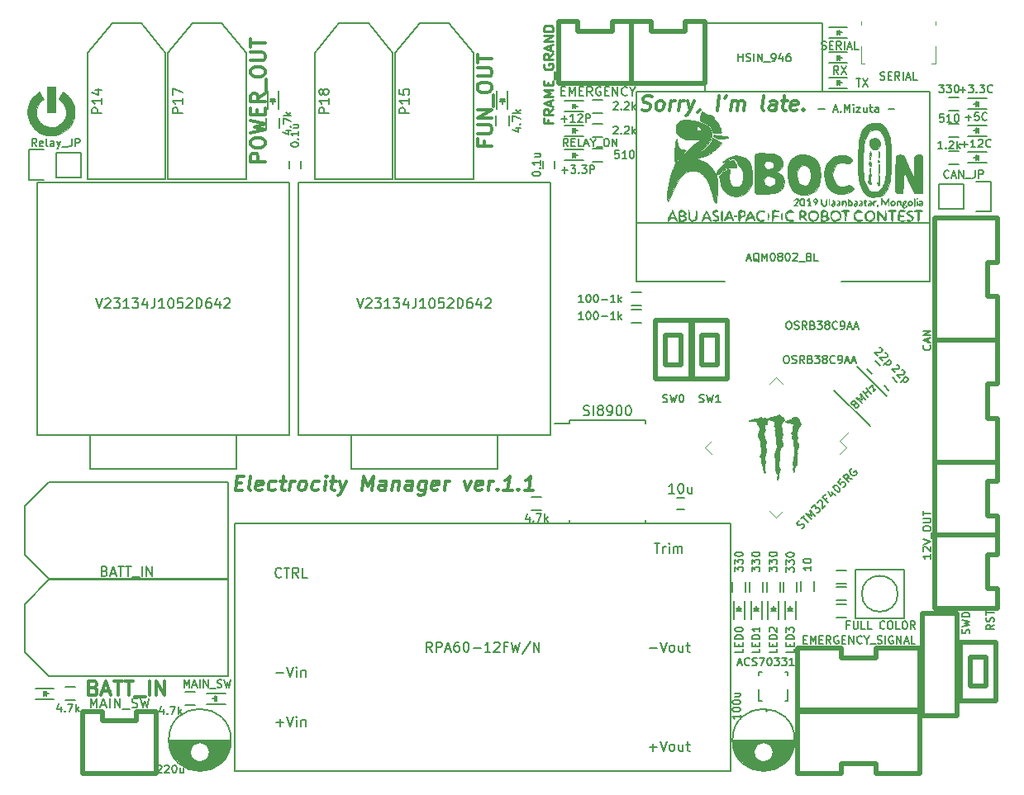
<source format=gbr>
G04 #@! TF.GenerationSoftware,KiCad,Pcbnew,(5.0.2)-1*
G04 #@! TF.CreationDate,2019-05-02T15:47:20+09:00*
G04 #@! TF.ProjectId,Electrocity_Manager,456c6563-7472-46f6-9369-74795f4d616e,rev?*
G04 #@! TF.SameCoordinates,Original*
G04 #@! TF.FileFunction,Legend,Top*
G04 #@! TF.FilePolarity,Positive*
%FSLAX46Y46*%
G04 Gerber Fmt 4.6, Leading zero omitted, Abs format (unit mm)*
G04 Created by KiCad (PCBNEW (5.0.2)-1) date 2019/05/02 15:47:20*
%MOMM*%
%LPD*%
G01*
G04 APERTURE LIST*
%ADD10C,0.200000*%
%ADD11C,0.375000*%
%ADD12C,0.150000*%
%ADD13C,0.500000*%
%ADD14C,0.152400*%
%ADD15C,0.010000*%
%ADD16C,0.120000*%
%ADD17C,0.250000*%
G04 APERTURE END LIST*
D10*
X129633333Y-106807142D02*
X130242857Y-106807142D01*
X131195238Y-106883333D02*
X131576190Y-106883333D01*
X131119047Y-107111904D02*
X131385714Y-106311904D01*
X131652380Y-107111904D01*
X131919047Y-107035714D02*
X131957142Y-107073809D01*
X131919047Y-107111904D01*
X131880952Y-107073809D01*
X131919047Y-107035714D01*
X131919047Y-107111904D01*
X132300000Y-107111904D02*
X132300000Y-106311904D01*
X132566666Y-106883333D01*
X132833333Y-106311904D01*
X132833333Y-107111904D01*
X133214285Y-107111904D02*
X133214285Y-106578571D01*
X133214285Y-106311904D02*
X133176190Y-106350000D01*
X133214285Y-106388095D01*
X133252380Y-106350000D01*
X133214285Y-106311904D01*
X133214285Y-106388095D01*
X133519047Y-106578571D02*
X133938095Y-106578571D01*
X133519047Y-107111904D01*
X133938095Y-107111904D01*
X134585714Y-106578571D02*
X134585714Y-107111904D01*
X134242857Y-106578571D02*
X134242857Y-106997619D01*
X134280952Y-107073809D01*
X134357142Y-107111904D01*
X134471428Y-107111904D01*
X134547619Y-107073809D01*
X134585714Y-107035714D01*
X134852380Y-106578571D02*
X135157142Y-106578571D01*
X134966666Y-106311904D02*
X134966666Y-106997619D01*
X135004761Y-107073809D01*
X135080952Y-107111904D01*
X135157142Y-107111904D01*
X135766666Y-107111904D02*
X135766666Y-106692857D01*
X135728571Y-106616666D01*
X135652380Y-106578571D01*
X135500000Y-106578571D01*
X135423809Y-106616666D01*
X135766666Y-107073809D02*
X135690476Y-107111904D01*
X135500000Y-107111904D01*
X135423809Y-107073809D01*
X135385714Y-106997619D01*
X135385714Y-106921428D01*
X135423809Y-106845238D01*
X135500000Y-106807142D01*
X135690476Y-106807142D01*
X135766666Y-106769047D01*
X136757142Y-106807142D02*
X137366666Y-106807142D01*
D11*
X111525334Y-106857142D02*
X111730691Y-106928571D01*
X112087834Y-106928571D01*
X112239620Y-106857142D01*
X112319977Y-106785714D01*
X112409263Y-106642857D01*
X112427120Y-106500000D01*
X112373549Y-106357142D01*
X112311049Y-106285714D01*
X112177120Y-106214285D01*
X111900334Y-106142857D01*
X111766406Y-106071428D01*
X111703906Y-106000000D01*
X111650334Y-105857142D01*
X111668191Y-105714285D01*
X111757477Y-105571428D01*
X111837834Y-105500000D01*
X111989620Y-105428571D01*
X112346763Y-105428571D01*
X112552120Y-105500000D01*
X113230691Y-106928571D02*
X113096763Y-106857142D01*
X113034263Y-106785714D01*
X112980691Y-106642857D01*
X113034263Y-106214285D01*
X113123549Y-106071428D01*
X113203906Y-106000000D01*
X113355691Y-105928571D01*
X113569977Y-105928571D01*
X113703906Y-106000000D01*
X113766406Y-106071428D01*
X113819977Y-106214285D01*
X113766406Y-106642857D01*
X113677120Y-106785714D01*
X113596763Y-106857142D01*
X113444977Y-106928571D01*
X113230691Y-106928571D01*
X114373549Y-106928571D02*
X114498549Y-105928571D01*
X114462834Y-106214285D02*
X114552120Y-106071428D01*
X114632477Y-106000000D01*
X114784263Y-105928571D01*
X114927120Y-105928571D01*
X115302120Y-106928571D02*
X115427120Y-105928571D01*
X115391406Y-106214285D02*
X115480691Y-106071428D01*
X115561049Y-106000000D01*
X115712834Y-105928571D01*
X115855691Y-105928571D01*
X116212834Y-105928571D02*
X116444977Y-106928571D01*
X116927120Y-105928571D02*
X116444977Y-106928571D01*
X116257477Y-107285714D01*
X116177120Y-107357142D01*
X116025334Y-107428571D01*
X117453906Y-106857142D02*
X117444977Y-106928571D01*
X117355691Y-107071428D01*
X117275334Y-107142857D01*
X119230691Y-106928571D02*
X119418191Y-105428571D01*
X120203906Y-105428571D02*
X120025334Y-105714285D01*
X120659263Y-106928571D02*
X120784263Y-105928571D01*
X120766406Y-106071428D02*
X120846763Y-106000000D01*
X120998549Y-105928571D01*
X121212834Y-105928571D01*
X121346763Y-106000000D01*
X121400334Y-106142857D01*
X121302120Y-106928571D01*
X121400334Y-106142857D02*
X121489620Y-106000000D01*
X121641406Y-105928571D01*
X121855691Y-105928571D01*
X121989620Y-106000000D01*
X122043191Y-106142857D01*
X121944977Y-106928571D01*
X124016406Y-106928571D02*
X123882477Y-106857142D01*
X123828906Y-106714285D01*
X123989620Y-105428571D01*
X125230691Y-106928571D02*
X125328906Y-106142857D01*
X125275334Y-106000000D01*
X125141406Y-105928571D01*
X124855691Y-105928571D01*
X124703906Y-106000000D01*
X125239620Y-106857142D02*
X125087834Y-106928571D01*
X124730691Y-106928571D01*
X124596763Y-106857142D01*
X124543191Y-106714285D01*
X124561049Y-106571428D01*
X124650334Y-106428571D01*
X124802120Y-106357142D01*
X125159263Y-106357142D01*
X125311049Y-106285714D01*
X125855691Y-105928571D02*
X126427120Y-105928571D01*
X126132477Y-105428571D02*
X125971763Y-106714285D01*
X126025334Y-106857142D01*
X126159263Y-106928571D01*
X126302120Y-106928571D01*
X127382477Y-106857142D02*
X127230691Y-106928571D01*
X126944977Y-106928571D01*
X126811049Y-106857142D01*
X126757477Y-106714285D01*
X126828906Y-106142857D01*
X126918191Y-106000000D01*
X127069977Y-105928571D01*
X127355691Y-105928571D01*
X127489620Y-106000000D01*
X127543191Y-106142857D01*
X127525334Y-106285714D01*
X126793191Y-106428571D01*
X128105691Y-106785714D02*
X128168191Y-106857142D01*
X128087834Y-106928571D01*
X128025334Y-106857142D01*
X128105691Y-106785714D01*
X128087834Y-106928571D01*
X69971763Y-145142857D02*
X70471763Y-145142857D01*
X70587834Y-145928571D02*
X69873549Y-145928571D01*
X70061049Y-144428571D01*
X70775334Y-144428571D01*
X71444977Y-145928571D02*
X71311049Y-145857142D01*
X71257477Y-145714285D01*
X71418191Y-144428571D01*
X72596763Y-145857142D02*
X72444977Y-145928571D01*
X72159263Y-145928571D01*
X72025334Y-145857142D01*
X71971763Y-145714285D01*
X72043191Y-145142857D01*
X72132477Y-145000000D01*
X72284263Y-144928571D01*
X72569977Y-144928571D01*
X72703906Y-145000000D01*
X72757477Y-145142857D01*
X72739620Y-145285714D01*
X72007477Y-145428571D01*
X73953906Y-145857142D02*
X73802120Y-145928571D01*
X73516406Y-145928571D01*
X73382477Y-145857142D01*
X73319977Y-145785714D01*
X73266406Y-145642857D01*
X73319977Y-145214285D01*
X73409263Y-145071428D01*
X73489620Y-145000000D01*
X73641406Y-144928571D01*
X73927120Y-144928571D01*
X74061049Y-145000000D01*
X74498549Y-144928571D02*
X75069977Y-144928571D01*
X74775334Y-144428571D02*
X74614620Y-145714285D01*
X74668191Y-145857142D01*
X74802120Y-145928571D01*
X74944977Y-145928571D01*
X75444977Y-145928571D02*
X75569977Y-144928571D01*
X75534263Y-145214285D02*
X75623549Y-145071428D01*
X75703906Y-145000000D01*
X75855691Y-144928571D01*
X75998549Y-144928571D01*
X76587834Y-145928571D02*
X76453906Y-145857142D01*
X76391406Y-145785714D01*
X76337834Y-145642857D01*
X76391406Y-145214285D01*
X76480691Y-145071428D01*
X76561049Y-145000000D01*
X76712834Y-144928571D01*
X76927120Y-144928571D01*
X77061049Y-145000000D01*
X77123549Y-145071428D01*
X77177120Y-145214285D01*
X77123549Y-145642857D01*
X77034263Y-145785714D01*
X76953906Y-145857142D01*
X76802120Y-145928571D01*
X76587834Y-145928571D01*
X78382477Y-145857142D02*
X78230691Y-145928571D01*
X77944977Y-145928571D01*
X77811049Y-145857142D01*
X77748549Y-145785714D01*
X77694977Y-145642857D01*
X77748549Y-145214285D01*
X77837834Y-145071428D01*
X77918191Y-145000000D01*
X78069977Y-144928571D01*
X78355691Y-144928571D01*
X78489620Y-145000000D01*
X79016406Y-145928571D02*
X79141406Y-144928571D01*
X79203906Y-144428571D02*
X79123549Y-144500000D01*
X79186049Y-144571428D01*
X79266406Y-144500000D01*
X79203906Y-144428571D01*
X79186049Y-144571428D01*
X79641406Y-144928571D02*
X80212834Y-144928571D01*
X79918191Y-144428571D02*
X79757477Y-145714285D01*
X79811049Y-145857142D01*
X79944977Y-145928571D01*
X80087834Y-145928571D01*
X80569977Y-144928571D02*
X80802120Y-145928571D01*
X81284263Y-144928571D02*
X80802120Y-145928571D01*
X80614620Y-146285714D01*
X80534263Y-146357142D01*
X80382477Y-146428571D01*
X82873549Y-145928571D02*
X83061049Y-144428571D01*
X83427120Y-145500000D01*
X84061049Y-144428571D01*
X83873549Y-145928571D01*
X85230691Y-145928571D02*
X85328906Y-145142857D01*
X85275334Y-145000000D01*
X85141406Y-144928571D01*
X84855691Y-144928571D01*
X84703906Y-145000000D01*
X85239620Y-145857142D02*
X85087834Y-145928571D01*
X84730691Y-145928571D01*
X84596763Y-145857142D01*
X84543191Y-145714285D01*
X84561049Y-145571428D01*
X84650334Y-145428571D01*
X84802120Y-145357142D01*
X85159263Y-145357142D01*
X85311049Y-145285714D01*
X86069977Y-144928571D02*
X85944977Y-145928571D01*
X86052120Y-145071428D02*
X86132477Y-145000000D01*
X86284263Y-144928571D01*
X86498549Y-144928571D01*
X86632477Y-145000000D01*
X86686049Y-145142857D01*
X86587834Y-145928571D01*
X87944977Y-145928571D02*
X88043191Y-145142857D01*
X87989620Y-145000000D01*
X87855691Y-144928571D01*
X87569977Y-144928571D01*
X87418191Y-145000000D01*
X87953906Y-145857142D02*
X87802120Y-145928571D01*
X87444977Y-145928571D01*
X87311049Y-145857142D01*
X87257477Y-145714285D01*
X87275334Y-145571428D01*
X87364620Y-145428571D01*
X87516406Y-145357142D01*
X87873549Y-145357142D01*
X88025334Y-145285714D01*
X89427120Y-144928571D02*
X89275334Y-146142857D01*
X89186049Y-146285714D01*
X89105691Y-146357142D01*
X88953906Y-146428571D01*
X88739620Y-146428571D01*
X88605691Y-146357142D01*
X89311049Y-145857142D02*
X89159263Y-145928571D01*
X88873549Y-145928571D01*
X88739620Y-145857142D01*
X88677120Y-145785714D01*
X88623549Y-145642857D01*
X88677120Y-145214285D01*
X88766406Y-145071428D01*
X88846763Y-145000000D01*
X88998549Y-144928571D01*
X89284263Y-144928571D01*
X89418191Y-145000000D01*
X90596763Y-145857142D02*
X90444977Y-145928571D01*
X90159263Y-145928571D01*
X90025334Y-145857142D01*
X89971763Y-145714285D01*
X90043191Y-145142857D01*
X90132477Y-145000000D01*
X90284263Y-144928571D01*
X90569977Y-144928571D01*
X90703906Y-145000000D01*
X90757477Y-145142857D01*
X90739620Y-145285714D01*
X90007477Y-145428571D01*
X91302120Y-145928571D02*
X91427120Y-144928571D01*
X91391406Y-145214285D02*
X91480691Y-145071428D01*
X91561049Y-145000000D01*
X91712834Y-144928571D01*
X91855691Y-144928571D01*
X93355691Y-144928571D02*
X93587834Y-145928571D01*
X94069977Y-144928571D01*
X95096763Y-145857142D02*
X94944977Y-145928571D01*
X94659263Y-145928571D01*
X94525334Y-145857142D01*
X94471763Y-145714285D01*
X94543191Y-145142857D01*
X94632477Y-145000000D01*
X94784263Y-144928571D01*
X95069977Y-144928571D01*
X95203906Y-145000000D01*
X95257477Y-145142857D01*
X95239620Y-145285714D01*
X94507477Y-145428571D01*
X95802120Y-145928571D02*
X95927120Y-144928571D01*
X95891406Y-145214285D02*
X95980691Y-145071428D01*
X96061049Y-145000000D01*
X96212834Y-144928571D01*
X96355691Y-144928571D01*
X96748549Y-145785714D02*
X96811049Y-145857142D01*
X96730691Y-145928571D01*
X96668191Y-145857142D01*
X96748549Y-145785714D01*
X96730691Y-145928571D01*
X98230691Y-145928571D02*
X97373549Y-145928571D01*
X97802120Y-145928571D02*
X97989620Y-144428571D01*
X97819977Y-144642857D01*
X97659263Y-144785714D01*
X97507477Y-144857142D01*
X98891406Y-145785714D02*
X98953906Y-145857142D01*
X98873549Y-145928571D01*
X98811049Y-145857142D01*
X98891406Y-145785714D01*
X98873549Y-145928571D01*
X100373549Y-145928571D02*
X99516406Y-145928571D01*
X99944977Y-145928571D02*
X100132477Y-144428571D01*
X99962834Y-144642857D01*
X99802120Y-144785714D01*
X99650334Y-144857142D01*
D12*
G04 #@! TO.C,U9*
X69850000Y-149300000D02*
X120650000Y-149300000D01*
X69850000Y-174700000D02*
X69850000Y-149300000D01*
X120650000Y-174700000D02*
X69850000Y-174700000D01*
X120650000Y-149300000D02*
X120650000Y-174700000D01*
G04 #@! TO.C,C5*
X135426777Y-132578249D02*
X135921751Y-133073223D01*
X135073223Y-133921751D02*
X134578249Y-133426777D01*
G04 #@! TO.C,X1*
X134921751Y-139325914D02*
X131209441Y-135613604D01*
X133613604Y-133209441D02*
X136654163Y-136250000D01*
G04 #@! TO.C,R5*
X132500000Y-157175000D02*
X131500000Y-157175000D01*
X131500000Y-155825000D02*
X132500000Y-155825000D01*
G04 #@! TO.C,R21*
X131470000Y-157575000D02*
X132470000Y-157575000D01*
X132470000Y-158925000D02*
X131470000Y-158925000D01*
G04 #@! TO.C,R1*
X131500000Y-154075000D02*
X132500000Y-154075000D01*
X132500000Y-155425000D02*
X131500000Y-155425000D01*
G04 #@! TO.C,D6*
X123500000Y-158030000D02*
X123250000Y-158280000D01*
X123000000Y-158030000D02*
X123500000Y-158030000D01*
X123250000Y-158280000D02*
X123000000Y-158030000D01*
X123000000Y-158280000D02*
X123500000Y-158280000D01*
X123250000Y-158230000D02*
X123250000Y-157780000D01*
X122700000Y-159130000D02*
X122700000Y-157230000D01*
X123800000Y-159130000D02*
X123800000Y-157230000D01*
G04 #@! TO.C,P15*
X88750000Y-98000000D02*
X86250000Y-101000000D01*
X86250000Y-101000000D02*
X86250000Y-114000000D01*
X91750000Y-98000000D02*
X94250000Y-101000000D01*
X94250000Y-101000000D02*
X94250000Y-114000000D01*
X91750000Y-98000000D02*
X88750000Y-98000000D01*
X94250000Y-114000000D02*
X86250000Y-114000000D01*
G04 #@! TO.C,P17*
X71000000Y-114000000D02*
X63000000Y-114000000D01*
X68500000Y-98000000D02*
X65500000Y-98000000D01*
X71000000Y-101000000D02*
X71000000Y-114000000D01*
X68500000Y-98000000D02*
X71000000Y-101000000D01*
X63000000Y-101000000D02*
X63000000Y-114000000D01*
X65500000Y-98000000D02*
X63000000Y-101000000D01*
G04 #@! TO.C,C28*
X115850000Y-147850000D02*
X115150000Y-147850000D01*
X115150000Y-146650000D02*
X115850000Y-146650000D01*
G04 #@! TO.C,C32*
X69399000Y-171575000D02*
X63101000Y-171575000D01*
X69393000Y-171715000D02*
X63107000Y-171715000D01*
X69380000Y-171855000D02*
X66696000Y-171855000D01*
X65804000Y-171855000D02*
X63120000Y-171855000D01*
X69361000Y-171995000D02*
X66906000Y-171995000D01*
X65594000Y-171995000D02*
X63139000Y-171995000D01*
X69335000Y-172135000D02*
X67039000Y-172135000D01*
X65461000Y-172135000D02*
X63165000Y-172135000D01*
X69303000Y-172275000D02*
X67130000Y-172275000D01*
X65370000Y-172275000D02*
X63197000Y-172275000D01*
X69264000Y-172415000D02*
X67192000Y-172415000D01*
X65308000Y-172415000D02*
X63236000Y-172415000D01*
X69218000Y-172555000D02*
X67231000Y-172555000D01*
X65269000Y-172555000D02*
X63282000Y-172555000D01*
X69165000Y-172695000D02*
X67248000Y-172695000D01*
X65252000Y-172695000D02*
X63335000Y-172695000D01*
X69103000Y-172835000D02*
X67246000Y-172835000D01*
X65254000Y-172835000D02*
X63397000Y-172835000D01*
X69033000Y-172975000D02*
X67224000Y-172975000D01*
X65276000Y-172975000D02*
X63467000Y-172975000D01*
X68954000Y-173115000D02*
X67181000Y-173115000D01*
X65319000Y-173115000D02*
X63546000Y-173115000D01*
X68866000Y-173255000D02*
X67113000Y-173255000D01*
X65387000Y-173255000D02*
X63634000Y-173255000D01*
X68766000Y-173395000D02*
X67014000Y-173395000D01*
X65486000Y-173395000D02*
X63734000Y-173395000D01*
X68654000Y-173535000D02*
X66869000Y-173535000D01*
X65631000Y-173535000D02*
X63846000Y-173535000D01*
X68529000Y-173675000D02*
X66630000Y-173675000D01*
X65870000Y-173675000D02*
X63971000Y-173675000D01*
X68386000Y-173815000D02*
X64114000Y-173815000D01*
X68224000Y-173955000D02*
X64276000Y-173955000D01*
X68036000Y-174095000D02*
X64464000Y-174095000D01*
X67813000Y-174235000D02*
X64687000Y-174235000D01*
X67537000Y-174375000D02*
X64963000Y-174375000D01*
X67162000Y-174515000D02*
X65338000Y-174515000D01*
X67250000Y-172750000D02*
G75*
G03X67250000Y-172750000I-1000000J0D01*
G01*
X69437500Y-171500000D02*
G75*
G03X69437500Y-171500000I-3187500J0D01*
G01*
G04 #@! TO.C,C34*
X102600000Y-112150000D02*
X102600000Y-112850000D01*
X101400000Y-112850000D02*
X101400000Y-112150000D01*
G04 #@! TO.C,C35*
X127187500Y-171500000D02*
G75*
G03X127187500Y-171500000I-3187500J0D01*
G01*
X125000000Y-172750000D02*
G75*
G03X125000000Y-172750000I-1000000J0D01*
G01*
X124912000Y-174515000D02*
X123088000Y-174515000D01*
X125287000Y-174375000D02*
X122713000Y-174375000D01*
X125563000Y-174235000D02*
X122437000Y-174235000D01*
X125786000Y-174095000D02*
X122214000Y-174095000D01*
X125974000Y-173955000D02*
X122026000Y-173955000D01*
X126136000Y-173815000D02*
X121864000Y-173815000D01*
X123620000Y-173675000D02*
X121721000Y-173675000D01*
X126279000Y-173675000D02*
X124380000Y-173675000D01*
X123381000Y-173535000D02*
X121596000Y-173535000D01*
X126404000Y-173535000D02*
X124619000Y-173535000D01*
X123236000Y-173395000D02*
X121484000Y-173395000D01*
X126516000Y-173395000D02*
X124764000Y-173395000D01*
X123137000Y-173255000D02*
X121384000Y-173255000D01*
X126616000Y-173255000D02*
X124863000Y-173255000D01*
X123069000Y-173115000D02*
X121296000Y-173115000D01*
X126704000Y-173115000D02*
X124931000Y-173115000D01*
X123026000Y-172975000D02*
X121217000Y-172975000D01*
X126783000Y-172975000D02*
X124974000Y-172975000D01*
X123004000Y-172835000D02*
X121147000Y-172835000D01*
X126853000Y-172835000D02*
X124996000Y-172835000D01*
X123002000Y-172695000D02*
X121085000Y-172695000D01*
X126915000Y-172695000D02*
X124998000Y-172695000D01*
X123019000Y-172555000D02*
X121032000Y-172555000D01*
X126968000Y-172555000D02*
X124981000Y-172555000D01*
X123058000Y-172415000D02*
X120986000Y-172415000D01*
X127014000Y-172415000D02*
X124942000Y-172415000D01*
X123120000Y-172275000D02*
X120947000Y-172275000D01*
X127053000Y-172275000D02*
X124880000Y-172275000D01*
X123211000Y-172135000D02*
X120915000Y-172135000D01*
X127085000Y-172135000D02*
X124789000Y-172135000D01*
X123344000Y-171995000D02*
X120889000Y-171995000D01*
X127111000Y-171995000D02*
X124656000Y-171995000D01*
X123554000Y-171855000D02*
X120870000Y-171855000D01*
X127130000Y-171855000D02*
X124446000Y-171855000D01*
X127143000Y-171715000D02*
X120857000Y-171715000D01*
X127149000Y-171575000D02*
X120851000Y-171575000D01*
G04 #@! TO.C,JP3*
X144480000Y-117020000D02*
X141940000Y-117020000D01*
X147300000Y-117300000D02*
X145750000Y-117300000D01*
X144480000Y-117020000D02*
X144480000Y-114480000D01*
X145750000Y-114200000D02*
X147300000Y-114200000D01*
X147300000Y-114200000D02*
X147300000Y-117300000D01*
X144480000Y-114480000D02*
X141940000Y-114480000D01*
X141940000Y-114480000D02*
X141940000Y-117020000D01*
D13*
G04 #@! TO.C,P3*
X147950000Y-130500000D02*
X147950000Y-126000000D01*
X147950000Y-126000000D02*
X146950000Y-126000000D01*
X146950000Y-126000000D02*
X146950000Y-122500000D01*
X146950000Y-122500000D02*
X147950000Y-122500000D01*
X147950000Y-122500000D02*
X147950000Y-118000000D01*
X141550000Y-118000000D02*
X141550000Y-130500000D01*
X147950000Y-118000000D02*
X141550000Y-118000000D01*
X141550000Y-130500000D02*
X147950000Y-130500000D01*
G04 #@! TO.C,P9*
X61750000Y-168550000D02*
X59750000Y-168550000D01*
X59750000Y-168550000D02*
X59750000Y-169550000D01*
X59750000Y-169550000D02*
X56250000Y-169550000D01*
X56250000Y-169550000D02*
X56250000Y-168550000D01*
X56250000Y-168550000D02*
X54250000Y-168550000D01*
X61750000Y-174950000D02*
X61750000Y-168550000D01*
X54250000Y-168550000D02*
X54250000Y-174950000D01*
X54250000Y-174950000D02*
X61750000Y-174950000D01*
D12*
G04 #@! TO.C,P13*
X69150000Y-155050000D02*
X50800000Y-155050000D01*
X69150000Y-164950000D02*
X69150000Y-155050000D01*
X50800000Y-164950000D02*
X69150000Y-164950000D01*
X50800000Y-155050000D02*
X48350000Y-157550000D01*
X50800000Y-164950000D02*
X48350000Y-162500000D01*
X48350000Y-160000000D02*
X48350000Y-157550000D01*
X48350000Y-159950000D02*
X48350000Y-162500000D01*
G04 #@! TO.C,P14*
X62750000Y-114000000D02*
X54750000Y-114000000D01*
X60250000Y-98000000D02*
X57250000Y-98000000D01*
X62750000Y-101000000D02*
X62750000Y-114000000D01*
X60250000Y-98000000D02*
X62750000Y-101000000D01*
X54750000Y-101000000D02*
X54750000Y-114000000D01*
X57250000Y-98000000D02*
X54750000Y-101000000D01*
G04 #@! TO.C,P16*
X48350000Y-149950000D02*
X48350000Y-152500000D01*
X48350000Y-150000000D02*
X48350000Y-147550000D01*
X50800000Y-154950000D02*
X48350000Y-152500000D01*
X50800000Y-145050000D02*
X48350000Y-147550000D01*
X50800000Y-154950000D02*
X69150000Y-154950000D01*
X69150000Y-154950000D02*
X69150000Y-145050000D01*
X69150000Y-145050000D02*
X50800000Y-145050000D01*
G04 #@! TO.C,P18*
X80500000Y-98000000D02*
X78000000Y-101000000D01*
X78000000Y-101000000D02*
X78000000Y-114000000D01*
X83500000Y-98000000D02*
X86000000Y-101000000D01*
X86000000Y-101000000D02*
X86000000Y-114000000D01*
X83500000Y-98000000D02*
X80500000Y-98000000D01*
X86000000Y-114000000D02*
X78000000Y-114000000D01*
D13*
G04 #@! TO.C,SW1*
X147800000Y-167500000D02*
X147800000Y-161500000D01*
X144200000Y-167500000D02*
X147800000Y-167500000D01*
X144200000Y-161500000D02*
X144200000Y-167500000D01*
X147800000Y-161500000D02*
X144200000Y-161500000D01*
X146800000Y-166000000D02*
X146800000Y-163000000D01*
X145200000Y-166000000D02*
X146800000Y-166000000D01*
X145200000Y-163000000D02*
X145200000Y-166000000D01*
X146800000Y-163000000D02*
X145200000Y-163000000D01*
D12*
G04 #@! TO.C,U8*
X49550000Y-127250000D02*
X49550000Y-140200000D01*
X49550000Y-140200000D02*
X75450000Y-140200000D01*
X75450000Y-140200000D02*
X75410000Y-114300000D01*
X75410000Y-114300000D02*
X49550000Y-114320000D01*
X49550000Y-114320000D02*
X49550000Y-127250000D01*
X55000000Y-143700000D02*
X70000000Y-143680000D01*
X70000000Y-143680000D02*
X70000000Y-140230000D01*
X55000000Y-143700000D02*
X55000000Y-140200000D01*
G04 #@! TO.C,U12*
X81750000Y-143700000D02*
X81750000Y-140200000D01*
X96750000Y-143680000D02*
X96750000Y-140230000D01*
X81750000Y-143700000D02*
X96750000Y-143680000D01*
X76300000Y-114320000D02*
X76300000Y-127250000D01*
X102160000Y-114300000D02*
X76300000Y-114320000D01*
X102200000Y-140200000D02*
X102160000Y-114300000D01*
X76300000Y-140200000D02*
X102200000Y-140200000D01*
X76300000Y-127250000D02*
X76300000Y-140200000D01*
D13*
G04 #@! TO.C,P1*
X140300000Y-169000000D02*
X143800000Y-169000000D01*
X140300000Y-158500000D02*
X140300000Y-169000000D01*
X143800000Y-158500000D02*
X143800000Y-169000000D01*
X143800000Y-158500000D02*
X140300000Y-158500000D01*
D12*
G04 #@! TO.C,C1*
X136823223Y-135671751D02*
X136328249Y-135176777D01*
X137176777Y-134328249D02*
X137671751Y-134823223D01*
G04 #@! TO.C,C40*
X75400000Y-112850000D02*
X75400000Y-112150000D01*
X76600000Y-112150000D02*
X76600000Y-112850000D01*
G04 #@! TO.C,D2*
X146850000Y-111200000D02*
X144950000Y-111200000D01*
X146850000Y-112300000D02*
X144950000Y-112300000D01*
X145950000Y-111750000D02*
X145500000Y-111750000D01*
X146000000Y-112000000D02*
X146000000Y-111500000D01*
X146000000Y-111750000D02*
X145750000Y-112000000D01*
X145750000Y-112000000D02*
X145750000Y-111500000D01*
X145750000Y-111500000D02*
X146000000Y-111750000D01*
G04 #@! TO.C,D3*
X145750000Y-108750000D02*
X146000000Y-109000000D01*
X145750000Y-109250000D02*
X145750000Y-108750000D01*
X146000000Y-109000000D02*
X145750000Y-109250000D01*
X146000000Y-109250000D02*
X146000000Y-108750000D01*
X145950000Y-109000000D02*
X145500000Y-109000000D01*
X146850000Y-109550000D02*
X144950000Y-109550000D01*
X146850000Y-108450000D02*
X144950000Y-108450000D01*
G04 #@! TO.C,D4*
X146850000Y-105700000D02*
X144950000Y-105700000D01*
X146850000Y-106800000D02*
X144950000Y-106800000D01*
X145950000Y-106250000D02*
X145500000Y-106250000D01*
X146000000Y-106500000D02*
X146000000Y-106000000D01*
X146000000Y-106250000D02*
X145750000Y-106500000D01*
X145750000Y-106500000D02*
X145750000Y-106000000D01*
X145750000Y-106000000D02*
X146000000Y-106250000D01*
G04 #@! TO.C,D5*
X122050000Y-159130000D02*
X122050000Y-157230000D01*
X120950000Y-159130000D02*
X120950000Y-157230000D01*
X121500000Y-158230000D02*
X121500000Y-157780000D01*
X121250000Y-158280000D02*
X121750000Y-158280000D01*
X121500000Y-158280000D02*
X121250000Y-158030000D01*
X121250000Y-158030000D02*
X121750000Y-158030000D01*
X121750000Y-158030000D02*
X121500000Y-158280000D01*
G04 #@! TO.C,D7*
X125550000Y-159130000D02*
X125550000Y-157230000D01*
X124450000Y-159130000D02*
X124450000Y-157230000D01*
X125000000Y-158230000D02*
X125000000Y-157780000D01*
X124750000Y-158280000D02*
X125250000Y-158280000D01*
X125000000Y-158280000D02*
X124750000Y-158030000D01*
X124750000Y-158030000D02*
X125250000Y-158030000D01*
X125250000Y-158030000D02*
X125000000Y-158280000D01*
G04 #@! TO.C,D8*
X127000000Y-158030000D02*
X126750000Y-158280000D01*
X126500000Y-158030000D02*
X127000000Y-158030000D01*
X126750000Y-158280000D02*
X126500000Y-158030000D01*
X126500000Y-158280000D02*
X127000000Y-158280000D01*
X126750000Y-158230000D02*
X126750000Y-157780000D01*
X126200000Y-159130000D02*
X126200000Y-157230000D01*
X127300000Y-159130000D02*
X127300000Y-157230000D01*
G04 #@! TO.C,D14*
X49400000Y-167300000D02*
X51300000Y-167300000D01*
X49400000Y-166200000D02*
X51300000Y-166200000D01*
X50300000Y-166750000D02*
X50750000Y-166750000D01*
X50250000Y-166500000D02*
X50250000Y-167000000D01*
X50250000Y-166750000D02*
X50500000Y-166500000D01*
X50500000Y-166500000D02*
X50500000Y-167000000D01*
X50500000Y-167000000D02*
X50250000Y-166750000D01*
G04 #@! TO.C,D15*
X68850000Y-166700000D02*
X66950000Y-166700000D01*
X68850000Y-167800000D02*
X66950000Y-167800000D01*
X67950000Y-167250000D02*
X67500000Y-167250000D01*
X68000000Y-167500000D02*
X68000000Y-167000000D01*
X68000000Y-167250000D02*
X67750000Y-167500000D01*
X67750000Y-167500000D02*
X67750000Y-167000000D01*
X67750000Y-167000000D02*
X68000000Y-167250000D01*
G04 #@! TO.C,D16*
X73500000Y-106000000D02*
X73750000Y-105750000D01*
X74000000Y-106000000D02*
X73500000Y-106000000D01*
X73750000Y-105750000D02*
X74000000Y-106000000D01*
X74000000Y-105750000D02*
X73500000Y-105750000D01*
X73750000Y-105800000D02*
X73750000Y-106250000D01*
X74300000Y-104900000D02*
X74300000Y-106800000D01*
X73200000Y-104900000D02*
X73200000Y-106800000D01*
G04 #@! TO.C,D17*
X96700000Y-104900000D02*
X96700000Y-106800000D01*
X97800000Y-104900000D02*
X97800000Y-106800000D01*
X97250000Y-105800000D02*
X97250000Y-106250000D01*
X97500000Y-105750000D02*
X97000000Y-105750000D01*
X97250000Y-105750000D02*
X97500000Y-106000000D01*
X97500000Y-106000000D02*
X97000000Y-106000000D01*
X97000000Y-106000000D02*
X97250000Y-105750000D01*
G04 #@! TO.C,D18*
X104740000Y-109240000D02*
X104490000Y-108990000D01*
X104740000Y-108740000D02*
X104740000Y-109240000D01*
X104490000Y-108990000D02*
X104740000Y-108740000D01*
X104490000Y-108740000D02*
X104490000Y-109240000D01*
X104540000Y-108990000D02*
X104990000Y-108990000D01*
X103640000Y-108440000D02*
X105540000Y-108440000D01*
X103640000Y-109540000D02*
X105540000Y-109540000D01*
G04 #@! TO.C,D19*
X104740000Y-106740000D02*
X104490000Y-106490000D01*
X104740000Y-106240000D02*
X104740000Y-106740000D01*
X104490000Y-106490000D02*
X104740000Y-106240000D01*
X104490000Y-106240000D02*
X104490000Y-106740000D01*
X104540000Y-106490000D02*
X104990000Y-106490000D01*
X103640000Y-105940000D02*
X105540000Y-105940000D01*
X103640000Y-107040000D02*
X105540000Y-107040000D01*
G04 #@! TO.C,D20*
X104740000Y-111740000D02*
X104490000Y-111490000D01*
X104740000Y-111240000D02*
X104740000Y-111740000D01*
X104490000Y-111490000D02*
X104740000Y-111240000D01*
X104490000Y-111240000D02*
X104490000Y-111740000D01*
X104540000Y-111490000D02*
X104990000Y-111490000D01*
X103640000Y-110940000D02*
X105540000Y-110940000D01*
X103640000Y-112040000D02*
X105540000Y-112040000D01*
G04 #@! TO.C,JP1*
X51520000Y-111230000D02*
X54060000Y-111230000D01*
X48700000Y-110950000D02*
X50250000Y-110950000D01*
X51520000Y-111230000D02*
X51520000Y-113770000D01*
X50250000Y-114050000D02*
X48700000Y-114050000D01*
X48700000Y-114050000D02*
X48700000Y-110950000D01*
X51520000Y-113770000D02*
X54060000Y-113770000D01*
X54060000Y-113770000D02*
X54060000Y-111230000D01*
D13*
G04 #@! TO.C,P5*
X140000000Y-162050000D02*
X135500000Y-162050000D01*
X135500000Y-162050000D02*
X135500000Y-163050000D01*
X135500000Y-163050000D02*
X132000000Y-163050000D01*
X132000000Y-163050000D02*
X132000000Y-162050000D01*
X132000000Y-162050000D02*
X127500000Y-162050000D01*
X127500000Y-168450000D02*
X140000000Y-168450000D01*
X127500000Y-162050000D02*
X127500000Y-168450000D01*
X140000000Y-168450000D02*
X140000000Y-162050000D01*
G04 #@! TO.C,P6*
X141550000Y-150500000D02*
X141550000Y-158000000D01*
X147950000Y-150500000D02*
X141550000Y-150500000D01*
X141550000Y-158000000D02*
X147950000Y-158000000D01*
X147950000Y-152500000D02*
X147950000Y-150500000D01*
X146950000Y-152500000D02*
X147950000Y-152500000D01*
X146950000Y-156000000D02*
X146950000Y-152500000D01*
X147950000Y-156000000D02*
X146950000Y-156000000D01*
X147950000Y-158000000D02*
X147950000Y-156000000D01*
G04 #@! TO.C,P7*
X147950000Y-150500000D02*
X147950000Y-148500000D01*
X147950000Y-148500000D02*
X146950000Y-148500000D01*
X146950000Y-148500000D02*
X146950000Y-145000000D01*
X146950000Y-145000000D02*
X147950000Y-145000000D01*
X147950000Y-145000000D02*
X147950000Y-143000000D01*
X141550000Y-150500000D02*
X147950000Y-150500000D01*
X147950000Y-143000000D02*
X141550000Y-143000000D01*
X141550000Y-143000000D02*
X141550000Y-150500000D01*
G04 #@! TO.C,P10*
X110500000Y-97800000D02*
X108500000Y-97800000D01*
X108500000Y-97800000D02*
X108500000Y-98800000D01*
X108500000Y-98800000D02*
X105000000Y-98800000D01*
X105000000Y-98800000D02*
X105000000Y-97800000D01*
X105000000Y-97800000D02*
X103000000Y-97800000D01*
X110500000Y-104200000D02*
X110500000Y-97800000D01*
X103000000Y-97800000D02*
X103000000Y-104200000D01*
X103000000Y-104200000D02*
X110500000Y-104200000D01*
G04 #@! TO.C,P11*
X110500000Y-104200000D02*
X118000000Y-104200000D01*
X110500000Y-97800000D02*
X110500000Y-104200000D01*
X118000000Y-104200000D02*
X118000000Y-97800000D01*
X112500000Y-97800000D02*
X110500000Y-97800000D01*
X112500000Y-98800000D02*
X112500000Y-97800000D01*
X116000000Y-98800000D02*
X112500000Y-98800000D01*
X116000000Y-97800000D02*
X116000000Y-98800000D01*
X118000000Y-97800000D02*
X116000000Y-97800000D01*
D12*
G04 #@! TO.C,R2*
X144000000Y-112425000D02*
X143000000Y-112425000D01*
X143000000Y-111075000D02*
X144000000Y-111075000D01*
G04 #@! TO.C,R3*
X143000000Y-108325000D02*
X144000000Y-108325000D01*
X144000000Y-109675000D02*
X143000000Y-109675000D01*
G04 #@! TO.C,R4*
X144000000Y-106925000D02*
X143000000Y-106925000D01*
X143000000Y-105575000D02*
X144000000Y-105575000D01*
G04 #@! TO.C,R10*
X122175000Y-155280000D02*
X122175000Y-156280000D01*
X120825000Y-156280000D02*
X120825000Y-155280000D01*
G04 #@! TO.C,R13*
X122575000Y-156280000D02*
X122575000Y-155280000D01*
X123925000Y-155280000D02*
X123925000Y-156280000D01*
G04 #@! TO.C,R14*
X125675000Y-155280000D02*
X125675000Y-156280000D01*
X124325000Y-156280000D02*
X124325000Y-155280000D01*
G04 #@! TO.C,R16*
X126075000Y-156280000D02*
X126075000Y-155280000D01*
X127425000Y-155280000D02*
X127425000Y-156280000D01*
G04 #@! TO.C,R20*
X129175000Y-155250000D02*
X129175000Y-156250000D01*
X127825000Y-156250000D02*
X127825000Y-155250000D01*
G04 #@! TO.C,R30*
X100250000Y-146575000D02*
X101250000Y-146575000D01*
X101250000Y-147925000D02*
X100250000Y-147925000D01*
G04 #@! TO.C,R33*
X53500000Y-167425000D02*
X52500000Y-167425000D01*
X52500000Y-166075000D02*
X53500000Y-166075000D01*
G04 #@! TO.C,R34*
X65750000Y-167925000D02*
X64750000Y-167925000D01*
X64750000Y-166575000D02*
X65750000Y-166575000D01*
G04 #@! TO.C,R35*
X73075000Y-108750000D02*
X73075000Y-107750000D01*
X74425000Y-107750000D02*
X74425000Y-108750000D01*
G04 #@! TO.C,R36*
X97925000Y-107500000D02*
X97925000Y-108500000D01*
X96575000Y-108500000D02*
X96575000Y-107500000D01*
G04 #@! TO.C,R37*
X107500000Y-109665000D02*
X106500000Y-109665000D01*
X106500000Y-108315000D02*
X107500000Y-108315000D01*
G04 #@! TO.C,R38*
X106500000Y-105815000D02*
X107500000Y-105815000D01*
X107500000Y-107165000D02*
X106500000Y-107165000D01*
G04 #@! TO.C,R39*
X106500000Y-110815000D02*
X107500000Y-110815000D01*
X107500000Y-112165000D02*
X106500000Y-112165000D01*
G04 #@! TO.C,R40*
X110500000Y-127325000D02*
X111500000Y-127325000D01*
X111500000Y-128675000D02*
X110500000Y-128675000D01*
G04 #@! TO.C,R44*
X110500000Y-125575000D02*
X111500000Y-125575000D01*
X111500000Y-126925000D02*
X110500000Y-126925000D01*
D13*
G04 #@! TO.C,P2*
X147950000Y-143000000D02*
X147950000Y-138500000D01*
X147950000Y-138500000D02*
X146950000Y-138500000D01*
X146950000Y-138500000D02*
X146950000Y-135000000D01*
X146950000Y-135000000D02*
X147950000Y-135000000D01*
X147950000Y-135000000D02*
X147950000Y-130500000D01*
X141550000Y-130500000D02*
X141550000Y-143000000D01*
X147950000Y-130500000D02*
X141550000Y-130500000D01*
X141550000Y-143000000D02*
X147950000Y-143000000D01*
D12*
G04 #@! TO.C,U13*
X124375000Y-168500000D02*
G75*
G03X124375000Y-168500000I-75000J0D01*
G01*
D14*
X126500000Y-164500000D02*
X126200000Y-164500000D01*
X126500000Y-164900000D02*
X126500000Y-164500000D01*
X126500000Y-167500000D02*
X126500000Y-166300000D01*
X126200000Y-167500000D02*
X126500000Y-167500000D01*
X123500000Y-164500000D02*
X123800000Y-164500000D01*
X123500000Y-164900000D02*
X123500000Y-164500000D01*
X123500000Y-167500000D02*
X123500000Y-166300000D01*
X123800000Y-167500000D02*
X123500000Y-167500000D01*
D12*
G04 #@! TO.C,U6*
X104125000Y-138675000D02*
X104125000Y-139030000D01*
X111875000Y-138675000D02*
X111875000Y-139030000D01*
X111875000Y-149325000D02*
X111875000Y-148970000D01*
X104125000Y-149325000D02*
X104125000Y-148970000D01*
X104125000Y-138675000D02*
X111875000Y-138675000D01*
X104125000Y-149325000D02*
X111875000Y-149325000D01*
X104125000Y-139030000D02*
X102600000Y-139030000D01*
D13*
G04 #@! TO.C,P4*
X127500000Y-174950000D02*
X132000000Y-174950000D01*
X132000000Y-174950000D02*
X132000000Y-173950000D01*
X132000000Y-173950000D02*
X135500000Y-173950000D01*
X135500000Y-173950000D02*
X135500000Y-174950000D01*
X135500000Y-174950000D02*
X140000000Y-174950000D01*
X140000000Y-168550000D02*
X127500000Y-168550000D01*
X140000000Y-174950000D02*
X140000000Y-168550000D01*
X127500000Y-168550000D02*
X127500000Y-174950000D01*
D15*
G04 #@! TO.C,U18*
G36*
X127129452Y-138369668D02*
X127163308Y-138382150D01*
X127201549Y-138392634D01*
X127251989Y-138399553D01*
X127288005Y-138401200D01*
X127371860Y-138406856D01*
X127438836Y-138425788D01*
X127493318Y-138460935D01*
X127539694Y-138515240D01*
X127582349Y-138591645D01*
X127587135Y-138601810D01*
X127613872Y-138658640D01*
X127640814Y-138714593D01*
X127663422Y-138760286D01*
X127669764Y-138772681D01*
X127696827Y-138849606D01*
X127701100Y-138894793D01*
X127707495Y-138943761D01*
X127724333Y-138985775D01*
X127748089Y-139014427D01*
X127771871Y-139023500D01*
X127785777Y-139034945D01*
X127790000Y-139066731D01*
X127785357Y-139093729D01*
X127770398Y-139131020D01*
X127743573Y-139181808D01*
X127703335Y-139249300D01*
X127696455Y-139260406D01*
X127594352Y-139434032D01*
X127511921Y-139595684D01*
X127448187Y-139748181D01*
X127402173Y-139894342D01*
X127372904Y-140036983D01*
X127359403Y-140178924D01*
X127358200Y-140237157D01*
X127358703Y-140293074D01*
X127360886Y-140328684D01*
X127365760Y-140349071D01*
X127374336Y-140359320D01*
X127383268Y-140363244D01*
X127418140Y-140385936D01*
X127445550Y-140424493D01*
X127459246Y-140469408D01*
X127459800Y-140479636D01*
X127455145Y-140510131D01*
X127442659Y-140556304D01*
X127424553Y-140610504D01*
X127413444Y-140639848D01*
X127379069Y-140740582D01*
X127362671Y-140824083D01*
X127364288Y-140891103D01*
X127383960Y-140942393D01*
X127421727Y-140978705D01*
X127431439Y-140984228D01*
X127484277Y-141023004D01*
X127527623Y-141080825D01*
X127549771Y-141124814D01*
X127567190Y-141178766D01*
X127576570Y-141239563D01*
X127578460Y-141302242D01*
X127573406Y-141361840D01*
X127561954Y-141413394D01*
X127544651Y-141451938D01*
X127522044Y-141472512D01*
X127511248Y-141474600D01*
X127493773Y-141479025D01*
X127486250Y-141496839D01*
X127484874Y-141522225D01*
X127474342Y-141573626D01*
X127442797Y-141635355D01*
X127440424Y-141639111D01*
X127417487Y-141677404D01*
X127404240Y-141708928D01*
X127398064Y-141743591D01*
X127396341Y-141791300D01*
X127396300Y-141806048D01*
X127406107Y-141919336D01*
X127422965Y-141990056D01*
X127439857Y-142058864D01*
X127441758Y-142114732D01*
X127427789Y-142165840D01*
X127398377Y-142218397D01*
X127380357Y-142247248D01*
X127369672Y-142271975D01*
X127364834Y-142300307D01*
X127364354Y-142339975D01*
X127366147Y-142385875D01*
X127370067Y-142453217D01*
X127375801Y-142531002D01*
X127382241Y-142604446D01*
X127383545Y-142617600D01*
X127390338Y-142696696D01*
X127395747Y-142784087D01*
X127399677Y-142874855D01*
X127402034Y-142964082D01*
X127402724Y-143046851D01*
X127401652Y-143118245D01*
X127398724Y-143173345D01*
X127394787Y-143203322D01*
X127373509Y-143261273D01*
X127333290Y-143329066D01*
X127317938Y-143350587D01*
X127266861Y-143421947D01*
X127228327Y-143482202D01*
X127197910Y-143539152D01*
X127171184Y-143600592D01*
X127160833Y-143627383D01*
X127144409Y-143673941D01*
X127135292Y-143711406D01*
X127132261Y-143749701D01*
X127134095Y-143798751D01*
X127136218Y-143827428D01*
X127139830Y-143884878D01*
X127139401Y-143923578D01*
X127134398Y-143949934D01*
X127124317Y-143970303D01*
X127106476Y-143992860D01*
X127093461Y-144001900D01*
X127084014Y-143991049D01*
X127068484Y-143962419D01*
X127050018Y-143921896D01*
X127047613Y-143916175D01*
X127022672Y-143841582D01*
X127007784Y-143765262D01*
X127003550Y-143693918D01*
X127010566Y-143634252D01*
X127020064Y-143607563D01*
X127031823Y-143578089D01*
X127038110Y-143544719D01*
X127038753Y-143503204D01*
X127033580Y-143449291D01*
X127022420Y-143378732D01*
X127007670Y-143300307D01*
X126989589Y-143194891D01*
X126981416Y-143108774D01*
X126983686Y-143037644D01*
X126996937Y-142977194D01*
X127021704Y-142923112D01*
X127058525Y-142871089D01*
X127061536Y-142867450D01*
X127085384Y-142823679D01*
X127089837Y-142770688D01*
X127074973Y-142705293D01*
X127066100Y-142681100D01*
X127046885Y-142617774D01*
X127041720Y-142563764D01*
X127050790Y-142523795D01*
X127059368Y-142511845D01*
X127077778Y-142483985D01*
X127097757Y-142438757D01*
X127116335Y-142383787D01*
X127129493Y-142331850D01*
X127132660Y-142301968D01*
X127134552Y-142252301D01*
X127135098Y-142188435D01*
X127134222Y-142115956D01*
X127132924Y-142068831D01*
X127130540Y-141986651D01*
X127129899Y-141925204D01*
X127131247Y-141879866D01*
X127134825Y-141846014D01*
X127140878Y-141819026D01*
X127147038Y-141800903D01*
X127158188Y-141767815D01*
X127161940Y-141739823D01*
X127158450Y-141706769D01*
X127149144Y-141663872D01*
X127139532Y-141609165D01*
X127132591Y-141543156D01*
X127129791Y-141479915D01*
X127129787Y-141478524D01*
X127128220Y-141429441D01*
X127124218Y-141390673D01*
X127118551Y-141368784D01*
X127116658Y-141366500D01*
X127098490Y-141345707D01*
X127078200Y-141308658D01*
X127059375Y-141263845D01*
X127045603Y-141219764D01*
X127040465Y-141186097D01*
X127042616Y-141154555D01*
X127048634Y-141105077D01*
X127057574Y-141044668D01*
X127067533Y-140985650D01*
X127081122Y-140899375D01*
X127086389Y-140833294D01*
X127082596Y-140783358D01*
X127069009Y-140745519D01*
X127044890Y-140715731D01*
X127014301Y-140692919D01*
X126967195Y-140655099D01*
X126933832Y-140608181D01*
X126913626Y-140549386D01*
X126905990Y-140475934D01*
X126910337Y-140385043D01*
X126925972Y-140274553D01*
X126935368Y-140215825D01*
X126941650Y-140167046D01*
X126944295Y-140133138D01*
X126942775Y-140119024D01*
X126942584Y-140118927D01*
X126906053Y-140100501D01*
X126871585Y-140073611D01*
X126847909Y-140045653D01*
X126843084Y-140034620D01*
X126844300Y-139991870D01*
X126864742Y-139945171D01*
X126900574Y-139901229D01*
X126934584Y-139874533D01*
X126989050Y-139839992D01*
X126993851Y-139574621D01*
X126996904Y-139458081D01*
X127001558Y-139363717D01*
X127008047Y-139288343D01*
X127016602Y-139228771D01*
X127020398Y-139209820D01*
X127031170Y-139154538D01*
X127034550Y-139118792D01*
X127030834Y-139097908D01*
X127027768Y-139093071D01*
X127009601Y-139081384D01*
X126973743Y-139065352D01*
X126926853Y-139047849D01*
X126909572Y-139042070D01*
X126856852Y-139023391D01*
X126809422Y-139003821D01*
X126775727Y-138986915D01*
X126770259Y-138983396D01*
X126742613Y-138967574D01*
X126717033Y-138965897D01*
X126689047Y-138973492D01*
X126624771Y-138983645D01*
X126542194Y-138978203D01*
X126442904Y-138957369D01*
X126354900Y-138930573D01*
X126298417Y-138911762D01*
X126248989Y-138895999D01*
X126212676Y-138885176D01*
X126197202Y-138881355D01*
X126173677Y-138870362D01*
X126167978Y-138853120D01*
X126182513Y-138838008D01*
X126184513Y-138837184D01*
X126207966Y-138822487D01*
X126236049Y-138797769D01*
X126239544Y-138794174D01*
X126267503Y-138774606D01*
X126314969Y-138751616D01*
X126376592Y-138726995D01*
X126447019Y-138702539D01*
X126520901Y-138680038D01*
X126592885Y-138661286D01*
X126657621Y-138648076D01*
X126688385Y-138643802D01*
X126738147Y-138637172D01*
X126769924Y-138628498D01*
X126791119Y-138614980D01*
X126804637Y-138599833D01*
X126846390Y-138547583D01*
X126877721Y-138513401D01*
X126902024Y-138494040D01*
X126922689Y-138486254D01*
X126923397Y-138486150D01*
X126953143Y-138476538D01*
X126967212Y-138467067D01*
X126989991Y-138453616D01*
X126999218Y-138451999D01*
X127015852Y-138441942D01*
X127036501Y-138416877D01*
X127042382Y-138407549D01*
X127065805Y-138376881D01*
X127092701Y-138364700D01*
X127129452Y-138369668D01*
X127129452Y-138369668D01*
G37*
X127129452Y-138369668D02*
X127163308Y-138382150D01*
X127201549Y-138392634D01*
X127251989Y-138399553D01*
X127288005Y-138401200D01*
X127371860Y-138406856D01*
X127438836Y-138425788D01*
X127493318Y-138460935D01*
X127539694Y-138515240D01*
X127582349Y-138591645D01*
X127587135Y-138601810D01*
X127613872Y-138658640D01*
X127640814Y-138714593D01*
X127663422Y-138760286D01*
X127669764Y-138772681D01*
X127696827Y-138849606D01*
X127701100Y-138894793D01*
X127707495Y-138943761D01*
X127724333Y-138985775D01*
X127748089Y-139014427D01*
X127771871Y-139023500D01*
X127785777Y-139034945D01*
X127790000Y-139066731D01*
X127785357Y-139093729D01*
X127770398Y-139131020D01*
X127743573Y-139181808D01*
X127703335Y-139249300D01*
X127696455Y-139260406D01*
X127594352Y-139434032D01*
X127511921Y-139595684D01*
X127448187Y-139748181D01*
X127402173Y-139894342D01*
X127372904Y-140036983D01*
X127359403Y-140178924D01*
X127358200Y-140237157D01*
X127358703Y-140293074D01*
X127360886Y-140328684D01*
X127365760Y-140349071D01*
X127374336Y-140359320D01*
X127383268Y-140363244D01*
X127418140Y-140385936D01*
X127445550Y-140424493D01*
X127459246Y-140469408D01*
X127459800Y-140479636D01*
X127455145Y-140510131D01*
X127442659Y-140556304D01*
X127424553Y-140610504D01*
X127413444Y-140639848D01*
X127379069Y-140740582D01*
X127362671Y-140824083D01*
X127364288Y-140891103D01*
X127383960Y-140942393D01*
X127421727Y-140978705D01*
X127431439Y-140984228D01*
X127484277Y-141023004D01*
X127527623Y-141080825D01*
X127549771Y-141124814D01*
X127567190Y-141178766D01*
X127576570Y-141239563D01*
X127578460Y-141302242D01*
X127573406Y-141361840D01*
X127561954Y-141413394D01*
X127544651Y-141451938D01*
X127522044Y-141472512D01*
X127511248Y-141474600D01*
X127493773Y-141479025D01*
X127486250Y-141496839D01*
X127484874Y-141522225D01*
X127474342Y-141573626D01*
X127442797Y-141635355D01*
X127440424Y-141639111D01*
X127417487Y-141677404D01*
X127404240Y-141708928D01*
X127398064Y-141743591D01*
X127396341Y-141791300D01*
X127396300Y-141806048D01*
X127406107Y-141919336D01*
X127422965Y-141990056D01*
X127439857Y-142058864D01*
X127441758Y-142114732D01*
X127427789Y-142165840D01*
X127398377Y-142218397D01*
X127380357Y-142247248D01*
X127369672Y-142271975D01*
X127364834Y-142300307D01*
X127364354Y-142339975D01*
X127366147Y-142385875D01*
X127370067Y-142453217D01*
X127375801Y-142531002D01*
X127382241Y-142604446D01*
X127383545Y-142617600D01*
X127390338Y-142696696D01*
X127395747Y-142784087D01*
X127399677Y-142874855D01*
X127402034Y-142964082D01*
X127402724Y-143046851D01*
X127401652Y-143118245D01*
X127398724Y-143173345D01*
X127394787Y-143203322D01*
X127373509Y-143261273D01*
X127333290Y-143329066D01*
X127317938Y-143350587D01*
X127266861Y-143421947D01*
X127228327Y-143482202D01*
X127197910Y-143539152D01*
X127171184Y-143600592D01*
X127160833Y-143627383D01*
X127144409Y-143673941D01*
X127135292Y-143711406D01*
X127132261Y-143749701D01*
X127134095Y-143798751D01*
X127136218Y-143827428D01*
X127139830Y-143884878D01*
X127139401Y-143923578D01*
X127134398Y-143949934D01*
X127124317Y-143970303D01*
X127106476Y-143992860D01*
X127093461Y-144001900D01*
X127084014Y-143991049D01*
X127068484Y-143962419D01*
X127050018Y-143921896D01*
X127047613Y-143916175D01*
X127022672Y-143841582D01*
X127007784Y-143765262D01*
X127003550Y-143693918D01*
X127010566Y-143634252D01*
X127020064Y-143607563D01*
X127031823Y-143578089D01*
X127038110Y-143544719D01*
X127038753Y-143503204D01*
X127033580Y-143449291D01*
X127022420Y-143378732D01*
X127007670Y-143300307D01*
X126989589Y-143194891D01*
X126981416Y-143108774D01*
X126983686Y-143037644D01*
X126996937Y-142977194D01*
X127021704Y-142923112D01*
X127058525Y-142871089D01*
X127061536Y-142867450D01*
X127085384Y-142823679D01*
X127089837Y-142770688D01*
X127074973Y-142705293D01*
X127066100Y-142681100D01*
X127046885Y-142617774D01*
X127041720Y-142563764D01*
X127050790Y-142523795D01*
X127059368Y-142511845D01*
X127077778Y-142483985D01*
X127097757Y-142438757D01*
X127116335Y-142383787D01*
X127129493Y-142331850D01*
X127132660Y-142301968D01*
X127134552Y-142252301D01*
X127135098Y-142188435D01*
X127134222Y-142115956D01*
X127132924Y-142068831D01*
X127130540Y-141986651D01*
X127129899Y-141925204D01*
X127131247Y-141879866D01*
X127134825Y-141846014D01*
X127140878Y-141819026D01*
X127147038Y-141800903D01*
X127158188Y-141767815D01*
X127161940Y-141739823D01*
X127158450Y-141706769D01*
X127149144Y-141663872D01*
X127139532Y-141609165D01*
X127132591Y-141543156D01*
X127129791Y-141479915D01*
X127129787Y-141478524D01*
X127128220Y-141429441D01*
X127124218Y-141390673D01*
X127118551Y-141368784D01*
X127116658Y-141366500D01*
X127098490Y-141345707D01*
X127078200Y-141308658D01*
X127059375Y-141263845D01*
X127045603Y-141219764D01*
X127040465Y-141186097D01*
X127042616Y-141154555D01*
X127048634Y-141105077D01*
X127057574Y-141044668D01*
X127067533Y-140985650D01*
X127081122Y-140899375D01*
X127086389Y-140833294D01*
X127082596Y-140783358D01*
X127069009Y-140745519D01*
X127044890Y-140715731D01*
X127014301Y-140692919D01*
X126967195Y-140655099D01*
X126933832Y-140608181D01*
X126913626Y-140549386D01*
X126905990Y-140475934D01*
X126910337Y-140385043D01*
X126925972Y-140274553D01*
X126935368Y-140215825D01*
X126941650Y-140167046D01*
X126944295Y-140133138D01*
X126942775Y-140119024D01*
X126942584Y-140118927D01*
X126906053Y-140100501D01*
X126871585Y-140073611D01*
X126847909Y-140045653D01*
X126843084Y-140034620D01*
X126844300Y-139991870D01*
X126864742Y-139945171D01*
X126900574Y-139901229D01*
X126934584Y-139874533D01*
X126989050Y-139839992D01*
X126993851Y-139574621D01*
X126996904Y-139458081D01*
X127001558Y-139363717D01*
X127008047Y-139288343D01*
X127016602Y-139228771D01*
X127020398Y-139209820D01*
X127031170Y-139154538D01*
X127034550Y-139118792D01*
X127030834Y-139097908D01*
X127027768Y-139093071D01*
X127009601Y-139081384D01*
X126973743Y-139065352D01*
X126926853Y-139047849D01*
X126909572Y-139042070D01*
X126856852Y-139023391D01*
X126809422Y-139003821D01*
X126775727Y-138986915D01*
X126770259Y-138983396D01*
X126742613Y-138967574D01*
X126717033Y-138965897D01*
X126689047Y-138973492D01*
X126624771Y-138983645D01*
X126542194Y-138978203D01*
X126442904Y-138957369D01*
X126354900Y-138930573D01*
X126298417Y-138911762D01*
X126248989Y-138895999D01*
X126212676Y-138885176D01*
X126197202Y-138881355D01*
X126173677Y-138870362D01*
X126167978Y-138853120D01*
X126182513Y-138838008D01*
X126184513Y-138837184D01*
X126207966Y-138822487D01*
X126236049Y-138797769D01*
X126239544Y-138794174D01*
X126267503Y-138774606D01*
X126314969Y-138751616D01*
X126376592Y-138726995D01*
X126447019Y-138702539D01*
X126520901Y-138680038D01*
X126592885Y-138661286D01*
X126657621Y-138648076D01*
X126688385Y-138643802D01*
X126738147Y-138637172D01*
X126769924Y-138628498D01*
X126791119Y-138614980D01*
X126804637Y-138599833D01*
X126846390Y-138547583D01*
X126877721Y-138513401D01*
X126902024Y-138494040D01*
X126922689Y-138486254D01*
X126923397Y-138486150D01*
X126953143Y-138476538D01*
X126967212Y-138467067D01*
X126989991Y-138453616D01*
X126999218Y-138451999D01*
X127015852Y-138441942D01*
X127036501Y-138416877D01*
X127042382Y-138407549D01*
X127065805Y-138376881D01*
X127092701Y-138364700D01*
X127129452Y-138369668D01*
G36*
X125606152Y-138135803D02*
X125624458Y-138142221D01*
X125631769Y-138157517D01*
X125633331Y-138167842D01*
X125643277Y-138194137D01*
X125669700Y-138211174D01*
X125681800Y-138215467D01*
X125717946Y-138234493D01*
X125730118Y-138256876D01*
X125744476Y-138280972D01*
X125771631Y-138291531D01*
X125801815Y-138304836D01*
X125838155Y-138330720D01*
X125859335Y-138350130D01*
X125900561Y-138385633D01*
X125935491Y-138400430D01*
X125945171Y-138401200D01*
X125990047Y-138409060D01*
X126020282Y-138434372D01*
X126038255Y-138479730D01*
X126043047Y-138507927D01*
X126051741Y-138556589D01*
X126065815Y-138585541D01*
X126089901Y-138600461D01*
X126123485Y-138606537D01*
X126165019Y-138610750D01*
X126036350Y-138756800D01*
X125965961Y-138838994D01*
X125910983Y-138910389D01*
X125870018Y-138975720D01*
X125841667Y-139039720D01*
X125824532Y-139107125D01*
X125817215Y-139182669D01*
X125818318Y-139271088D01*
X125826441Y-139377116D01*
X125833344Y-139444181D01*
X125848853Y-139586854D01*
X125861965Y-139706329D01*
X125872991Y-139804662D01*
X125882246Y-139883909D01*
X125890042Y-139946128D01*
X125896691Y-139993374D01*
X125902507Y-140027705D01*
X125907803Y-140051176D01*
X125912890Y-140065845D01*
X125918083Y-140073767D01*
X125923693Y-140076999D01*
X125929691Y-140077600D01*
X125944299Y-140087629D01*
X125947555Y-140113814D01*
X125940783Y-140150295D01*
X125925304Y-140191215D01*
X125902441Y-140230715D01*
X125892111Y-140244111D01*
X125876213Y-140265384D01*
X125866528Y-140287478D01*
X125861547Y-140317344D01*
X125859763Y-140361936D01*
X125859600Y-140394106D01*
X125858862Y-140449465D01*
X125855840Y-140485568D01*
X125849319Y-140508538D01*
X125838083Y-140524494D01*
X125832699Y-140529656D01*
X125818200Y-140545856D01*
X125811121Y-140565894D01*
X125810056Y-140597323D01*
X125812703Y-140637106D01*
X125817057Y-140674807D01*
X125824604Y-140714130D01*
X125836583Y-140759083D01*
X125854235Y-140813675D01*
X125878799Y-140881913D01*
X125911515Y-140967805D01*
X125928353Y-141011050D01*
X125956962Y-141098177D01*
X125971797Y-141176208D01*
X125972466Y-141241391D01*
X125958580Y-141289975D01*
X125957574Y-141291766D01*
X125929525Y-141331567D01*
X125891678Y-141374189D01*
X125850945Y-141412778D01*
X125814240Y-141440482D01*
X125800099Y-141447894D01*
X125762501Y-141475704D01*
X125740118Y-141522868D01*
X125732601Y-141590128D01*
X125732600Y-141591203D01*
X125725981Y-141646010D01*
X125708371Y-141695355D01*
X125683143Y-141731163D01*
X125670175Y-141740724D01*
X125647899Y-141766117D01*
X125643700Y-141790834D01*
X125635754Y-141826985D01*
X125618300Y-141859065D01*
X125606496Y-141877594D01*
X125598971Y-141900830D01*
X125594831Y-141934561D01*
X125593180Y-141984573D01*
X125593011Y-142022703D01*
X125594057Y-142089196D01*
X125596812Y-142170244D01*
X125600844Y-142255091D01*
X125605186Y-142325500D01*
X125609129Y-142492872D01*
X125599073Y-142672896D01*
X125575607Y-142857433D01*
X125560501Y-142941450D01*
X125549192Y-143025741D01*
X125544016Y-143126527D01*
X125544706Y-143235718D01*
X125550999Y-143345226D01*
X125562630Y-143446965D01*
X125579333Y-143532845D01*
X125579931Y-143535175D01*
X125597404Y-143595106D01*
X125612816Y-143632581D01*
X125625611Y-143646264D01*
X125626209Y-143646300D01*
X125642177Y-143637108D01*
X125643894Y-143630425D01*
X125648285Y-143623813D01*
X125656400Y-143633600D01*
X125666130Y-143665111D01*
X125667923Y-143712148D01*
X125663007Y-143768952D01*
X125652608Y-143829765D01*
X125637953Y-143888829D01*
X125620268Y-143940386D01*
X125600782Y-143978677D01*
X125580720Y-143997945D01*
X125578623Y-143998632D01*
X125567681Y-144004129D01*
X125560474Y-144016916D01*
X125556078Y-144041728D01*
X125553568Y-144083299D01*
X125552261Y-144133556D01*
X125551527Y-144207386D01*
X125551786Y-144291804D01*
X125552965Y-144372019D01*
X125553559Y-144395600D01*
X125554808Y-144456780D01*
X125553830Y-144498410D01*
X125549831Y-144526299D01*
X125542017Y-144546257D01*
X125530697Y-144562703D01*
X125511985Y-144594387D01*
X125504003Y-144623830D01*
X125504000Y-144624283D01*
X125493506Y-144672001D01*
X125464731Y-144724681D01*
X125421734Y-144775200D01*
X125413757Y-144782651D01*
X125376592Y-144813796D01*
X125352076Y-144825970D01*
X125337519Y-144817589D01*
X125330229Y-144787068D01*
X125327515Y-144732821D01*
X125327496Y-144731857D01*
X125327650Y-144680162D01*
X125331130Y-144648809D01*
X125338773Y-144632860D01*
X125344973Y-144628898D01*
X125359534Y-144611433D01*
X125364300Y-144584791D01*
X125368456Y-144553455D01*
X125379260Y-144508958D01*
X125391802Y-144468675D01*
X125412971Y-144395466D01*
X125419032Y-144336599D01*
X125409529Y-144285667D01*
X125384008Y-144236266D01*
X125374331Y-144222384D01*
X125301144Y-144103129D01*
X125251389Y-143979063D01*
X125244506Y-143954406D01*
X125239007Y-143929685D01*
X125234704Y-143900855D01*
X125231516Y-143865008D01*
X125229361Y-143819237D01*
X125228156Y-143760633D01*
X125227820Y-143686289D01*
X125228271Y-143593295D01*
X125229426Y-143478744D01*
X125229929Y-143437202D01*
X125235417Y-142997428D01*
X125198410Y-142918347D01*
X125164961Y-142832176D01*
X125151862Y-142759353D01*
X125158905Y-142698306D01*
X125166851Y-142677805D01*
X125179447Y-142647774D01*
X125180830Y-142625402D01*
X125170509Y-142598223D01*
X125163140Y-142583500D01*
X125125107Y-142492170D01*
X125104367Y-142397834D01*
X125099324Y-142292332D01*
X125100350Y-142262823D01*
X125101740Y-142233068D01*
X125103226Y-142207639D01*
X125105579Y-142183900D01*
X125109568Y-142159214D01*
X125115964Y-142130943D01*
X125125537Y-142096451D01*
X125139057Y-142053100D01*
X125157295Y-141998255D01*
X125181019Y-141929277D01*
X125211001Y-141843530D01*
X125248011Y-141738376D01*
X125280174Y-141647091D01*
X125302359Y-141586398D01*
X125322871Y-141534457D01*
X125339740Y-141495965D01*
X125350999Y-141475618D01*
X125352780Y-141473870D01*
X125359393Y-141464356D01*
X125361706Y-141444689D01*
X125359360Y-141412153D01*
X125351994Y-141364032D01*
X125339249Y-141297614D01*
X125320766Y-141210181D01*
X125313322Y-141176150D01*
X125282120Y-141024842D01*
X125259843Y-140893190D01*
X125246227Y-140777167D01*
X125241008Y-140672750D01*
X125243921Y-140575913D01*
X125254702Y-140482631D01*
X125264296Y-140429366D01*
X125271984Y-140387743D01*
X125273009Y-140363315D01*
X125266256Y-140348491D01*
X125250612Y-140335679D01*
X125250543Y-140335631D01*
X125225758Y-140313750D01*
X125208179Y-140285634D01*
X125197039Y-140247386D01*
X125191571Y-140195107D01*
X125191006Y-140124901D01*
X125193835Y-140047660D01*
X125197076Y-139975992D01*
X125198408Y-139924744D01*
X125197429Y-139888981D01*
X125193735Y-139863767D01*
X125186923Y-139844168D01*
X125176592Y-139825247D01*
X125175535Y-139823508D01*
X125159638Y-139792794D01*
X125151389Y-139761547D01*
X125150765Y-139724016D01*
X125157745Y-139674451D01*
X125172304Y-139607101D01*
X125174642Y-139597205D01*
X125188459Y-139530436D01*
X125192004Y-139481772D01*
X125183837Y-139445504D01*
X125162517Y-139415920D01*
X125126604Y-139387312D01*
X125120675Y-139383291D01*
X125087045Y-139358089D01*
X125069857Y-139335131D01*
X125062924Y-139305128D01*
X125062058Y-139295300D01*
X125063937Y-139259038D01*
X125072327Y-139207705D01*
X125085650Y-139150306D01*
X125090633Y-139132349D01*
X125112175Y-139040629D01*
X125122113Y-138956822D01*
X125119931Y-138886660D01*
X125114995Y-138861574D01*
X125098896Y-138838044D01*
X125076233Y-138832999D01*
X125035743Y-138826164D01*
X125002823Y-138803068D01*
X124972620Y-138759829D01*
X124963667Y-138742950D01*
X124931369Y-138679212D01*
X124818649Y-138682793D01*
X124761147Y-138683692D01*
X124723076Y-138681470D01*
X124698576Y-138675343D01*
X124681787Y-138664525D01*
X124681690Y-138664436D01*
X124662202Y-138652659D01*
X124632037Y-138645789D01*
X124585363Y-138642827D01*
X124553674Y-138642499D01*
X124501660Y-138643984D01*
X124465738Y-138648082D01*
X124450206Y-138654261D01*
X124449900Y-138655379D01*
X124441175Y-138671217D01*
X124419365Y-138695199D01*
X124410319Y-138703623D01*
X124370738Y-138738988D01*
X124372733Y-138875222D01*
X124372799Y-138936635D01*
X124371382Y-138993147D01*
X124368749Y-139037074D01*
X124366450Y-139055578D01*
X124360287Y-139081589D01*
X124349635Y-139094626D01*
X124327124Y-139099169D01*
X124293841Y-139099700D01*
X124251742Y-139102578D01*
X124215873Y-139113799D01*
X124175250Y-139137239D01*
X124161904Y-139146260D01*
X124094299Y-139192821D01*
X124094299Y-139398779D01*
X124094434Y-139475384D01*
X124095157Y-139530356D01*
X124096949Y-139567463D01*
X124100290Y-139590473D01*
X124105658Y-139603153D01*
X124113535Y-139609271D01*
X124121434Y-139611833D01*
X124137848Y-139619204D01*
X124144322Y-139634707D01*
X124143217Y-139665819D01*
X124142018Y-139677047D01*
X124137442Y-139705281D01*
X124128853Y-139731887D01*
X124113575Y-139761816D01*
X124088935Y-139800021D01*
X124052256Y-139851452D01*
X124035412Y-139874400D01*
X124021368Y-139894610D01*
X124012322Y-139913450D01*
X124007500Y-139936615D01*
X124006126Y-139969800D01*
X124007426Y-140018700D01*
X124009491Y-140064900D01*
X124017403Y-140164012D01*
X124032490Y-140260831D01*
X124056136Y-140360918D01*
X124089722Y-140469834D01*
X124134632Y-140593142D01*
X124151616Y-140636537D01*
X124191205Y-140737171D01*
X124221775Y-140817044D01*
X124244231Y-140878781D01*
X124259477Y-140925003D01*
X124268416Y-140958333D01*
X124271953Y-140981393D01*
X124272100Y-140986023D01*
X124266007Y-141018759D01*
X124250690Y-141061410D01*
X124230594Y-141103889D01*
X124210162Y-141136106D01*
X124202397Y-141144277D01*
X124194319Y-141155872D01*
X124188765Y-141177559D01*
X124185330Y-141213285D01*
X124183612Y-141266993D01*
X124183200Y-141331875D01*
X124183416Y-141401347D01*
X124184646Y-141450877D01*
X124187765Y-141485924D01*
X124193644Y-141511947D01*
X124203159Y-141534403D01*
X124217181Y-141558752D01*
X124220320Y-141563870D01*
X124265649Y-141654828D01*
X124291577Y-141746427D01*
X124298074Y-141834992D01*
X124285108Y-141916850D01*
X124252647Y-141988330D01*
X124224302Y-142024186D01*
X124199887Y-142058042D01*
X124193339Y-142095860D01*
X124193809Y-142106736D01*
X124191317Y-142145010D01*
X124181469Y-142194043D01*
X124171084Y-142229063D01*
X124157111Y-142274287D01*
X124147679Y-142314175D01*
X124145100Y-142335027D01*
X124135760Y-142363418D01*
X124119700Y-142372620D01*
X124105670Y-142379555D01*
X124097961Y-142395153D01*
X124094784Y-142425562D01*
X124094300Y-142459880D01*
X124096881Y-142508511D01*
X124103801Y-142571614D01*
X124113822Y-142638882D01*
X124119661Y-142671124D01*
X124133279Y-142760187D01*
X124141836Y-142856888D01*
X124145271Y-142954717D01*
X124143524Y-143047160D01*
X124136534Y-143127705D01*
X124124459Y-143189100D01*
X124117320Y-143220124D01*
X124111671Y-143260738D01*
X124107301Y-143314199D01*
X124103997Y-143383764D01*
X124101549Y-143472691D01*
X124099979Y-143566190D01*
X124098825Y-143663681D01*
X124098435Y-143739025D01*
X124098977Y-143795467D01*
X124100623Y-143836252D01*
X124103544Y-143864626D01*
X124107910Y-143883834D01*
X124113891Y-143897121D01*
X124117676Y-143902740D01*
X124131087Y-143930908D01*
X124137821Y-143973441D01*
X124139131Y-144020652D01*
X124137989Y-144068186D01*
X124134131Y-144095929D01*
X124126150Y-144109455D01*
X124115566Y-144113843D01*
X124095705Y-144111712D01*
X124075669Y-144094999D01*
X124052733Y-144060501D01*
X124025733Y-144008250D01*
X124007952Y-143968232D01*
X123992296Y-143924776D01*
X123977979Y-143874338D01*
X123964211Y-143813370D01*
X123950205Y-143738328D01*
X123935173Y-143645665D01*
X123918328Y-143531836D01*
X123915546Y-143512365D01*
X123875870Y-143233646D01*
X123827124Y-143180763D01*
X123794557Y-143138169D01*
X123774663Y-143097263D01*
X123771808Y-143085465D01*
X123767384Y-143046485D01*
X123762833Y-142988896D01*
X123758500Y-142919485D01*
X123754726Y-142845039D01*
X123751856Y-142772344D01*
X123750233Y-142708187D01*
X123750201Y-142659355D01*
X123750216Y-142658690D01*
X123749161Y-142605006D01*
X123740641Y-142563852D01*
X123721085Y-142526365D01*
X123686923Y-142483682D01*
X123673827Y-142469125D01*
X123638742Y-142426185D01*
X123619143Y-142387721D01*
X123615262Y-142348709D01*
X123627327Y-142304123D01*
X123655569Y-142248939D01*
X123686141Y-142199680D01*
X123711561Y-142157610D01*
X123730222Y-142121506D01*
X123738559Y-142098361D01*
X123738700Y-142096545D01*
X123743670Y-142072918D01*
X123756377Y-142036471D01*
X123766267Y-142012789D01*
X123786033Y-141944684D01*
X123794062Y-141860193D01*
X123790828Y-141765202D01*
X123776805Y-141665598D01*
X123752465Y-141567267D01*
X123724164Y-141489422D01*
X123715455Y-141465646D01*
X123709140Y-141438250D01*
X123704859Y-141402874D01*
X123702250Y-141355161D01*
X123700951Y-141290755D01*
X123700600Y-141205632D01*
X123700395Y-141123244D01*
X123699514Y-141062202D01*
X123697557Y-141018454D01*
X123694125Y-140987948D01*
X123688817Y-140966633D01*
X123681234Y-140950455D01*
X123674399Y-140940076D01*
X123658978Y-140909461D01*
X123642890Y-140863277D01*
X123629411Y-140811048D01*
X123628451Y-140806441D01*
X123614999Y-140752895D01*
X123599442Y-140710083D01*
X123584801Y-140685701D01*
X123566916Y-140654460D01*
X123560899Y-140620525D01*
X123554901Y-140586970D01*
X123533202Y-140558126D01*
X123517547Y-140544659D01*
X123465176Y-140487239D01*
X123428358Y-140413040D01*
X123409037Y-140326731D01*
X123406553Y-140278125D01*
X123407098Y-140248014D01*
X123408905Y-140219973D01*
X123412808Y-140190561D01*
X123419639Y-140156337D01*
X123430231Y-140113861D01*
X123445415Y-140059692D01*
X123466025Y-139990389D01*
X123492893Y-139902511D01*
X123513871Y-139834565D01*
X123533312Y-139765870D01*
X123550318Y-139695094D01*
X123562783Y-139631625D01*
X123567995Y-139593265D01*
X123571295Y-139515249D01*
X123563374Y-139453041D01*
X123541421Y-139398658D01*
X123502623Y-139344120D01*
X123465938Y-139303659D01*
X123411781Y-139244542D01*
X123374305Y-139195105D01*
X123350587Y-139148876D01*
X123337704Y-139099385D01*
X123332734Y-139040161D01*
X123332300Y-139007813D01*
X123331443Y-138951605D01*
X123328114Y-138914622D01*
X123321172Y-138890722D01*
X123309474Y-138873765D01*
X123306899Y-138871100D01*
X123280030Y-138852130D01*
X123258043Y-138845699D01*
X123232237Y-138837659D01*
X123204068Y-138818795D01*
X123189010Y-138807129D01*
X123172133Y-138799850D01*
X123148047Y-138796363D01*
X123111363Y-138796075D01*
X123056691Y-138798393D01*
X123031315Y-138799764D01*
X122943585Y-138802030D01*
X122879719Y-138797825D01*
X122839949Y-138787185D01*
X122824508Y-138770148D01*
X122824300Y-138767461D01*
X122812356Y-138763639D01*
X122779546Y-138760423D01*
X122730402Y-138758085D01*
X122669456Y-138756895D01*
X122645568Y-138756800D01*
X122574527Y-138756502D01*
X122525210Y-138755324D01*
X122493946Y-138752835D01*
X122477063Y-138748606D01*
X122470891Y-138742208D01*
X122470943Y-138736370D01*
X122481749Y-138725707D01*
X122511605Y-138710653D01*
X122561889Y-138690662D01*
X122633977Y-138665184D01*
X122727626Y-138634196D01*
X122868170Y-138590950D01*
X122990663Y-138558402D01*
X123099647Y-138535649D01*
X123199666Y-138521788D01*
X123295265Y-138515914D01*
X123324108Y-138515574D01*
X123377189Y-138514526D01*
X123413852Y-138510012D01*
X123443047Y-138499837D01*
X123473725Y-138481801D01*
X123480724Y-138477126D01*
X123566484Y-138424716D01*
X123642342Y-138390567D01*
X123689520Y-138376849D01*
X123729939Y-138370836D01*
X123761576Y-138376427D01*
X123789506Y-138390029D01*
X123826267Y-138416992D01*
X123856796Y-138449586D01*
X123859782Y-138453918D01*
X123884750Y-138492343D01*
X124011750Y-138484849D01*
X124100067Y-138482259D01*
X124167063Y-138486724D01*
X124215989Y-138498890D01*
X124250102Y-138519397D01*
X124263887Y-138534683D01*
X124282525Y-138555681D01*
X124303324Y-138562918D01*
X124337066Y-138559861D01*
X124340442Y-138559309D01*
X124395452Y-138546265D01*
X124435992Y-138525574D01*
X124463561Y-138501838D01*
X124491632Y-138483207D01*
X124514615Y-138477399D01*
X124545336Y-138471328D01*
X124574940Y-138458886D01*
X124641731Y-138427503D01*
X124729353Y-138394549D01*
X124833404Y-138361357D01*
X124949481Y-138329260D01*
X125073182Y-138299589D01*
X125164793Y-138280417D01*
X125224852Y-138267712D01*
X125276674Y-138255029D01*
X125314607Y-138243866D01*
X125332757Y-138235928D01*
X125355101Y-138224686D01*
X125392346Y-138212457D01*
X125417963Y-138206049D01*
X125463906Y-138192388D01*
X125489890Y-138174881D01*
X125497486Y-138162896D01*
X125509919Y-138144971D01*
X125531619Y-138136560D01*
X125569667Y-138134499D01*
X125606152Y-138135803D01*
X125606152Y-138135803D01*
G37*
X125606152Y-138135803D02*
X125624458Y-138142221D01*
X125631769Y-138157517D01*
X125633331Y-138167842D01*
X125643277Y-138194137D01*
X125669700Y-138211174D01*
X125681800Y-138215467D01*
X125717946Y-138234493D01*
X125730118Y-138256876D01*
X125744476Y-138280972D01*
X125771631Y-138291531D01*
X125801815Y-138304836D01*
X125838155Y-138330720D01*
X125859335Y-138350130D01*
X125900561Y-138385633D01*
X125935491Y-138400430D01*
X125945171Y-138401200D01*
X125990047Y-138409060D01*
X126020282Y-138434372D01*
X126038255Y-138479730D01*
X126043047Y-138507927D01*
X126051741Y-138556589D01*
X126065815Y-138585541D01*
X126089901Y-138600461D01*
X126123485Y-138606537D01*
X126165019Y-138610750D01*
X126036350Y-138756800D01*
X125965961Y-138838994D01*
X125910983Y-138910389D01*
X125870018Y-138975720D01*
X125841667Y-139039720D01*
X125824532Y-139107125D01*
X125817215Y-139182669D01*
X125818318Y-139271088D01*
X125826441Y-139377116D01*
X125833344Y-139444181D01*
X125848853Y-139586854D01*
X125861965Y-139706329D01*
X125872991Y-139804662D01*
X125882246Y-139883909D01*
X125890042Y-139946128D01*
X125896691Y-139993374D01*
X125902507Y-140027705D01*
X125907803Y-140051176D01*
X125912890Y-140065845D01*
X125918083Y-140073767D01*
X125923693Y-140076999D01*
X125929691Y-140077600D01*
X125944299Y-140087629D01*
X125947555Y-140113814D01*
X125940783Y-140150295D01*
X125925304Y-140191215D01*
X125902441Y-140230715D01*
X125892111Y-140244111D01*
X125876213Y-140265384D01*
X125866528Y-140287478D01*
X125861547Y-140317344D01*
X125859763Y-140361936D01*
X125859600Y-140394106D01*
X125858862Y-140449465D01*
X125855840Y-140485568D01*
X125849319Y-140508538D01*
X125838083Y-140524494D01*
X125832699Y-140529656D01*
X125818200Y-140545856D01*
X125811121Y-140565894D01*
X125810056Y-140597323D01*
X125812703Y-140637106D01*
X125817057Y-140674807D01*
X125824604Y-140714130D01*
X125836583Y-140759083D01*
X125854235Y-140813675D01*
X125878799Y-140881913D01*
X125911515Y-140967805D01*
X125928353Y-141011050D01*
X125956962Y-141098177D01*
X125971797Y-141176208D01*
X125972466Y-141241391D01*
X125958580Y-141289975D01*
X125957574Y-141291766D01*
X125929525Y-141331567D01*
X125891678Y-141374189D01*
X125850945Y-141412778D01*
X125814240Y-141440482D01*
X125800099Y-141447894D01*
X125762501Y-141475704D01*
X125740118Y-141522868D01*
X125732601Y-141590128D01*
X125732600Y-141591203D01*
X125725981Y-141646010D01*
X125708371Y-141695355D01*
X125683143Y-141731163D01*
X125670175Y-141740724D01*
X125647899Y-141766117D01*
X125643700Y-141790834D01*
X125635754Y-141826985D01*
X125618300Y-141859065D01*
X125606496Y-141877594D01*
X125598971Y-141900830D01*
X125594831Y-141934561D01*
X125593180Y-141984573D01*
X125593011Y-142022703D01*
X125594057Y-142089196D01*
X125596812Y-142170244D01*
X125600844Y-142255091D01*
X125605186Y-142325500D01*
X125609129Y-142492872D01*
X125599073Y-142672896D01*
X125575607Y-142857433D01*
X125560501Y-142941450D01*
X125549192Y-143025741D01*
X125544016Y-143126527D01*
X125544706Y-143235718D01*
X125550999Y-143345226D01*
X125562630Y-143446965D01*
X125579333Y-143532845D01*
X125579931Y-143535175D01*
X125597404Y-143595106D01*
X125612816Y-143632581D01*
X125625611Y-143646264D01*
X125626209Y-143646300D01*
X125642177Y-143637108D01*
X125643894Y-143630425D01*
X125648285Y-143623813D01*
X125656400Y-143633600D01*
X125666130Y-143665111D01*
X125667923Y-143712148D01*
X125663007Y-143768952D01*
X125652608Y-143829765D01*
X125637953Y-143888829D01*
X125620268Y-143940386D01*
X125600782Y-143978677D01*
X125580720Y-143997945D01*
X125578623Y-143998632D01*
X125567681Y-144004129D01*
X125560474Y-144016916D01*
X125556078Y-144041728D01*
X125553568Y-144083299D01*
X125552261Y-144133556D01*
X125551527Y-144207386D01*
X125551786Y-144291804D01*
X125552965Y-144372019D01*
X125553559Y-144395600D01*
X125554808Y-144456780D01*
X125553830Y-144498410D01*
X125549831Y-144526299D01*
X125542017Y-144546257D01*
X125530697Y-144562703D01*
X125511985Y-144594387D01*
X125504003Y-144623830D01*
X125504000Y-144624283D01*
X125493506Y-144672001D01*
X125464731Y-144724681D01*
X125421734Y-144775200D01*
X125413757Y-144782651D01*
X125376592Y-144813796D01*
X125352076Y-144825970D01*
X125337519Y-144817589D01*
X125330229Y-144787068D01*
X125327515Y-144732821D01*
X125327496Y-144731857D01*
X125327650Y-144680162D01*
X125331130Y-144648809D01*
X125338773Y-144632860D01*
X125344973Y-144628898D01*
X125359534Y-144611433D01*
X125364300Y-144584791D01*
X125368456Y-144553455D01*
X125379260Y-144508958D01*
X125391802Y-144468675D01*
X125412971Y-144395466D01*
X125419032Y-144336599D01*
X125409529Y-144285667D01*
X125384008Y-144236266D01*
X125374331Y-144222384D01*
X125301144Y-144103129D01*
X125251389Y-143979063D01*
X125244506Y-143954406D01*
X125239007Y-143929685D01*
X125234704Y-143900855D01*
X125231516Y-143865008D01*
X125229361Y-143819237D01*
X125228156Y-143760633D01*
X125227820Y-143686289D01*
X125228271Y-143593295D01*
X125229426Y-143478744D01*
X125229929Y-143437202D01*
X125235417Y-142997428D01*
X125198410Y-142918347D01*
X125164961Y-142832176D01*
X125151862Y-142759353D01*
X125158905Y-142698306D01*
X125166851Y-142677805D01*
X125179447Y-142647774D01*
X125180830Y-142625402D01*
X125170509Y-142598223D01*
X125163140Y-142583500D01*
X125125107Y-142492170D01*
X125104367Y-142397834D01*
X125099324Y-142292332D01*
X125100350Y-142262823D01*
X125101740Y-142233068D01*
X125103226Y-142207639D01*
X125105579Y-142183900D01*
X125109568Y-142159214D01*
X125115964Y-142130943D01*
X125125537Y-142096451D01*
X125139057Y-142053100D01*
X125157295Y-141998255D01*
X125181019Y-141929277D01*
X125211001Y-141843530D01*
X125248011Y-141738376D01*
X125280174Y-141647091D01*
X125302359Y-141586398D01*
X125322871Y-141534457D01*
X125339740Y-141495965D01*
X125350999Y-141475618D01*
X125352780Y-141473870D01*
X125359393Y-141464356D01*
X125361706Y-141444689D01*
X125359360Y-141412153D01*
X125351994Y-141364032D01*
X125339249Y-141297614D01*
X125320766Y-141210181D01*
X125313322Y-141176150D01*
X125282120Y-141024842D01*
X125259843Y-140893190D01*
X125246227Y-140777167D01*
X125241008Y-140672750D01*
X125243921Y-140575913D01*
X125254702Y-140482631D01*
X125264296Y-140429366D01*
X125271984Y-140387743D01*
X125273009Y-140363315D01*
X125266256Y-140348491D01*
X125250612Y-140335679D01*
X125250543Y-140335631D01*
X125225758Y-140313750D01*
X125208179Y-140285634D01*
X125197039Y-140247386D01*
X125191571Y-140195107D01*
X125191006Y-140124901D01*
X125193835Y-140047660D01*
X125197076Y-139975992D01*
X125198408Y-139924744D01*
X125197429Y-139888981D01*
X125193735Y-139863767D01*
X125186923Y-139844168D01*
X125176592Y-139825247D01*
X125175535Y-139823508D01*
X125159638Y-139792794D01*
X125151389Y-139761547D01*
X125150765Y-139724016D01*
X125157745Y-139674451D01*
X125172304Y-139607101D01*
X125174642Y-139597205D01*
X125188459Y-139530436D01*
X125192004Y-139481772D01*
X125183837Y-139445504D01*
X125162517Y-139415920D01*
X125126604Y-139387312D01*
X125120675Y-139383291D01*
X125087045Y-139358089D01*
X125069857Y-139335131D01*
X125062924Y-139305128D01*
X125062058Y-139295300D01*
X125063937Y-139259038D01*
X125072327Y-139207705D01*
X125085650Y-139150306D01*
X125090633Y-139132349D01*
X125112175Y-139040629D01*
X125122113Y-138956822D01*
X125119931Y-138886660D01*
X125114995Y-138861574D01*
X125098896Y-138838044D01*
X125076233Y-138832999D01*
X125035743Y-138826164D01*
X125002823Y-138803068D01*
X124972620Y-138759829D01*
X124963667Y-138742950D01*
X124931369Y-138679212D01*
X124818649Y-138682793D01*
X124761147Y-138683692D01*
X124723076Y-138681470D01*
X124698576Y-138675343D01*
X124681787Y-138664525D01*
X124681690Y-138664436D01*
X124662202Y-138652659D01*
X124632037Y-138645789D01*
X124585363Y-138642827D01*
X124553674Y-138642499D01*
X124501660Y-138643984D01*
X124465738Y-138648082D01*
X124450206Y-138654261D01*
X124449900Y-138655379D01*
X124441175Y-138671217D01*
X124419365Y-138695199D01*
X124410319Y-138703623D01*
X124370738Y-138738988D01*
X124372733Y-138875222D01*
X124372799Y-138936635D01*
X124371382Y-138993147D01*
X124368749Y-139037074D01*
X124366450Y-139055578D01*
X124360287Y-139081589D01*
X124349635Y-139094626D01*
X124327124Y-139099169D01*
X124293841Y-139099700D01*
X124251742Y-139102578D01*
X124215873Y-139113799D01*
X124175250Y-139137239D01*
X124161904Y-139146260D01*
X124094299Y-139192821D01*
X124094299Y-139398779D01*
X124094434Y-139475384D01*
X124095157Y-139530356D01*
X124096949Y-139567463D01*
X124100290Y-139590473D01*
X124105658Y-139603153D01*
X124113535Y-139609271D01*
X124121434Y-139611833D01*
X124137848Y-139619204D01*
X124144322Y-139634707D01*
X124143217Y-139665819D01*
X124142018Y-139677047D01*
X124137442Y-139705281D01*
X124128853Y-139731887D01*
X124113575Y-139761816D01*
X124088935Y-139800021D01*
X124052256Y-139851452D01*
X124035412Y-139874400D01*
X124021368Y-139894610D01*
X124012322Y-139913450D01*
X124007500Y-139936615D01*
X124006126Y-139969800D01*
X124007426Y-140018700D01*
X124009491Y-140064900D01*
X124017403Y-140164012D01*
X124032490Y-140260831D01*
X124056136Y-140360918D01*
X124089722Y-140469834D01*
X124134632Y-140593142D01*
X124151616Y-140636537D01*
X124191205Y-140737171D01*
X124221775Y-140817044D01*
X124244231Y-140878781D01*
X124259477Y-140925003D01*
X124268416Y-140958333D01*
X124271953Y-140981393D01*
X124272100Y-140986023D01*
X124266007Y-141018759D01*
X124250690Y-141061410D01*
X124230594Y-141103889D01*
X124210162Y-141136106D01*
X124202397Y-141144277D01*
X124194319Y-141155872D01*
X124188765Y-141177559D01*
X124185330Y-141213285D01*
X124183612Y-141266993D01*
X124183200Y-141331875D01*
X124183416Y-141401347D01*
X124184646Y-141450877D01*
X124187765Y-141485924D01*
X124193644Y-141511947D01*
X124203159Y-141534403D01*
X124217181Y-141558752D01*
X124220320Y-141563870D01*
X124265649Y-141654828D01*
X124291577Y-141746427D01*
X124298074Y-141834992D01*
X124285108Y-141916850D01*
X124252647Y-141988330D01*
X124224302Y-142024186D01*
X124199887Y-142058042D01*
X124193339Y-142095860D01*
X124193809Y-142106736D01*
X124191317Y-142145010D01*
X124181469Y-142194043D01*
X124171084Y-142229063D01*
X124157111Y-142274287D01*
X124147679Y-142314175D01*
X124145100Y-142335027D01*
X124135760Y-142363418D01*
X124119700Y-142372620D01*
X124105670Y-142379555D01*
X124097961Y-142395153D01*
X124094784Y-142425562D01*
X124094300Y-142459880D01*
X124096881Y-142508511D01*
X124103801Y-142571614D01*
X124113822Y-142638882D01*
X124119661Y-142671124D01*
X124133279Y-142760187D01*
X124141836Y-142856888D01*
X124145271Y-142954717D01*
X124143524Y-143047160D01*
X124136534Y-143127705D01*
X124124459Y-143189100D01*
X124117320Y-143220124D01*
X124111671Y-143260738D01*
X124107301Y-143314199D01*
X124103997Y-143383764D01*
X124101549Y-143472691D01*
X124099979Y-143566190D01*
X124098825Y-143663681D01*
X124098435Y-143739025D01*
X124098977Y-143795467D01*
X124100623Y-143836252D01*
X124103544Y-143864626D01*
X124107910Y-143883834D01*
X124113891Y-143897121D01*
X124117676Y-143902740D01*
X124131087Y-143930908D01*
X124137821Y-143973441D01*
X124139131Y-144020652D01*
X124137989Y-144068186D01*
X124134131Y-144095929D01*
X124126150Y-144109455D01*
X124115566Y-144113843D01*
X124095705Y-144111712D01*
X124075669Y-144094999D01*
X124052733Y-144060501D01*
X124025733Y-144008250D01*
X124007952Y-143968232D01*
X123992296Y-143924776D01*
X123977979Y-143874338D01*
X123964211Y-143813370D01*
X123950205Y-143738328D01*
X123935173Y-143645665D01*
X123918328Y-143531836D01*
X123915546Y-143512365D01*
X123875870Y-143233646D01*
X123827124Y-143180763D01*
X123794557Y-143138169D01*
X123774663Y-143097263D01*
X123771808Y-143085465D01*
X123767384Y-143046485D01*
X123762833Y-142988896D01*
X123758500Y-142919485D01*
X123754726Y-142845039D01*
X123751856Y-142772344D01*
X123750233Y-142708187D01*
X123750201Y-142659355D01*
X123750216Y-142658690D01*
X123749161Y-142605006D01*
X123740641Y-142563852D01*
X123721085Y-142526365D01*
X123686923Y-142483682D01*
X123673827Y-142469125D01*
X123638742Y-142426185D01*
X123619143Y-142387721D01*
X123615262Y-142348709D01*
X123627327Y-142304123D01*
X123655569Y-142248939D01*
X123686141Y-142199680D01*
X123711561Y-142157610D01*
X123730222Y-142121506D01*
X123738559Y-142098361D01*
X123738700Y-142096545D01*
X123743670Y-142072918D01*
X123756377Y-142036471D01*
X123766267Y-142012789D01*
X123786033Y-141944684D01*
X123794062Y-141860193D01*
X123790828Y-141765202D01*
X123776805Y-141665598D01*
X123752465Y-141567267D01*
X123724164Y-141489422D01*
X123715455Y-141465646D01*
X123709140Y-141438250D01*
X123704859Y-141402874D01*
X123702250Y-141355161D01*
X123700951Y-141290755D01*
X123700600Y-141205632D01*
X123700395Y-141123244D01*
X123699514Y-141062202D01*
X123697557Y-141018454D01*
X123694125Y-140987948D01*
X123688817Y-140966633D01*
X123681234Y-140950455D01*
X123674399Y-140940076D01*
X123658978Y-140909461D01*
X123642890Y-140863277D01*
X123629411Y-140811048D01*
X123628451Y-140806441D01*
X123614999Y-140752895D01*
X123599442Y-140710083D01*
X123584801Y-140685701D01*
X123566916Y-140654460D01*
X123560899Y-140620525D01*
X123554901Y-140586970D01*
X123533202Y-140558126D01*
X123517547Y-140544659D01*
X123465176Y-140487239D01*
X123428358Y-140413040D01*
X123409037Y-140326731D01*
X123406553Y-140278125D01*
X123407098Y-140248014D01*
X123408905Y-140219973D01*
X123412808Y-140190561D01*
X123419639Y-140156337D01*
X123430231Y-140113861D01*
X123445415Y-140059692D01*
X123466025Y-139990389D01*
X123492893Y-139902511D01*
X123513871Y-139834565D01*
X123533312Y-139765870D01*
X123550318Y-139695094D01*
X123562783Y-139631625D01*
X123567995Y-139593265D01*
X123571295Y-139515249D01*
X123563374Y-139453041D01*
X123541421Y-139398658D01*
X123502623Y-139344120D01*
X123465938Y-139303659D01*
X123411781Y-139244542D01*
X123374305Y-139195105D01*
X123350587Y-139148876D01*
X123337704Y-139099385D01*
X123332734Y-139040161D01*
X123332300Y-139007813D01*
X123331443Y-138951605D01*
X123328114Y-138914622D01*
X123321172Y-138890722D01*
X123309474Y-138873765D01*
X123306899Y-138871100D01*
X123280030Y-138852130D01*
X123258043Y-138845699D01*
X123232237Y-138837659D01*
X123204068Y-138818795D01*
X123189010Y-138807129D01*
X123172133Y-138799850D01*
X123148047Y-138796363D01*
X123111363Y-138796075D01*
X123056691Y-138798393D01*
X123031315Y-138799764D01*
X122943585Y-138802030D01*
X122879719Y-138797825D01*
X122839949Y-138787185D01*
X122824508Y-138770148D01*
X122824300Y-138767461D01*
X122812356Y-138763639D01*
X122779546Y-138760423D01*
X122730402Y-138758085D01*
X122669456Y-138756895D01*
X122645568Y-138756800D01*
X122574527Y-138756502D01*
X122525210Y-138755324D01*
X122493946Y-138752835D01*
X122477063Y-138748606D01*
X122470891Y-138742208D01*
X122470943Y-138736370D01*
X122481749Y-138725707D01*
X122511605Y-138710653D01*
X122561889Y-138690662D01*
X122633977Y-138665184D01*
X122727626Y-138634196D01*
X122868170Y-138590950D01*
X122990663Y-138558402D01*
X123099647Y-138535649D01*
X123199666Y-138521788D01*
X123295265Y-138515914D01*
X123324108Y-138515574D01*
X123377189Y-138514526D01*
X123413852Y-138510012D01*
X123443047Y-138499837D01*
X123473725Y-138481801D01*
X123480724Y-138477126D01*
X123566484Y-138424716D01*
X123642342Y-138390567D01*
X123689520Y-138376849D01*
X123729939Y-138370836D01*
X123761576Y-138376427D01*
X123789506Y-138390029D01*
X123826267Y-138416992D01*
X123856796Y-138449586D01*
X123859782Y-138453918D01*
X123884750Y-138492343D01*
X124011750Y-138484849D01*
X124100067Y-138482259D01*
X124167063Y-138486724D01*
X124215989Y-138498890D01*
X124250102Y-138519397D01*
X124263887Y-138534683D01*
X124282525Y-138555681D01*
X124303324Y-138562918D01*
X124337066Y-138559861D01*
X124340442Y-138559309D01*
X124395452Y-138546265D01*
X124435992Y-138525574D01*
X124463561Y-138501838D01*
X124491632Y-138483207D01*
X124514615Y-138477399D01*
X124545336Y-138471328D01*
X124574940Y-138458886D01*
X124641731Y-138427503D01*
X124729353Y-138394549D01*
X124833404Y-138361357D01*
X124949481Y-138329260D01*
X125073182Y-138299589D01*
X125164793Y-138280417D01*
X125224852Y-138267712D01*
X125276674Y-138255029D01*
X125314607Y-138243866D01*
X125332757Y-138235928D01*
X125355101Y-138224686D01*
X125392346Y-138212457D01*
X125417963Y-138206049D01*
X125463906Y-138192388D01*
X125489890Y-138174881D01*
X125497486Y-138162896D01*
X125509919Y-138144971D01*
X125531619Y-138136560D01*
X125569667Y-138134499D01*
X125606152Y-138135803D01*
G04 #@! TO.C,U17*
G36*
X49805944Y-105018744D02*
X49819529Y-105040101D01*
X49851754Y-105093929D01*
X49899005Y-105174091D01*
X49957665Y-105274455D01*
X50024119Y-105388883D01*
X50027491Y-105394707D01*
X50239676Y-105761255D01*
X50134481Y-105832098D01*
X49944884Y-105985927D01*
X49782596Y-106170823D01*
X49650632Y-106380491D01*
X49552013Y-106608636D01*
X49489754Y-106848966D01*
X49466875Y-107095187D01*
X49470939Y-107215879D01*
X49512357Y-107476842D01*
X49593868Y-107720537D01*
X49713278Y-107943755D01*
X49868393Y-108143283D01*
X50057020Y-108315911D01*
X50276965Y-108458428D01*
X50342719Y-108491948D01*
X50584710Y-108584739D01*
X50834273Y-108635335D01*
X51086428Y-108644299D01*
X51336192Y-108612193D01*
X51578586Y-108539578D01*
X51808626Y-108427017D01*
X51982489Y-108306941D01*
X52162053Y-108136482D01*
X52313760Y-107934392D01*
X52433451Y-107706778D01*
X52485690Y-107568158D01*
X52513568Y-107474078D01*
X52531385Y-107387539D01*
X52541349Y-107292689D01*
X52545666Y-107173677D01*
X52546164Y-107133684D01*
X52543589Y-106968089D01*
X52530138Y-106830417D01*
X52502270Y-106704637D01*
X52456442Y-106574718D01*
X52389789Y-106426047D01*
X52288137Y-106249256D01*
X52159147Y-106080000D01*
X52013795Y-105931259D01*
X51887048Y-105831638D01*
X51782605Y-105761255D01*
X51994790Y-105394707D01*
X52061532Y-105279750D01*
X52120655Y-105178560D01*
X52168545Y-105097272D01*
X52201585Y-105042020D01*
X52216162Y-105018939D01*
X52216337Y-105018744D01*
X52240784Y-105023650D01*
X52291524Y-105052856D01*
X52361558Y-105101037D01*
X52443889Y-105162871D01*
X52531520Y-105233035D01*
X52617453Y-105306206D01*
X52694690Y-105377059D01*
X52719682Y-105401642D01*
X52933110Y-105646886D01*
X53109950Y-105916301D01*
X53251099Y-106211474D01*
X53355946Y-106528328D01*
X53378236Y-106616645D01*
X53393975Y-106694908D01*
X53404266Y-106774296D01*
X53410214Y-106865991D01*
X53412923Y-106981175D01*
X53413503Y-107111404D01*
X53412742Y-107256564D01*
X53409720Y-107368372D01*
X53403331Y-107458019D01*
X53392467Y-107536701D01*
X53376021Y-107615609D01*
X53355741Y-107695287D01*
X53251060Y-108004714D01*
X53109362Y-108293469D01*
X52933692Y-108558731D01*
X52727090Y-108797677D01*
X52492601Y-109007487D01*
X52233266Y-109185338D01*
X51952128Y-109328408D01*
X51652231Y-109433876D01*
X51425985Y-109485016D01*
X51272051Y-109504016D01*
X51093441Y-109513425D01*
X50907306Y-109513250D01*
X50730793Y-109503495D01*
X50584112Y-109484728D01*
X50272954Y-109405907D01*
X49974024Y-109285695D01*
X49692434Y-109126687D01*
X49433297Y-108931482D01*
X49353454Y-108859445D01*
X49185174Y-108685804D01*
X49043281Y-108504312D01*
X48917319Y-108300674D01*
X48848900Y-108169737D01*
X48724368Y-107869814D01*
X48642166Y-107561980D01*
X48601655Y-107250112D01*
X48602198Y-106938087D01*
X48643155Y-106629780D01*
X48723888Y-106329068D01*
X48843758Y-106039828D01*
X49002126Y-105765937D01*
X49198354Y-105511271D01*
X49305669Y-105397132D01*
X49377585Y-105329404D01*
X49460866Y-105257280D01*
X49548460Y-105186094D01*
X49633312Y-105121181D01*
X49708371Y-105067875D01*
X49766582Y-105031513D01*
X49800892Y-105017428D01*
X49805944Y-105018744D01*
X49805944Y-105018744D01*
G37*
X49805944Y-105018744D02*
X49819529Y-105040101D01*
X49851754Y-105093929D01*
X49899005Y-105174091D01*
X49957665Y-105274455D01*
X50024119Y-105388883D01*
X50027491Y-105394707D01*
X50239676Y-105761255D01*
X50134481Y-105832098D01*
X49944884Y-105985927D01*
X49782596Y-106170823D01*
X49650632Y-106380491D01*
X49552013Y-106608636D01*
X49489754Y-106848966D01*
X49466875Y-107095187D01*
X49470939Y-107215879D01*
X49512357Y-107476842D01*
X49593868Y-107720537D01*
X49713278Y-107943755D01*
X49868393Y-108143283D01*
X50057020Y-108315911D01*
X50276965Y-108458428D01*
X50342719Y-108491948D01*
X50584710Y-108584739D01*
X50834273Y-108635335D01*
X51086428Y-108644299D01*
X51336192Y-108612193D01*
X51578586Y-108539578D01*
X51808626Y-108427017D01*
X51982489Y-108306941D01*
X52162053Y-108136482D01*
X52313760Y-107934392D01*
X52433451Y-107706778D01*
X52485690Y-107568158D01*
X52513568Y-107474078D01*
X52531385Y-107387539D01*
X52541349Y-107292689D01*
X52545666Y-107173677D01*
X52546164Y-107133684D01*
X52543589Y-106968089D01*
X52530138Y-106830417D01*
X52502270Y-106704637D01*
X52456442Y-106574718D01*
X52389789Y-106426047D01*
X52288137Y-106249256D01*
X52159147Y-106080000D01*
X52013795Y-105931259D01*
X51887048Y-105831638D01*
X51782605Y-105761255D01*
X51994790Y-105394707D01*
X52061532Y-105279750D01*
X52120655Y-105178560D01*
X52168545Y-105097272D01*
X52201585Y-105042020D01*
X52216162Y-105018939D01*
X52216337Y-105018744D01*
X52240784Y-105023650D01*
X52291524Y-105052856D01*
X52361558Y-105101037D01*
X52443889Y-105162871D01*
X52531520Y-105233035D01*
X52617453Y-105306206D01*
X52694690Y-105377059D01*
X52719682Y-105401642D01*
X52933110Y-105646886D01*
X53109950Y-105916301D01*
X53251099Y-106211474D01*
X53355946Y-106528328D01*
X53378236Y-106616645D01*
X53393975Y-106694908D01*
X53404266Y-106774296D01*
X53410214Y-106865991D01*
X53412923Y-106981175D01*
X53413503Y-107111404D01*
X53412742Y-107256564D01*
X53409720Y-107368372D01*
X53403331Y-107458019D01*
X53392467Y-107536701D01*
X53376021Y-107615609D01*
X53355741Y-107695287D01*
X53251060Y-108004714D01*
X53109362Y-108293469D01*
X52933692Y-108558731D01*
X52727090Y-108797677D01*
X52492601Y-109007487D01*
X52233266Y-109185338D01*
X51952128Y-109328408D01*
X51652231Y-109433876D01*
X51425985Y-109485016D01*
X51272051Y-109504016D01*
X51093441Y-109513425D01*
X50907306Y-109513250D01*
X50730793Y-109503495D01*
X50584112Y-109484728D01*
X50272954Y-109405907D01*
X49974024Y-109285695D01*
X49692434Y-109126687D01*
X49433297Y-108931482D01*
X49353454Y-108859445D01*
X49185174Y-108685804D01*
X49043281Y-108504312D01*
X48917319Y-108300674D01*
X48848900Y-108169737D01*
X48724368Y-107869814D01*
X48642166Y-107561980D01*
X48601655Y-107250112D01*
X48602198Y-106938087D01*
X48643155Y-106629780D01*
X48723888Y-106329068D01*
X48843758Y-106039828D01*
X49002126Y-105765937D01*
X49198354Y-105511271D01*
X49305669Y-105397132D01*
X49377585Y-105329404D01*
X49460866Y-105257280D01*
X49548460Y-105186094D01*
X49633312Y-105121181D01*
X49708371Y-105067875D01*
X49766582Y-105031513D01*
X49800892Y-105017428D01*
X49805944Y-105018744D01*
G36*
X51445614Y-107155965D02*
X50576667Y-107155965D01*
X50576667Y-104504562D01*
X51445614Y-104504562D01*
X51445614Y-107155965D01*
X51445614Y-107155965D01*
G37*
X51445614Y-107155965D02*
X50576667Y-107155965D01*
X50576667Y-104504562D01*
X51445614Y-104504562D01*
X51445614Y-107155965D01*
D12*
G04 #@! TO.C,D26*
X131800000Y-104350000D02*
X131550000Y-104100000D01*
X131800000Y-103850000D02*
X131800000Y-104350000D01*
X131550000Y-104100000D02*
X131800000Y-103850000D01*
X131550000Y-103850000D02*
X131550000Y-104350000D01*
X131600000Y-104100000D02*
X132050000Y-104100000D01*
X130700000Y-103550000D02*
X132600000Y-103550000D01*
X130700000Y-104650000D02*
X132600000Y-104650000D01*
G04 #@! TO.C,D27*
X130700000Y-102050000D02*
X132600000Y-102050000D01*
X130700000Y-100950000D02*
X132600000Y-100950000D01*
X131600000Y-101500000D02*
X132050000Y-101500000D01*
X131550000Y-101250000D02*
X131550000Y-101750000D01*
X131550000Y-101500000D02*
X131800000Y-101250000D01*
X131800000Y-101250000D02*
X131800000Y-101750000D01*
X131800000Y-101750000D02*
X131550000Y-101500000D01*
G04 #@! TO.C,D28*
X131800000Y-99200000D02*
X131550000Y-98950000D01*
X131800000Y-98700000D02*
X131800000Y-99200000D01*
X131550000Y-98950000D02*
X131800000Y-98700000D01*
X131550000Y-98700000D02*
X131550000Y-99200000D01*
X131600000Y-98950000D02*
X132050000Y-98950000D01*
X130700000Y-98400000D02*
X132600000Y-98400000D01*
X130700000Y-99500000D02*
X132600000Y-99500000D01*
G04 #@! TO.C,U22*
X130000000Y-105000000D02*
X118000000Y-105000000D01*
X130000000Y-98000000D02*
X130000000Y-105000000D01*
X118000000Y-98000000D02*
X130000000Y-98000000D01*
X118000000Y-105000000D02*
X118000000Y-98000000D01*
D16*
G04 #@! TO.C,J1*
X141610000Y-97850000D02*
X141610000Y-98110000D01*
X141610000Y-100390000D02*
X141610000Y-102160000D01*
X141610000Y-102160000D02*
X141230000Y-102160000D01*
X133990000Y-102160000D02*
X133990000Y-100390000D01*
X133990000Y-98110000D02*
X133990000Y-97850000D01*
X133990000Y-102160000D02*
X134370000Y-102160000D01*
D13*
G04 #@! TO.C,SW2*
X112950000Y-128500000D02*
X112950000Y-134500000D01*
X116550000Y-128500000D02*
X112950000Y-128500000D01*
X116550000Y-134500000D02*
X116550000Y-128500000D01*
X112950000Y-134500000D02*
X116550000Y-134500000D01*
X113950000Y-130000000D02*
X113950000Y-133000000D01*
X115550000Y-130000000D02*
X113950000Y-130000000D01*
X115550000Y-133000000D02*
X115550000Y-130000000D01*
X113950000Y-133000000D02*
X115550000Y-133000000D01*
G04 #@! TO.C,SW3*
X117700000Y-133000000D02*
X119300000Y-133000000D01*
X119300000Y-133000000D02*
X119300000Y-130000000D01*
X119300000Y-130000000D02*
X117700000Y-130000000D01*
X117700000Y-130000000D02*
X117700000Y-133000000D01*
X116700000Y-134500000D02*
X120300000Y-134500000D01*
X120300000Y-134500000D02*
X120300000Y-128500000D01*
X120300000Y-128500000D02*
X116700000Y-128500000D01*
X116700000Y-128500000D02*
X116700000Y-134500000D01*
D10*
G04 #@! TO.C,U3*
X138400000Y-154000000D02*
X138400000Y-159000000D01*
X138400000Y-159000000D02*
X133400000Y-159000000D01*
X133400000Y-159000000D02*
X133400000Y-154000000D01*
X133400000Y-154000000D02*
X138400000Y-154000000D01*
X137743909Y-156500000D02*
G75*
G03X137743909Y-156500000I-1843909J0D01*
G01*
G04 #@! TO.C,U4*
X111000000Y-118500000D02*
X141000000Y-118500000D01*
X111000000Y-124500000D02*
X111000000Y-105000000D01*
X111000000Y-105000000D02*
X141000000Y-105000000D01*
X141000000Y-105000000D02*
X141000000Y-124500000D01*
X132000000Y-124500000D02*
X141000000Y-124500000D01*
X120000000Y-124500000D02*
X111000000Y-124500000D01*
D16*
G04 #@! TO.C,U2*
X118695120Y-140828249D02*
X118023369Y-141500000D01*
X118023369Y-141500000D02*
X118695120Y-142171751D01*
X124578249Y-134945120D02*
X125250000Y-134273369D01*
X125250000Y-134273369D02*
X125921751Y-134945120D01*
X125921751Y-148054880D02*
X125250000Y-148726631D01*
X125250000Y-148726631D02*
X124578249Y-148054880D01*
X131804880Y-142171751D02*
X132476631Y-141500000D01*
X132476631Y-141500000D02*
X131804880Y-140828249D01*
X131804880Y-140828249D02*
X132752403Y-139880725D01*
D15*
G04 #@! TO.C,U16*
G36*
X114694280Y-117193284D02*
X114720141Y-117260383D01*
X114785111Y-117424303D01*
X114888363Y-117671285D01*
X114964583Y-117848722D01*
X115052520Y-118076733D01*
X115090843Y-118231337D01*
X115078479Y-118274760D01*
X114999724Y-118207862D01*
X114955751Y-118112460D01*
X114864993Y-117991748D01*
X114670642Y-117950756D01*
X114631150Y-117950160D01*
X114418146Y-117981329D01*
X114314966Y-118089102D01*
X114306550Y-118112460D01*
X114234128Y-118243595D01*
X114180379Y-118274760D01*
X114170558Y-118208232D01*
X114220042Y-118035196D01*
X114301475Y-117832126D01*
X114338570Y-117750229D01*
X114447820Y-117750229D01*
X114462456Y-117841799D01*
X114591868Y-117868501D01*
X114631150Y-117869010D01*
X114783831Y-117856391D01*
X114834026Y-117832253D01*
X114803931Y-117739560D01*
X114737823Y-117584355D01*
X114641621Y-117373214D01*
X114537823Y-117560249D01*
X114447820Y-117750229D01*
X114338570Y-117750229D01*
X114422076Y-117565871D01*
X114527840Y-117343349D01*
X114579020Y-117243787D01*
X114647315Y-117145285D01*
X114694280Y-117193284D01*
X114694280Y-117193284D01*
G37*
X114694280Y-117193284D02*
X114720141Y-117260383D01*
X114785111Y-117424303D01*
X114888363Y-117671285D01*
X114964583Y-117848722D01*
X115052520Y-118076733D01*
X115090843Y-118231337D01*
X115078479Y-118274760D01*
X114999724Y-118207862D01*
X114955751Y-118112460D01*
X114864993Y-117991748D01*
X114670642Y-117950756D01*
X114631150Y-117950160D01*
X114418146Y-117981329D01*
X114314966Y-118089102D01*
X114306550Y-118112460D01*
X114234128Y-118243595D01*
X114180379Y-118274760D01*
X114170558Y-118208232D01*
X114220042Y-118035196D01*
X114301475Y-117832126D01*
X114338570Y-117750229D01*
X114447820Y-117750229D01*
X114462456Y-117841799D01*
X114591868Y-117868501D01*
X114631150Y-117869010D01*
X114783831Y-117856391D01*
X114834026Y-117832253D01*
X114803931Y-117739560D01*
X114737823Y-117584355D01*
X114641621Y-117373214D01*
X114537823Y-117560249D01*
X114447820Y-117750229D01*
X114338570Y-117750229D01*
X114422076Y-117565871D01*
X114527840Y-117343349D01*
X114579020Y-117243787D01*
X114647315Y-117145285D01*
X114694280Y-117193284D01*
G36*
X115721084Y-117189274D02*
X115897643Y-117291657D01*
X116022086Y-117411477D01*
X116025895Y-117506291D01*
X115967496Y-117588880D01*
X115895425Y-117708641D01*
X115946937Y-117766246D01*
X115949840Y-117767244D01*
X116033967Y-117866481D01*
X116044322Y-118029429D01*
X115985513Y-118177676D01*
X115922916Y-118225503D01*
X115747950Y-118262209D01*
X115557740Y-118274760D01*
X115320927Y-118274760D01*
X115320927Y-117990735D01*
X115402077Y-117990735D01*
X115436344Y-118145927D01*
X115567616Y-118193075D01*
X115595016Y-118193610D01*
X115787625Y-118146687D01*
X115886027Y-118075440D01*
X115946132Y-117927492D01*
X115860903Y-117826090D01*
X115644527Y-117787867D01*
X115640738Y-117787859D01*
X115468968Y-117810748D01*
X115407146Y-117907295D01*
X115402077Y-117990735D01*
X115320927Y-117990735D01*
X115320927Y-117706709D01*
X115323142Y-117503834D01*
X115402077Y-117503834D01*
X115457631Y-117664991D01*
X115604289Y-117708385D01*
X115799365Y-117632507D01*
X115877166Y-117517512D01*
X115832076Y-117393996D01*
X115692762Y-117311500D01*
X115607499Y-117300959D01*
X115451779Y-117333524D01*
X115403135Y-117462490D01*
X115402077Y-117503834D01*
X115323142Y-117503834D01*
X115324170Y-117409771D01*
X115341934Y-117239806D01*
X115386270Y-117161507D01*
X115469230Y-117139564D01*
X115514812Y-117138658D01*
X115721084Y-117189274D01*
X115721084Y-117189274D01*
G37*
X115721084Y-117189274D02*
X115897643Y-117291657D01*
X116022086Y-117411477D01*
X116025895Y-117506291D01*
X115967496Y-117588880D01*
X115895425Y-117708641D01*
X115946937Y-117766246D01*
X115949840Y-117767244D01*
X116033967Y-117866481D01*
X116044322Y-118029429D01*
X115985513Y-118177676D01*
X115922916Y-118225503D01*
X115747950Y-118262209D01*
X115557740Y-118274760D01*
X115320927Y-118274760D01*
X115320927Y-117990735D01*
X115402077Y-117990735D01*
X115436344Y-118145927D01*
X115567616Y-118193075D01*
X115595016Y-118193610D01*
X115787625Y-118146687D01*
X115886027Y-118075440D01*
X115946132Y-117927492D01*
X115860903Y-117826090D01*
X115644527Y-117787867D01*
X115640738Y-117787859D01*
X115468968Y-117810748D01*
X115407146Y-117907295D01*
X115402077Y-117990735D01*
X115320927Y-117990735D01*
X115320927Y-117706709D01*
X115323142Y-117503834D01*
X115402077Y-117503834D01*
X115457631Y-117664991D01*
X115604289Y-117708385D01*
X115799365Y-117632507D01*
X115877166Y-117517512D01*
X115832076Y-117393996D01*
X115692762Y-117311500D01*
X115607499Y-117300959D01*
X115451779Y-117333524D01*
X115403135Y-117462490D01*
X115402077Y-117503834D01*
X115323142Y-117503834D01*
X115324170Y-117409771D01*
X115341934Y-117239806D01*
X115386270Y-117161507D01*
X115469230Y-117139564D01*
X115514812Y-117138658D01*
X115721084Y-117189274D01*
G36*
X116368216Y-117561333D02*
X116423671Y-117900759D01*
X116510928Y-118099194D01*
X116645258Y-118177101D01*
X116816263Y-118161778D01*
X116936742Y-118117285D01*
X116999104Y-118032113D01*
X117022193Y-117861392D01*
X117025080Y-117664588D01*
X117038464Y-117420647D01*
X117072979Y-117259093D01*
X117106230Y-117219808D01*
X117163652Y-117290211D01*
X117188415Y-117466197D01*
X117183160Y-117694938D01*
X117150529Y-117923603D01*
X117093163Y-118099361D01*
X117059859Y-118147239D01*
X116867344Y-118253387D01*
X116640374Y-118268488D01*
X116446859Y-118195478D01*
X116378734Y-118117795D01*
X116332571Y-117948293D01*
X116307791Y-117689582D01*
X116306659Y-117529456D01*
X116318590Y-117098083D01*
X116368216Y-117561333D01*
X116368216Y-117561333D01*
G37*
X116368216Y-117561333D02*
X116423671Y-117900759D01*
X116510928Y-118099194D01*
X116645258Y-118177101D01*
X116816263Y-118161778D01*
X116936742Y-118117285D01*
X116999104Y-118032113D01*
X117022193Y-117861392D01*
X117025080Y-117664588D01*
X117038464Y-117420647D01*
X117072979Y-117259093D01*
X117106230Y-117219808D01*
X117163652Y-117290211D01*
X117188415Y-117466197D01*
X117183160Y-117694938D01*
X117150529Y-117923603D01*
X117093163Y-118099361D01*
X117059859Y-118147239D01*
X116867344Y-118253387D01*
X116640374Y-118268488D01*
X116446859Y-118195478D01*
X116378734Y-118117795D01*
X116332571Y-117948293D01*
X116307791Y-117689582D01*
X116306659Y-117529456D01*
X116318590Y-117098083D01*
X116368216Y-117561333D01*
G36*
X118176643Y-117248215D02*
X118272683Y-117430293D01*
X118390859Y-117688164D01*
X118407555Y-117726997D01*
X118510868Y-117990137D01*
X118570006Y-118184165D01*
X118574273Y-118272786D01*
X118568976Y-118274760D01*
X118489369Y-118207844D01*
X118445208Y-118112460D01*
X118354450Y-117991748D01*
X118160099Y-117950756D01*
X118120607Y-117950160D01*
X117907603Y-117981329D01*
X117804423Y-118089102D01*
X117796006Y-118112460D01*
X117726361Y-118243512D01*
X117676384Y-118274760D01*
X117672295Y-118206816D01*
X117723911Y-118027265D01*
X117820394Y-117772534D01*
X117829689Y-117750229D01*
X117937277Y-117750229D01*
X117951913Y-117841799D01*
X118081325Y-117868501D01*
X118120607Y-117869010D01*
X118273288Y-117856391D01*
X118323482Y-117832253D01*
X118293388Y-117739560D01*
X118227280Y-117584355D01*
X118131078Y-117373214D01*
X118027280Y-117560249D01*
X117937277Y-117750229D01*
X117829689Y-117750229D01*
X117839371Y-117726997D01*
X117957898Y-117461514D01*
X118057214Y-117266903D01*
X118118015Y-117180557D01*
X118122173Y-117179233D01*
X118176643Y-117248215D01*
X118176643Y-117248215D01*
G37*
X118176643Y-117248215D02*
X118272683Y-117430293D01*
X118390859Y-117688164D01*
X118407555Y-117726997D01*
X118510868Y-117990137D01*
X118570006Y-118184165D01*
X118574273Y-118272786D01*
X118568976Y-118274760D01*
X118489369Y-118207844D01*
X118445208Y-118112460D01*
X118354450Y-117991748D01*
X118160099Y-117950756D01*
X118120607Y-117950160D01*
X117907603Y-117981329D01*
X117804423Y-118089102D01*
X117796006Y-118112460D01*
X117726361Y-118243512D01*
X117676384Y-118274760D01*
X117672295Y-118206816D01*
X117723911Y-118027265D01*
X117820394Y-117772534D01*
X117829689Y-117750229D01*
X117937277Y-117750229D01*
X117951913Y-117841799D01*
X118081325Y-117868501D01*
X118120607Y-117869010D01*
X118273288Y-117856391D01*
X118323482Y-117832253D01*
X118293388Y-117739560D01*
X118227280Y-117584355D01*
X118131078Y-117373214D01*
X118027280Y-117560249D01*
X117937277Y-117750229D01*
X117829689Y-117750229D01*
X117839371Y-117726997D01*
X117957898Y-117461514D01*
X118057214Y-117266903D01*
X118118015Y-117180557D01*
X118122173Y-117179233D01*
X118176643Y-117248215D01*
G36*
X119233416Y-117204636D02*
X119234566Y-117205780D01*
X119268910Y-117275298D01*
X119166150Y-117300049D01*
X119115428Y-117300959D01*
X118907336Y-117334524D01*
X118841282Y-117421462D01*
X118914862Y-117541130D01*
X119125673Y-117672888D01*
X119160596Y-117688760D01*
X119324999Y-117795113D01*
X119368213Y-117947090D01*
X119363471Y-118011708D01*
X119314784Y-118173912D01*
X119184255Y-118244372D01*
X119081737Y-118259046D01*
X118889707Y-118254372D01*
X118779283Y-118208760D01*
X118777804Y-118206547D01*
X118813003Y-118156808D01*
X118967780Y-118140340D01*
X118990411Y-118141111D01*
X119208042Y-118111208D01*
X119292700Y-118016616D01*
X119242068Y-117888934D01*
X119053826Y-117759760D01*
X119019504Y-117744664D01*
X118802512Y-117605326D01*
X118728193Y-117445054D01*
X118800797Y-117290821D01*
X118934310Y-117204040D01*
X119114946Y-117151271D01*
X119233416Y-117204636D01*
X119233416Y-117204636D01*
G37*
X119233416Y-117204636D02*
X119234566Y-117205780D01*
X119268910Y-117275298D01*
X119166150Y-117300049D01*
X119115428Y-117300959D01*
X118907336Y-117334524D01*
X118841282Y-117421462D01*
X118914862Y-117541130D01*
X119125673Y-117672888D01*
X119160596Y-117688760D01*
X119324999Y-117795113D01*
X119368213Y-117947090D01*
X119363471Y-118011708D01*
X119314784Y-118173912D01*
X119184255Y-118244372D01*
X119081737Y-118259046D01*
X118889707Y-118254372D01*
X118779283Y-118208760D01*
X118777804Y-118206547D01*
X118813003Y-118156808D01*
X118967780Y-118140340D01*
X118990411Y-118141111D01*
X119208042Y-118111208D01*
X119292700Y-118016616D01*
X119242068Y-117888934D01*
X119053826Y-117759760D01*
X119019504Y-117744664D01*
X118802512Y-117605326D01*
X118728193Y-117445054D01*
X118800797Y-117290821D01*
X118934310Y-117204040D01*
X119114946Y-117151271D01*
X119233416Y-117204636D01*
G36*
X119745441Y-117294336D02*
X119774474Y-117491764D01*
X119784185Y-117747284D01*
X119772720Y-118022922D01*
X119742346Y-118211639D01*
X119703035Y-118274760D01*
X119660629Y-118200232D01*
X119631596Y-118002805D01*
X119621885Y-117747284D01*
X119633351Y-117471646D01*
X119663724Y-117282930D01*
X119703035Y-117219808D01*
X119745441Y-117294336D01*
X119745441Y-117294336D01*
G37*
X119745441Y-117294336D02*
X119774474Y-117491764D01*
X119784185Y-117747284D01*
X119772720Y-118022922D01*
X119742346Y-118211639D01*
X119703035Y-118274760D01*
X119660629Y-118200232D01*
X119631596Y-118002805D01*
X119621885Y-117747284D01*
X119633351Y-117471646D01*
X119663724Y-117282930D01*
X119703035Y-117219808D01*
X119745441Y-117294336D01*
G36*
X120495072Y-117287695D02*
X120591573Y-117459692D01*
X120701341Y-117688306D01*
X120803091Y-117926041D01*
X120875538Y-118125404D01*
X120897398Y-118238899D01*
X120893618Y-118247330D01*
X120830018Y-118218850D01*
X120761707Y-118119410D01*
X120608550Y-117981074D01*
X120395292Y-117951768D01*
X120181010Y-118030347D01*
X120073547Y-118132748D01*
X119990062Y-118224955D01*
X119973710Y-118199078D01*
X119975331Y-118193610D01*
X120056466Y-117968091D01*
X120163569Y-117713459D01*
X120165207Y-117709964D01*
X120278557Y-117709964D01*
X120319543Y-117832042D01*
X120466913Y-117869010D01*
X120595972Y-117856281D01*
X120622545Y-117786731D01*
X120569626Y-117622326D01*
X120499678Y-117463255D01*
X120442244Y-117439859D01*
X120373800Y-117516110D01*
X120278557Y-117709964D01*
X120165207Y-117709964D01*
X120275713Y-117474227D01*
X120371973Y-117294908D01*
X120431423Y-117220014D01*
X120433124Y-117219808D01*
X120495072Y-117287695D01*
X120495072Y-117287695D01*
G37*
X120495072Y-117287695D02*
X120591573Y-117459692D01*
X120701341Y-117688306D01*
X120803091Y-117926041D01*
X120875538Y-118125404D01*
X120897398Y-118238899D01*
X120893618Y-118247330D01*
X120830018Y-118218850D01*
X120761707Y-118119410D01*
X120608550Y-117981074D01*
X120395292Y-117951768D01*
X120181010Y-118030347D01*
X120073547Y-118132748D01*
X119990062Y-118224955D01*
X119973710Y-118199078D01*
X119975331Y-118193610D01*
X120056466Y-117968091D01*
X120163569Y-117713459D01*
X120165207Y-117709964D01*
X120278557Y-117709964D01*
X120319543Y-117832042D01*
X120466913Y-117869010D01*
X120595972Y-117856281D01*
X120622545Y-117786731D01*
X120569626Y-117622326D01*
X120499678Y-117463255D01*
X120442244Y-117439859D01*
X120373800Y-117516110D01*
X120278557Y-117709964D01*
X120165207Y-117709964D01*
X120275713Y-117474227D01*
X120371973Y-117294908D01*
X120431423Y-117220014D01*
X120433124Y-117219808D01*
X120495072Y-117287695D01*
G36*
X121789302Y-117173385D02*
X121871125Y-117198628D01*
X122041071Y-117294461D01*
X122095743Y-117462956D01*
X122096965Y-117510596D01*
X122068625Y-117685280D01*
X121951933Y-117783291D01*
X121833227Y-117824929D01*
X121639846Y-117914379D01*
X121571447Y-118049519D01*
X121569489Y-118088667D01*
X121539444Y-118232949D01*
X121488339Y-118274760D01*
X121445983Y-118200197D01*
X121416967Y-118002519D01*
X121407189Y-117744738D01*
X121416249Y-117544409D01*
X121569489Y-117544409D01*
X121608128Y-117734595D01*
X121724320Y-117782361D01*
X121918477Y-117687859D01*
X121932340Y-117677869D01*
X122036910Y-117533299D01*
X122005088Y-117394288D01*
X121857048Y-117309142D01*
X121774911Y-117300959D01*
X121628224Y-117326662D01*
X121574514Y-117436715D01*
X121569489Y-117544409D01*
X121416249Y-117544409D01*
X121422170Y-117413517D01*
X121478982Y-117221853D01*
X121595426Y-117148794D01*
X121789302Y-117173385D01*
X121789302Y-117173385D01*
G37*
X121789302Y-117173385D02*
X121871125Y-117198628D01*
X122041071Y-117294461D01*
X122095743Y-117462956D01*
X122096965Y-117510596D01*
X122068625Y-117685280D01*
X121951933Y-117783291D01*
X121833227Y-117824929D01*
X121639846Y-117914379D01*
X121571447Y-118049519D01*
X121569489Y-118088667D01*
X121539444Y-118232949D01*
X121488339Y-118274760D01*
X121445983Y-118200197D01*
X121416967Y-118002519D01*
X121407189Y-117744738D01*
X121416249Y-117544409D01*
X121569489Y-117544409D01*
X121608128Y-117734595D01*
X121724320Y-117782361D01*
X121918477Y-117687859D01*
X121932340Y-117677869D01*
X122036910Y-117533299D01*
X122005088Y-117394288D01*
X121857048Y-117309142D01*
X121774911Y-117300959D01*
X121628224Y-117326662D01*
X121574514Y-117436715D01*
X121569489Y-117544409D01*
X121416249Y-117544409D01*
X121422170Y-117413517D01*
X121478982Y-117221853D01*
X121595426Y-117148794D01*
X121789302Y-117173385D01*
G36*
X122661688Y-117297503D02*
X122763926Y-117457647D01*
X122879546Y-117677666D01*
X122986467Y-117911619D01*
X123062612Y-118113565D01*
X123085902Y-118237561D01*
X123079815Y-118252187D01*
X123019810Y-118219884D01*
X122952761Y-118119410D01*
X122799669Y-117980783D01*
X122587790Y-117951083D01*
X122377571Y-118029122D01*
X122273420Y-118132748D01*
X122180638Y-118250576D01*
X122141796Y-118271819D01*
X122167721Y-118150585D01*
X122243002Y-117943218D01*
X122309019Y-117786570D01*
X122427909Y-117786570D01*
X122457181Y-117856196D01*
X122586563Y-117869009D01*
X122588087Y-117869010D01*
X122738686Y-117832011D01*
X122786741Y-117762795D01*
X122741819Y-117615704D01*
X122677293Y-117506900D01*
X122598753Y-117419068D01*
X122544279Y-117448525D01*
X122478639Y-117613115D01*
X122427909Y-117786570D01*
X122309019Y-117786570D01*
X122345812Y-117699268D01*
X122454324Y-117468289D01*
X122546710Y-117299831D01*
X122594908Y-117243178D01*
X122661688Y-117297503D01*
X122661688Y-117297503D01*
G37*
X122661688Y-117297503D02*
X122763926Y-117457647D01*
X122879546Y-117677666D01*
X122986467Y-117911619D01*
X123062612Y-118113565D01*
X123085902Y-118237561D01*
X123079815Y-118252187D01*
X123019810Y-118219884D01*
X122952761Y-118119410D01*
X122799669Y-117980783D01*
X122587790Y-117951083D01*
X122377571Y-118029122D01*
X122273420Y-118132748D01*
X122180638Y-118250576D01*
X122141796Y-118271819D01*
X122167721Y-118150585D01*
X122243002Y-117943218D01*
X122309019Y-117786570D01*
X122427909Y-117786570D01*
X122457181Y-117856196D01*
X122586563Y-117869009D01*
X122588087Y-117869010D01*
X122738686Y-117832011D01*
X122786741Y-117762795D01*
X122741819Y-117615704D01*
X122677293Y-117506900D01*
X122598753Y-117419068D01*
X122544279Y-117448525D01*
X122478639Y-117613115D01*
X122427909Y-117786570D01*
X122309019Y-117786570D01*
X122345812Y-117699268D01*
X122454324Y-117468289D01*
X122546710Y-117299831D01*
X122594908Y-117243178D01*
X122661688Y-117297503D01*
G36*
X123875204Y-117170209D02*
X124030401Y-117232804D01*
X124085144Y-117294907D01*
X124020540Y-117335591D01*
X123924146Y-117324812D01*
X123636551Y-117310288D01*
X123423288Y-117411675D01*
X123308646Y-117597986D01*
X123316915Y-117838231D01*
X123394401Y-118000649D01*
X123518499Y-118144246D01*
X123671356Y-118182418D01*
X123810916Y-118167165D01*
X123988731Y-118154798D01*
X124045830Y-118188815D01*
X124041598Y-118198417D01*
X123916746Y-118266270D01*
X123711764Y-118272251D01*
X123493364Y-118223615D01*
X123328260Y-118127619D01*
X123321087Y-118120051D01*
X123208487Y-117893433D01*
X123218268Y-117642721D01*
X123326448Y-117409019D01*
X123509049Y-117233434D01*
X123742089Y-117157070D01*
X123875204Y-117170209D01*
X123875204Y-117170209D01*
G37*
X123875204Y-117170209D02*
X124030401Y-117232804D01*
X124085144Y-117294907D01*
X124020540Y-117335591D01*
X123924146Y-117324812D01*
X123636551Y-117310288D01*
X123423288Y-117411675D01*
X123308646Y-117597986D01*
X123316915Y-117838231D01*
X123394401Y-118000649D01*
X123518499Y-118144246D01*
X123671356Y-118182418D01*
X123810916Y-118167165D01*
X123988731Y-118154798D01*
X124045830Y-118188815D01*
X124041598Y-118198417D01*
X123916746Y-118266270D01*
X123711764Y-118272251D01*
X123493364Y-118223615D01*
X123328260Y-118127619D01*
X123321087Y-118120051D01*
X123208487Y-117893433D01*
X123218268Y-117642721D01*
X123326448Y-117409019D01*
X123509049Y-117233434D01*
X123742089Y-117157070D01*
X123875204Y-117170209D01*
G36*
X124464926Y-117451220D02*
X124468968Y-117485356D01*
X124481952Y-117771933D01*
X124469432Y-118044079D01*
X124468313Y-118053407D01*
X124453007Y-118109340D01*
X124441743Y-118022100D01*
X124436513Y-117810802D01*
X124436373Y-117747284D01*
X124440430Y-117516978D01*
X124450610Y-117412964D01*
X124464926Y-117451220D01*
X124464926Y-117451220D01*
G37*
X124464926Y-117451220D02*
X124468968Y-117485356D01*
X124481952Y-117771933D01*
X124469432Y-118044079D01*
X124468313Y-118053407D01*
X124453007Y-118109340D01*
X124441743Y-118022100D01*
X124436513Y-117810802D01*
X124436373Y-117747284D01*
X124440430Y-117516978D01*
X124450610Y-117412964D01*
X124464926Y-117451220D01*
G36*
X125342132Y-117158944D02*
X125485631Y-117208804D01*
X125491245Y-117213897D01*
X125502096Y-117273199D01*
X125370497Y-117298912D01*
X125278051Y-117300959D01*
X125078789Y-117314513D01*
X124994289Y-117375663D01*
X124977796Y-117498692D01*
X125008158Y-117641979D01*
X125130243Y-117710271D01*
X125241534Y-117729156D01*
X125505272Y-117761885D01*
X125241534Y-117774872D01*
X125059239Y-117801543D01*
X124988306Y-117889199D01*
X124977796Y-118031310D01*
X124953222Y-118202228D01*
X124894011Y-118274741D01*
X124892938Y-118274760D01*
X124847677Y-118197696D01*
X124828176Y-117979394D01*
X124832075Y-117726997D01*
X124856070Y-117179233D01*
X125130127Y-117153035D01*
X125342132Y-117158944D01*
X125342132Y-117158944D01*
G37*
X125342132Y-117158944D02*
X125485631Y-117208804D01*
X125491245Y-117213897D01*
X125502096Y-117273199D01*
X125370497Y-117298912D01*
X125278051Y-117300959D01*
X125078789Y-117314513D01*
X124994289Y-117375663D01*
X124977796Y-117498692D01*
X125008158Y-117641979D01*
X125130243Y-117710271D01*
X125241534Y-117729156D01*
X125505272Y-117761885D01*
X125241534Y-117774872D01*
X125059239Y-117801543D01*
X124988306Y-117889199D01*
X124977796Y-118031310D01*
X124953222Y-118202228D01*
X124894011Y-118274741D01*
X124892938Y-118274760D01*
X124847677Y-118197696D01*
X124828176Y-117979394D01*
X124832075Y-117726997D01*
X124856070Y-117179233D01*
X125130127Y-117153035D01*
X125342132Y-117158944D01*
G36*
X125844479Y-117451220D02*
X125848520Y-117485356D01*
X125861505Y-117771933D01*
X125848984Y-118044079D01*
X125847866Y-118053407D01*
X125832560Y-118109340D01*
X125821295Y-118022100D01*
X125816066Y-117810802D01*
X125815926Y-117747284D01*
X125819983Y-117516978D01*
X125830163Y-117412964D01*
X125844479Y-117451220D01*
X125844479Y-117451220D01*
G37*
X125844479Y-117451220D02*
X125848520Y-117485356D01*
X125861505Y-117771933D01*
X125848984Y-118044079D01*
X125847866Y-118053407D01*
X125832560Y-118109340D01*
X125821295Y-118022100D01*
X125816066Y-117810802D01*
X125815926Y-117747284D01*
X125819983Y-117516978D01*
X125830163Y-117412964D01*
X125844479Y-117451220D01*
G36*
X126901609Y-117181450D02*
X127003203Y-117256351D01*
X127044982Y-117329958D01*
X126979052Y-117348443D01*
X126810951Y-117326995D01*
X126520974Y-117329948D01*
X126342419Y-117450254D01*
X126276560Y-117687000D01*
X126276198Y-117710849D01*
X126338815Y-117980160D01*
X126514361Y-118138722D01*
X126784378Y-118171070D01*
X126819615Y-118166168D01*
X126994096Y-118154673D01*
X127048124Y-118189856D01*
X127044154Y-118198417D01*
X126923931Y-118260927D01*
X126720050Y-118271955D01*
X126501058Y-118236361D01*
X126335501Y-118159007D01*
X126322570Y-118147239D01*
X126200540Y-117911606D01*
X126188049Y-117562178D01*
X126190029Y-117544409D01*
X126280327Y-117354753D01*
X126465647Y-117218068D01*
X126691053Y-117153813D01*
X126901609Y-117181450D01*
X126901609Y-117181450D01*
G37*
X126901609Y-117181450D02*
X127003203Y-117256351D01*
X127044982Y-117329958D01*
X126979052Y-117348443D01*
X126810951Y-117326995D01*
X126520974Y-117329948D01*
X126342419Y-117450254D01*
X126276560Y-117687000D01*
X126276198Y-117710849D01*
X126338815Y-117980160D01*
X126514361Y-118138722D01*
X126784378Y-118171070D01*
X126819615Y-118166168D01*
X126994096Y-118154673D01*
X127048124Y-118189856D01*
X127044154Y-118198417D01*
X126923931Y-118260927D01*
X126720050Y-118271955D01*
X126501058Y-118236361D01*
X126335501Y-118159007D01*
X126322570Y-118147239D01*
X126200540Y-117911606D01*
X126188049Y-117562178D01*
X126190029Y-117544409D01*
X126280327Y-117354753D01*
X126465647Y-117218068D01*
X126691053Y-117153813D01*
X126901609Y-117181450D01*
G36*
X128048514Y-117184802D02*
X128128584Y-117226530D01*
X128319538Y-117372393D01*
X128354684Y-117519822D01*
X128239161Y-117691332D01*
X128235476Y-117695035D01*
X128127132Y-117817133D01*
X128133893Y-117900243D01*
X128230404Y-117996710D01*
X128347529Y-118134992D01*
X128382804Y-118226475D01*
X128335381Y-118225180D01*
X128218516Y-118121857D01*
X128139805Y-118034916D01*
X127959416Y-117860632D01*
X127833901Y-117836051D01*
X127749929Y-117963603D01*
X127714249Y-118112460D01*
X127695296Y-118141574D01*
X127678733Y-118031794D01*
X127667754Y-117806527D01*
X127666802Y-117765025D01*
X127678016Y-117444344D01*
X127736901Y-117444344D01*
X127781239Y-117632109D01*
X127926114Y-117695812D01*
X128017587Y-117689845D01*
X128157856Y-117603891D01*
X128183227Y-117503834D01*
X128129498Y-117371069D01*
X127960064Y-117315856D01*
X127794254Y-117322028D01*
X127738505Y-117410418D01*
X127736901Y-117444344D01*
X127678016Y-117444344D01*
X127679107Y-117413148D01*
X127740034Y-117207074D01*
X127859774Y-117134919D01*
X128048514Y-117184802D01*
X128048514Y-117184802D01*
G37*
X128048514Y-117184802D02*
X128128584Y-117226530D01*
X128319538Y-117372393D01*
X128354684Y-117519822D01*
X128239161Y-117691332D01*
X128235476Y-117695035D01*
X128127132Y-117817133D01*
X128133893Y-117900243D01*
X128230404Y-117996710D01*
X128347529Y-118134992D01*
X128382804Y-118226475D01*
X128335381Y-118225180D01*
X128218516Y-118121857D01*
X128139805Y-118034916D01*
X127959416Y-117860632D01*
X127833901Y-117836051D01*
X127749929Y-117963603D01*
X127714249Y-118112460D01*
X127695296Y-118141574D01*
X127678733Y-118031794D01*
X127667754Y-117806527D01*
X127666802Y-117765025D01*
X127678016Y-117444344D01*
X127736901Y-117444344D01*
X127781239Y-117632109D01*
X127926114Y-117695812D01*
X128017587Y-117689845D01*
X128157856Y-117603891D01*
X128183227Y-117503834D01*
X128129498Y-117371069D01*
X127960064Y-117315856D01*
X127794254Y-117322028D01*
X127738505Y-117410418D01*
X127736901Y-117444344D01*
X127678016Y-117444344D01*
X127679107Y-117413148D01*
X127740034Y-117207074D01*
X127859774Y-117134919D01*
X128048514Y-117184802D01*
G36*
X129157157Y-117168538D02*
X129389535Y-117306848D01*
X129554167Y-117522095D01*
X129606336Y-117783401D01*
X129541404Y-118031662D01*
X129454952Y-118140458D01*
X129232228Y-118251135D01*
X128968717Y-118262340D01*
X128738156Y-118175419D01*
X128682705Y-118126358D01*
X128565956Y-117888665D01*
X128565542Y-117803010D01*
X128662382Y-117803010D01*
X128760040Y-118022669D01*
X128939684Y-118165846D01*
X129075879Y-118193610D01*
X129288278Y-118117771D01*
X129412062Y-117984446D01*
X129503482Y-117769999D01*
X129472841Y-117558408D01*
X129397324Y-117414666D01*
X129269275Y-117353108D01*
X129075879Y-117341534D01*
X128857390Y-117358418D01*
X128741059Y-117430373D01*
X128678916Y-117558408D01*
X128662382Y-117803010D01*
X128565542Y-117803010D01*
X128564609Y-117610096D01*
X128675010Y-117360074D01*
X128726005Y-117304120D01*
X128942567Y-117163137D01*
X129157157Y-117168538D01*
X129157157Y-117168538D01*
G37*
X129157157Y-117168538D02*
X129389535Y-117306848D01*
X129554167Y-117522095D01*
X129606336Y-117783401D01*
X129541404Y-118031662D01*
X129454952Y-118140458D01*
X129232228Y-118251135D01*
X128968717Y-118262340D01*
X128738156Y-118175419D01*
X128682705Y-118126358D01*
X128565956Y-117888665D01*
X128565542Y-117803010D01*
X128662382Y-117803010D01*
X128760040Y-118022669D01*
X128939684Y-118165846D01*
X129075879Y-118193610D01*
X129288278Y-118117771D01*
X129412062Y-117984446D01*
X129503482Y-117769999D01*
X129472841Y-117558408D01*
X129397324Y-117414666D01*
X129269275Y-117353108D01*
X129075879Y-117341534D01*
X128857390Y-117358418D01*
X128741059Y-117430373D01*
X128678916Y-117558408D01*
X128662382Y-117803010D01*
X128565542Y-117803010D01*
X128564609Y-117610096D01*
X128675010Y-117360074D01*
X128726005Y-117304120D01*
X128942567Y-117163137D01*
X129157157Y-117168538D01*
G36*
X130295732Y-117193939D02*
X130478993Y-117278367D01*
X130554980Y-117360216D01*
X130556112Y-117530750D01*
X130520614Y-117615906D01*
X130489844Y-117753181D01*
X130568562Y-117843573D01*
X130656062Y-117973352D01*
X130605388Y-118102079D01*
X130439001Y-118205519D01*
X130183429Y-118259139D01*
X129846805Y-118284092D01*
X129846805Y-118088743D01*
X129963161Y-118088743D01*
X130080386Y-118174984D01*
X130239932Y-118177973D01*
X130410364Y-118116129D01*
X130455431Y-117990735D01*
X130390757Y-117860629D01*
X130243090Y-117797399D01*
X130081965Y-117812452D01*
X129978634Y-117912518D01*
X129963161Y-118088743D01*
X129846805Y-118088743D01*
X129846805Y-117756740D01*
X129854370Y-117579832D01*
X129984492Y-117579832D01*
X130086387Y-117686136D01*
X130242926Y-117699388D01*
X130404098Y-117597667D01*
X130411906Y-117588539D01*
X130470238Y-117450612D01*
X130457628Y-117385663D01*
X130339567Y-117315588D01*
X130166753Y-117307006D01*
X130022470Y-117356957D01*
X129987247Y-117402396D01*
X129984492Y-117579832D01*
X129854370Y-117579832D01*
X129858716Y-117478221D01*
X129889825Y-117268678D01*
X129929935Y-117178010D01*
X130087104Y-117153022D01*
X130295732Y-117193939D01*
X130295732Y-117193939D01*
G37*
X130295732Y-117193939D02*
X130478993Y-117278367D01*
X130554980Y-117360216D01*
X130556112Y-117530750D01*
X130520614Y-117615906D01*
X130489844Y-117753181D01*
X130568562Y-117843573D01*
X130656062Y-117973352D01*
X130605388Y-118102079D01*
X130439001Y-118205519D01*
X130183429Y-118259139D01*
X129846805Y-118284092D01*
X129846805Y-118088743D01*
X129963161Y-118088743D01*
X130080386Y-118174984D01*
X130239932Y-118177973D01*
X130410364Y-118116129D01*
X130455431Y-117990735D01*
X130390757Y-117860629D01*
X130243090Y-117797399D01*
X130081965Y-117812452D01*
X129978634Y-117912518D01*
X129963161Y-118088743D01*
X129846805Y-118088743D01*
X129846805Y-117756740D01*
X129854370Y-117579832D01*
X129984492Y-117579832D01*
X130086387Y-117686136D01*
X130242926Y-117699388D01*
X130404098Y-117597667D01*
X130411906Y-117588539D01*
X130470238Y-117450612D01*
X130457628Y-117385663D01*
X130339567Y-117315588D01*
X130166753Y-117307006D01*
X130022470Y-117356957D01*
X129987247Y-117402396D01*
X129984492Y-117579832D01*
X129854370Y-117579832D01*
X129858716Y-117478221D01*
X129889825Y-117268678D01*
X129929935Y-117178010D01*
X130087104Y-117153022D01*
X130295732Y-117193939D01*
G36*
X131548681Y-117219652D02*
X131760844Y-117350150D01*
X131813454Y-117414545D01*
X131872723Y-117619279D01*
X131854992Y-117872979D01*
X131770505Y-118089494D01*
X131727157Y-118140458D01*
X131504433Y-118251135D01*
X131240922Y-118262340D01*
X131010361Y-118175419D01*
X130954910Y-118126358D01*
X130844287Y-117898840D01*
X130836992Y-117754567D01*
X130905672Y-117754567D01*
X130988533Y-117984657D01*
X131036060Y-118045208D01*
X131248684Y-118176639D01*
X131487095Y-118159343D01*
X131646006Y-118059308D01*
X131779578Y-117851700D01*
X131779542Y-117631219D01*
X131664933Y-117440144D01*
X131454787Y-117320752D01*
X131304567Y-117300959D01*
X131080291Y-117366699D01*
X130941792Y-117533242D01*
X130905672Y-117754567D01*
X130836992Y-117754567D01*
X130829953Y-117615391D01*
X130899617Y-117386108D01*
X131061435Y-117235868D01*
X131296667Y-117180970D01*
X131548681Y-117219652D01*
X131548681Y-117219652D01*
G37*
X131548681Y-117219652D02*
X131760844Y-117350150D01*
X131813454Y-117414545D01*
X131872723Y-117619279D01*
X131854992Y-117872979D01*
X131770505Y-118089494D01*
X131727157Y-118140458D01*
X131504433Y-118251135D01*
X131240922Y-118262340D01*
X131010361Y-118175419D01*
X130954910Y-118126358D01*
X130844287Y-117898840D01*
X130836992Y-117754567D01*
X130905672Y-117754567D01*
X130988533Y-117984657D01*
X131036060Y-118045208D01*
X131248684Y-118176639D01*
X131487095Y-118159343D01*
X131646006Y-118059308D01*
X131779578Y-117851700D01*
X131779542Y-117631219D01*
X131664933Y-117440144D01*
X131454787Y-117320752D01*
X131304567Y-117300959D01*
X131080291Y-117366699D01*
X130941792Y-117533242D01*
X130905672Y-117754567D01*
X130836992Y-117754567D01*
X130829953Y-117615391D01*
X130899617Y-117386108D01*
X131061435Y-117235868D01*
X131296667Y-117180970D01*
X131548681Y-117219652D01*
G36*
X132593918Y-117153255D02*
X132740829Y-117190577D01*
X132768211Y-117219808D01*
X132700244Y-117285742D01*
X132605911Y-117300959D01*
X132511721Y-117320544D01*
X132462885Y-117405050D01*
X132445205Y-117593106D01*
X132443610Y-117742495D01*
X132429803Y-117996637D01*
X132394305Y-118178883D01*
X132362460Y-118234185D01*
X132315070Y-118190998D01*
X132287351Y-118003212D01*
X132281310Y-117792649D01*
X132275502Y-117519084D01*
X132249943Y-117370681D01*
X132192431Y-117310474D01*
X132119010Y-117300959D01*
X131987143Y-117266975D01*
X131956709Y-117219808D01*
X132029694Y-117173517D01*
X132216303Y-117144135D01*
X132362460Y-117138658D01*
X132593918Y-117153255D01*
X132593918Y-117153255D01*
G37*
X132593918Y-117153255D02*
X132740829Y-117190577D01*
X132768211Y-117219808D01*
X132700244Y-117285742D01*
X132605911Y-117300959D01*
X132511721Y-117320544D01*
X132462885Y-117405050D01*
X132445205Y-117593106D01*
X132443610Y-117742495D01*
X132429803Y-117996637D01*
X132394305Y-118178883D01*
X132362460Y-118234185D01*
X132315070Y-118190998D01*
X132287351Y-118003212D01*
X132281310Y-117792649D01*
X132275502Y-117519084D01*
X132249943Y-117370681D01*
X132192431Y-117310474D01*
X132119010Y-117300959D01*
X131987143Y-117266975D01*
X131956709Y-117219808D01*
X132029694Y-117173517D01*
X132216303Y-117144135D01*
X132362460Y-117138658D01*
X132593918Y-117153255D01*
G36*
X133930103Y-117192790D02*
X134030816Y-117256677D01*
X134117708Y-117330364D01*
X134090325Y-117352761D01*
X133927788Y-117333965D01*
X133884712Y-117327321D01*
X133588072Y-117328667D01*
X133406143Y-117444239D01*
X133337058Y-117675341D01*
X133336262Y-117710849D01*
X133397353Y-117980058D01*
X133571605Y-118136921D01*
X133845484Y-118170531D01*
X133898148Y-118163661D01*
X134072898Y-118145264D01*
X134097142Y-118171698D01*
X134066613Y-118194668D01*
X133868744Y-118259213D01*
X133630152Y-118265479D01*
X133449848Y-118212655D01*
X133276932Y-118010511D01*
X133215817Y-117747689D01*
X133266811Y-117481454D01*
X133430221Y-117269068D01*
X133444741Y-117258490D01*
X133694855Y-117148083D01*
X133930103Y-117192790D01*
X133930103Y-117192790D01*
G37*
X133930103Y-117192790D02*
X134030816Y-117256677D01*
X134117708Y-117330364D01*
X134090325Y-117352761D01*
X133927788Y-117333965D01*
X133884712Y-117327321D01*
X133588072Y-117328667D01*
X133406143Y-117444239D01*
X133337058Y-117675341D01*
X133336262Y-117710849D01*
X133397353Y-117980058D01*
X133571605Y-118136921D01*
X133845484Y-118170531D01*
X133898148Y-118163661D01*
X134072898Y-118145264D01*
X134097142Y-118171698D01*
X134066613Y-118194668D01*
X133868744Y-118259213D01*
X133630152Y-118265479D01*
X133449848Y-118212655D01*
X133276932Y-118010511D01*
X133215817Y-117747689D01*
X133266811Y-117481454D01*
X133430221Y-117269068D01*
X133444741Y-117258490D01*
X133694855Y-117148083D01*
X133930103Y-117192790D01*
G36*
X135215916Y-117301190D02*
X135326868Y-117467952D01*
X135395000Y-117748160D01*
X135325361Y-118001848D01*
X135141998Y-118190000D01*
X134868961Y-118273604D01*
X134829564Y-118274760D01*
X134570204Y-118217756D01*
X134436391Y-118094404D01*
X134320545Y-117812349D01*
X134331173Y-117747284D01*
X134472364Y-117747284D01*
X134502056Y-117957409D01*
X134569744Y-118096230D01*
X134758761Y-118184366D01*
X134987334Y-118165592D01*
X135156344Y-118066089D01*
X135256931Y-117876033D01*
X135278061Y-117638452D01*
X135216051Y-117434963D01*
X135186486Y-117398339D01*
X135034740Y-117323352D01*
X134878115Y-117300959D01*
X134635388Y-117356091D01*
X134503246Y-117526708D01*
X134472364Y-117747284D01*
X134331173Y-117747284D01*
X134365525Y-117536993D01*
X134509251Y-117337845D01*
X134761008Y-117166976D01*
X135002121Y-117155643D01*
X135215916Y-117301190D01*
X135215916Y-117301190D01*
G37*
X135215916Y-117301190D02*
X135326868Y-117467952D01*
X135395000Y-117748160D01*
X135325361Y-118001848D01*
X135141998Y-118190000D01*
X134868961Y-118273604D01*
X134829564Y-118274760D01*
X134570204Y-118217756D01*
X134436391Y-118094404D01*
X134320545Y-117812349D01*
X134331173Y-117747284D01*
X134472364Y-117747284D01*
X134502056Y-117957409D01*
X134569744Y-118096230D01*
X134758761Y-118184366D01*
X134987334Y-118165592D01*
X135156344Y-118066089D01*
X135256931Y-117876033D01*
X135278061Y-117638452D01*
X135216051Y-117434963D01*
X135186486Y-117398339D01*
X135034740Y-117323352D01*
X134878115Y-117300959D01*
X134635388Y-117356091D01*
X134503246Y-117526708D01*
X134472364Y-117747284D01*
X134331173Y-117747284D01*
X134365525Y-117536993D01*
X134509251Y-117337845D01*
X134761008Y-117166976D01*
X135002121Y-117155643D01*
X135215916Y-117301190D01*
G36*
X136503550Y-117608623D02*
X136523591Y-117952310D01*
X136503197Y-118142777D01*
X136434121Y-118185879D01*
X136308115Y-118087473D01*
X136131574Y-117872734D01*
X135811342Y-117451852D01*
X135786813Y-117863306D01*
X135755250Y-118137168D01*
X135710232Y-118258069D01*
X135663173Y-118233435D01*
X135625484Y-118070689D01*
X135608579Y-117777256D01*
X135608467Y-117747284D01*
X135619637Y-117478224D01*
X135648885Y-117288319D01*
X135688043Y-117219808D01*
X135774482Y-117280289D01*
X135920561Y-117437887D01*
X136073506Y-117630789D01*
X136379393Y-118041770D01*
X136422400Y-117610502D01*
X136465406Y-117179233D01*
X136503550Y-117608623D01*
X136503550Y-117608623D01*
G37*
X136503550Y-117608623D02*
X136523591Y-117952310D01*
X136503197Y-118142777D01*
X136434121Y-118185879D01*
X136308115Y-118087473D01*
X136131574Y-117872734D01*
X135811342Y-117451852D01*
X135786813Y-117863306D01*
X135755250Y-118137168D01*
X135710232Y-118258069D01*
X135663173Y-118233435D01*
X135625484Y-118070689D01*
X135608579Y-117777256D01*
X135608467Y-117747284D01*
X135619637Y-117478224D01*
X135648885Y-117288319D01*
X135688043Y-117219808D01*
X135774482Y-117280289D01*
X135920561Y-117437887D01*
X136073506Y-117630789D01*
X136379393Y-118041770D01*
X136422400Y-117610502D01*
X136465406Y-117179233D01*
X136503550Y-117608623D01*
G36*
X137381777Y-117153255D02*
X137528688Y-117190577D01*
X137556070Y-117219808D01*
X137488103Y-117285742D01*
X137393770Y-117300959D01*
X137303122Y-117318724D01*
X137254141Y-117396767D01*
X137234453Y-117572202D01*
X137231470Y-117787859D01*
X137219150Y-118047211D01*
X137186968Y-118223042D01*
X137150320Y-118274760D01*
X137107094Y-118200844D01*
X137077789Y-118007748D01*
X137069169Y-117787859D01*
X137063247Y-117515915D01*
X137037233Y-117368971D01*
X136978755Y-117309910D01*
X136906869Y-117300959D01*
X136775003Y-117266975D01*
X136744569Y-117219808D01*
X136817553Y-117173517D01*
X137004162Y-117144135D01*
X137150320Y-117138658D01*
X137381777Y-117153255D01*
X137381777Y-117153255D01*
G37*
X137381777Y-117153255D02*
X137528688Y-117190577D01*
X137556070Y-117219808D01*
X137488103Y-117285742D01*
X137393770Y-117300959D01*
X137303122Y-117318724D01*
X137254141Y-117396767D01*
X137234453Y-117572202D01*
X137231470Y-117787859D01*
X137219150Y-118047211D01*
X137186968Y-118223042D01*
X137150320Y-118274760D01*
X137107094Y-118200844D01*
X137077789Y-118007748D01*
X137069169Y-117787859D01*
X137063247Y-117515915D01*
X137037233Y-117368971D01*
X136978755Y-117309910D01*
X136906869Y-117300959D01*
X136775003Y-117266975D01*
X136744569Y-117219808D01*
X136817553Y-117173517D01*
X137004162Y-117144135D01*
X137150320Y-117138658D01*
X137381777Y-117153255D01*
G36*
X138382870Y-117157902D02*
X138448722Y-117219808D01*
X138377385Y-117273446D01*
X138201971Y-117300258D01*
X138164697Y-117300959D01*
X137971511Y-117317156D01*
X137892677Y-117385919D01*
X137880671Y-117486134D01*
X137921561Y-117630736D01*
X138072027Y-117686782D01*
X138097301Y-117689239D01*
X138293538Y-117719647D01*
X138347967Y-117756298D01*
X138254013Y-117783120D01*
X138137646Y-117787859D01*
X137957210Y-117807352D01*
X137888460Y-117890703D01*
X137880671Y-117985836D01*
X137905046Y-118120255D01*
X138008573Y-118187080D01*
X138184984Y-118215645D01*
X138489297Y-118247477D01*
X138153091Y-118261119D01*
X137911335Y-118246781D01*
X137789062Y-118185516D01*
X137783279Y-118173323D01*
X137766358Y-118027747D01*
X137763938Y-117771775D01*
X137775675Y-117456630D01*
X137789377Y-117260383D01*
X137862829Y-117189095D01*
X138027711Y-117145699D01*
X138221798Y-117134025D01*
X138382870Y-117157902D01*
X138382870Y-117157902D01*
G37*
X138382870Y-117157902D02*
X138448722Y-117219808D01*
X138377385Y-117273446D01*
X138201971Y-117300258D01*
X138164697Y-117300959D01*
X137971511Y-117317156D01*
X137892677Y-117385919D01*
X137880671Y-117486134D01*
X137921561Y-117630736D01*
X138072027Y-117686782D01*
X138097301Y-117689239D01*
X138293538Y-117719647D01*
X138347967Y-117756298D01*
X138254013Y-117783120D01*
X138137646Y-117787859D01*
X137957210Y-117807352D01*
X137888460Y-117890703D01*
X137880671Y-117985836D01*
X137905046Y-118120255D01*
X138008573Y-118187080D01*
X138184984Y-118215645D01*
X138489297Y-118247477D01*
X138153091Y-118261119D01*
X137911335Y-118246781D01*
X137789062Y-118185516D01*
X137783279Y-118173323D01*
X137766358Y-118027747D01*
X137763938Y-117771775D01*
X137775675Y-117456630D01*
X137789377Y-117260383D01*
X137862829Y-117189095D01*
X138027711Y-117145699D01*
X138221798Y-117134025D01*
X138382870Y-117157902D01*
G36*
X139114316Y-117200177D02*
X139228961Y-117261428D01*
X139210599Y-117287208D01*
X139044810Y-117295303D01*
X139037061Y-117295466D01*
X138835268Y-117337366D01*
X138776027Y-117435357D01*
X138861032Y-117564898D01*
X139011627Y-117663473D01*
X139229743Y-117799202D01*
X139311212Y-117926933D01*
X139275778Y-118082065D01*
X139261121Y-118110783D01*
X139131213Y-118222266D01*
X138936354Y-118276008D01*
X138748837Y-118262028D01*
X138652353Y-118194832D01*
X138680319Y-118149757D01*
X138841311Y-118162599D01*
X138849189Y-118164151D01*
X139039341Y-118176856D01*
X139135786Y-118101941D01*
X139151728Y-118066672D01*
X139144144Y-117908162D01*
X139062206Y-117833615D01*
X138883224Y-117714595D01*
X138743414Y-117610215D01*
X138570447Y-117473146D01*
X138749141Y-117291763D01*
X138899218Y-117171357D01*
X139035064Y-117167555D01*
X139114316Y-117200177D01*
X139114316Y-117200177D01*
G37*
X139114316Y-117200177D02*
X139228961Y-117261428D01*
X139210599Y-117287208D01*
X139044810Y-117295303D01*
X139037061Y-117295466D01*
X138835268Y-117337366D01*
X138776027Y-117435357D01*
X138861032Y-117564898D01*
X139011627Y-117663473D01*
X139229743Y-117799202D01*
X139311212Y-117926933D01*
X139275778Y-118082065D01*
X139261121Y-118110783D01*
X139131213Y-118222266D01*
X138936354Y-118276008D01*
X138748837Y-118262028D01*
X138652353Y-118194832D01*
X138680319Y-118149757D01*
X138841311Y-118162599D01*
X138849189Y-118164151D01*
X139039341Y-118176856D01*
X139135786Y-118101941D01*
X139151728Y-118066672D01*
X139144144Y-117908162D01*
X139062206Y-117833615D01*
X138883224Y-117714595D01*
X138743414Y-117610215D01*
X138570447Y-117473146D01*
X138749141Y-117291763D01*
X138899218Y-117171357D01*
X139035064Y-117167555D01*
X139114316Y-117200177D01*
G36*
X140059733Y-117153255D02*
X140206644Y-117190577D01*
X140234026Y-117219808D01*
X140166058Y-117285742D01*
X140071725Y-117300959D01*
X139981077Y-117318724D01*
X139932096Y-117396767D01*
X139912409Y-117572202D01*
X139909425Y-117787859D01*
X139897106Y-118047211D01*
X139864923Y-118223042D01*
X139828275Y-118274760D01*
X139785050Y-118200844D01*
X139755744Y-118007748D01*
X139747125Y-117787859D01*
X139741203Y-117515915D01*
X139715189Y-117368971D01*
X139656710Y-117309910D01*
X139584824Y-117300959D01*
X139452958Y-117266975D01*
X139422524Y-117219808D01*
X139495508Y-117173517D01*
X139682117Y-117144135D01*
X139828275Y-117138658D01*
X140059733Y-117153255D01*
X140059733Y-117153255D01*
G37*
X140059733Y-117153255D02*
X140206644Y-117190577D01*
X140234026Y-117219808D01*
X140166058Y-117285742D01*
X140071725Y-117300959D01*
X139981077Y-117318724D01*
X139932096Y-117396767D01*
X139912409Y-117572202D01*
X139909425Y-117787859D01*
X139897106Y-118047211D01*
X139864923Y-118223042D01*
X139828275Y-118274760D01*
X139785050Y-118200844D01*
X139755744Y-118007748D01*
X139747125Y-117787859D01*
X139741203Y-117515915D01*
X139715189Y-117368971D01*
X139656710Y-117309910D01*
X139584824Y-117300959D01*
X139452958Y-117266975D01*
X139422524Y-117219808D01*
X139495508Y-117173517D01*
X139682117Y-117144135D01*
X139828275Y-117138658D01*
X140059733Y-117153255D01*
G36*
X121184026Y-117734115D02*
X121194220Y-117763734D01*
X121082588Y-117775046D01*
X120967385Y-117762293D01*
X120981150Y-117734115D01*
X121147293Y-117723397D01*
X121184026Y-117734115D01*
X121184026Y-117734115D01*
G37*
X121184026Y-117734115D02*
X121194220Y-117763734D01*
X121082588Y-117775046D01*
X120967385Y-117762293D01*
X120981150Y-117734115D01*
X121147293Y-117723397D01*
X121184026Y-117734115D01*
G36*
X138576222Y-116198454D02*
X138598349Y-116303646D01*
X138494252Y-116477911D01*
X138440220Y-116539082D01*
X138334013Y-116701979D01*
X138333856Y-116820829D01*
X138432292Y-116857289D01*
X138498700Y-116839795D01*
X138578728Y-116785308D01*
X138516389Y-116722857D01*
X138461937Y-116667632D01*
X138550160Y-116653000D01*
X138674076Y-116692604D01*
X138667849Y-116786826D01*
X138548064Y-116885472D01*
X138342395Y-116914935D01*
X138267409Y-116886181D01*
X138172998Y-116764444D01*
X138179489Y-116683045D01*
X138224430Y-116495903D01*
X138236982Y-116380878D01*
X138261897Y-116327157D01*
X138286422Y-116327157D01*
X138352150Y-116399151D01*
X138408147Y-116408307D01*
X138516139Y-116364488D01*
X138529872Y-116327157D01*
X138464144Y-116255162D01*
X138408147Y-116246006D01*
X138300155Y-116289825D01*
X138286422Y-116327157D01*
X138261897Y-116327157D01*
X138309281Y-116224990D01*
X138428435Y-116179500D01*
X138576222Y-116198454D01*
X138576222Y-116198454D01*
G37*
X138576222Y-116198454D02*
X138598349Y-116303646D01*
X138494252Y-116477911D01*
X138440220Y-116539082D01*
X138334013Y-116701979D01*
X138333856Y-116820829D01*
X138432292Y-116857289D01*
X138498700Y-116839795D01*
X138578728Y-116785308D01*
X138516389Y-116722857D01*
X138461937Y-116667632D01*
X138550160Y-116653000D01*
X138674076Y-116692604D01*
X138667849Y-116786826D01*
X138548064Y-116885472D01*
X138342395Y-116914935D01*
X138267409Y-116886181D01*
X138172998Y-116764444D01*
X138179489Y-116683045D01*
X138224430Y-116495903D01*
X138236982Y-116380878D01*
X138261897Y-116327157D01*
X138286422Y-116327157D01*
X138352150Y-116399151D01*
X138408147Y-116408307D01*
X138516139Y-116364488D01*
X138529872Y-116327157D01*
X138464144Y-116255162D01*
X138408147Y-116246006D01*
X138300155Y-116289825D01*
X138286422Y-116327157D01*
X138261897Y-116327157D01*
X138309281Y-116224990D01*
X138428435Y-116179500D01*
X138576222Y-116198454D01*
G36*
X135663901Y-116636542D02*
X135673576Y-116763370D01*
X135657495Y-116792079D01*
X135620611Y-116767877D01*
X135614873Y-116685570D01*
X135634692Y-116598980D01*
X135663901Y-116636542D01*
X135663901Y-116636542D01*
G37*
X135663901Y-116636542D02*
X135673576Y-116763370D01*
X135657495Y-116792079D01*
X135620611Y-116767877D01*
X135614873Y-116685570D01*
X135634692Y-116598980D01*
X135663901Y-116636542D01*
G36*
X127485471Y-115963751D02*
X127549042Y-116090267D01*
X127501224Y-116284373D01*
X127424820Y-116408729D01*
X127253179Y-116640886D01*
X127434177Y-116675845D01*
X127514962Y-116700824D01*
X127440221Y-116716796D01*
X127351438Y-116721856D01*
X127172103Y-116711386D01*
X127088492Y-116671071D01*
X127087700Y-116665903D01*
X127141516Y-116570011D01*
X127272858Y-116425206D01*
X127290575Y-116408307D01*
X127427913Y-116260811D01*
X127492697Y-116154872D01*
X127493451Y-116148164D01*
X127430052Y-116054861D01*
X127294596Y-116025860D01*
X127169187Y-116074726D01*
X127154482Y-116092169D01*
X127096730Y-116161327D01*
X127106810Y-116088761D01*
X127108166Y-116083706D01*
X127206077Y-115975480D01*
X127317582Y-115936002D01*
X127485471Y-115963751D01*
X127485471Y-115963751D01*
G37*
X127485471Y-115963751D02*
X127549042Y-116090267D01*
X127501224Y-116284373D01*
X127424820Y-116408729D01*
X127253179Y-116640886D01*
X127434177Y-116675845D01*
X127514962Y-116700824D01*
X127440221Y-116716796D01*
X127351438Y-116721856D01*
X127172103Y-116711386D01*
X127088492Y-116671071D01*
X127087700Y-116665903D01*
X127141516Y-116570011D01*
X127272858Y-116425206D01*
X127290575Y-116408307D01*
X127427913Y-116260811D01*
X127492697Y-116154872D01*
X127493451Y-116148164D01*
X127430052Y-116054861D01*
X127294596Y-116025860D01*
X127169187Y-116074726D01*
X127154482Y-116092169D01*
X127096730Y-116161327D01*
X127106810Y-116088761D01*
X127108166Y-116083706D01*
X127206077Y-115975480D01*
X127317582Y-115936002D01*
X127485471Y-115963751D01*
G36*
X128131856Y-115991627D02*
X128175231Y-116136935D01*
X128183227Y-116328268D01*
X128170857Y-116560412D01*
X128121444Y-116675125D01*
X128019979Y-116715730D01*
X127837087Y-116689402D01*
X127756241Y-116638637D01*
X127656972Y-116451416D01*
X127657728Y-116421792D01*
X127761349Y-116421792D01*
X127778941Y-116494072D01*
X127867703Y-116632667D01*
X127975348Y-116637392D01*
X128065565Y-116527002D01*
X128102077Y-116327157D01*
X128071975Y-116109908D01*
X127974736Y-116021021D01*
X127966997Y-116019340D01*
X127841199Y-116062725D01*
X127765842Y-116214059D01*
X127761349Y-116421792D01*
X127657728Y-116421792D01*
X127662377Y-116239685D01*
X127752429Y-116053497D01*
X127907102Y-115942907D01*
X128037316Y-115936104D01*
X128131856Y-115991627D01*
X128131856Y-115991627D01*
G37*
X128131856Y-115991627D02*
X128175231Y-116136935D01*
X128183227Y-116328268D01*
X128170857Y-116560412D01*
X128121444Y-116675125D01*
X128019979Y-116715730D01*
X127837087Y-116689402D01*
X127756241Y-116638637D01*
X127656972Y-116451416D01*
X127657728Y-116421792D01*
X127761349Y-116421792D01*
X127778941Y-116494072D01*
X127867703Y-116632667D01*
X127975348Y-116637392D01*
X128065565Y-116527002D01*
X128102077Y-116327157D01*
X128071975Y-116109908D01*
X127974736Y-116021021D01*
X127966997Y-116019340D01*
X127841199Y-116062725D01*
X127765842Y-116214059D01*
X127761349Y-116421792D01*
X127657728Y-116421792D01*
X127662377Y-116239685D01*
X127752429Y-116053497D01*
X127907102Y-115942907D01*
X128037316Y-115936104D01*
X128131856Y-115991627D01*
G36*
X128668886Y-115964449D02*
X128706627Y-116142682D01*
X128710703Y-116279819D01*
X128732660Y-116521867D01*
X128790547Y-116663627D01*
X128812141Y-116679163D01*
X128815916Y-116706948D01*
X128689496Y-116719960D01*
X128670128Y-116720094D01*
X128531985Y-116709152D01*
X128520702Y-116682475D01*
X128528115Y-116679163D01*
X128596930Y-116578063D01*
X128629211Y-116386222D01*
X128629553Y-116363516D01*
X128615603Y-116181442D01*
X128559046Y-116125959D01*
X128487540Y-116142022D01*
X128392768Y-116166497D01*
X128420238Y-116104643D01*
X128456901Y-116058325D01*
X128587359Y-115937826D01*
X128668886Y-115964449D01*
X128668886Y-115964449D01*
G37*
X128668886Y-115964449D02*
X128706627Y-116142682D01*
X128710703Y-116279819D01*
X128732660Y-116521867D01*
X128790547Y-116663627D01*
X128812141Y-116679163D01*
X128815916Y-116706948D01*
X128689496Y-116719960D01*
X128670128Y-116720094D01*
X128531985Y-116709152D01*
X128520702Y-116682475D01*
X128528115Y-116679163D01*
X128596930Y-116578063D01*
X128629211Y-116386222D01*
X128629553Y-116363516D01*
X128615603Y-116181442D01*
X128559046Y-116125959D01*
X128487540Y-116142022D01*
X128392768Y-116166497D01*
X128420238Y-116104643D01*
X128456901Y-116058325D01*
X128587359Y-115937826D01*
X128668886Y-115964449D01*
G36*
X129448607Y-116016341D02*
X129503689Y-116158163D01*
X129441438Y-116355561D01*
X129341050Y-116493289D01*
X129239980Y-116600726D01*
X129219750Y-116608338D01*
X129229933Y-116592190D01*
X129238855Y-116461862D01*
X129160246Y-116380119D01*
X129049140Y-116228007D01*
X129055621Y-116168320D01*
X129115766Y-116168320D01*
X129172244Y-116274747D01*
X129289736Y-116307622D01*
X129385309Y-116227754D01*
X129400479Y-116159205D01*
X129333023Y-116049430D01*
X129258467Y-116018005D01*
X129144548Y-116052828D01*
X129115766Y-116168320D01*
X129055621Y-116168320D01*
X129065908Y-116073596D01*
X129194249Y-115973864D01*
X129279865Y-115961981D01*
X129448607Y-116016341D01*
X129448607Y-116016341D01*
G37*
X129448607Y-116016341D02*
X129503689Y-116158163D01*
X129441438Y-116355561D01*
X129341050Y-116493289D01*
X129239980Y-116600726D01*
X129219750Y-116608338D01*
X129229933Y-116592190D01*
X129238855Y-116461862D01*
X129160246Y-116380119D01*
X129049140Y-116228007D01*
X129055621Y-116168320D01*
X129115766Y-116168320D01*
X129172244Y-116274747D01*
X129289736Y-116307622D01*
X129385309Y-116227754D01*
X129400479Y-116159205D01*
X129333023Y-116049430D01*
X129258467Y-116018005D01*
X129144548Y-116052828D01*
X129115766Y-116168320D01*
X129055621Y-116168320D01*
X129065908Y-116073596D01*
X129194249Y-115973864D01*
X129279865Y-115961981D01*
X129448607Y-116016341D01*
G36*
X130479442Y-116102398D02*
X130484955Y-116209489D01*
X130452012Y-116515677D01*
X130329650Y-116690296D01*
X130171406Y-116732907D01*
X130001013Y-116678767D01*
X129944185Y-116635527D01*
X129884477Y-116496746D01*
X129857526Y-116273434D01*
X129857856Y-116209489D01*
X129870061Y-116042751D01*
X129888933Y-116027630D01*
X129900862Y-116083706D01*
X129955135Y-116384689D01*
X130010023Y-116557432D01*
X130081407Y-116635276D01*
X130171406Y-116651757D01*
X130270738Y-116630221D01*
X130339479Y-116543384D01*
X130393507Y-116357906D01*
X130441949Y-116083706D01*
X130463397Y-116015394D01*
X130479442Y-116102398D01*
X130479442Y-116102398D01*
G37*
X130479442Y-116102398D02*
X130484955Y-116209489D01*
X130452012Y-116515677D01*
X130329650Y-116690296D01*
X130171406Y-116732907D01*
X130001013Y-116678767D01*
X129944185Y-116635527D01*
X129884477Y-116496746D01*
X129857526Y-116273434D01*
X129857856Y-116209489D01*
X129870061Y-116042751D01*
X129888933Y-116027630D01*
X129900862Y-116083706D01*
X129955135Y-116384689D01*
X130010023Y-116557432D01*
X130081407Y-116635276D01*
X130171406Y-116651757D01*
X130270738Y-116630221D01*
X130339479Y-116543384D01*
X130393507Y-116357906D01*
X130441949Y-116083706D01*
X130463397Y-116015394D01*
X130479442Y-116102398D01*
G36*
X130716431Y-116103994D02*
X130730015Y-116366117D01*
X130716431Y-116550320D01*
X130698740Y-116600664D01*
X130686503Y-116508501D01*
X130682625Y-116327157D01*
X130687657Y-116126814D01*
X130700756Y-116051728D01*
X130716431Y-116103994D01*
X130716431Y-116103994D01*
G37*
X130716431Y-116103994D02*
X130730015Y-116366117D01*
X130716431Y-116550320D01*
X130698740Y-116600664D01*
X130686503Y-116508501D01*
X130682625Y-116327157D01*
X130687657Y-116126814D01*
X130700756Y-116051728D01*
X130716431Y-116103994D01*
G36*
X131219259Y-116168231D02*
X131291457Y-116322872D01*
X131307508Y-116457564D01*
X131291197Y-116645863D01*
X131218612Y-116721353D01*
X131104633Y-116732907D01*
X130939059Y-116688720D01*
X130901757Y-116603585D01*
X130920025Y-116570607D01*
X130982907Y-116570607D01*
X131048636Y-116642602D01*
X131104633Y-116651757D01*
X131212625Y-116607938D01*
X131226358Y-116570607D01*
X131160630Y-116498612D01*
X131104633Y-116489457D01*
X130996641Y-116533276D01*
X130982907Y-116570607D01*
X130920025Y-116570607D01*
X130969884Y-116480606D01*
X131064058Y-116431820D01*
X131198219Y-116362207D01*
X131215047Y-116284394D01*
X131105364Y-116246049D01*
X131099843Y-116246006D01*
X131014734Y-116208241D01*
X131021292Y-116168400D01*
X131118321Y-116105744D01*
X131219259Y-116168231D01*
X131219259Y-116168231D01*
G37*
X131219259Y-116168231D02*
X131291457Y-116322872D01*
X131307508Y-116457564D01*
X131291197Y-116645863D01*
X131218612Y-116721353D01*
X131104633Y-116732907D01*
X130939059Y-116688720D01*
X130901757Y-116603585D01*
X130920025Y-116570607D01*
X130982907Y-116570607D01*
X131048636Y-116642602D01*
X131104633Y-116651757D01*
X131212625Y-116607938D01*
X131226358Y-116570607D01*
X131160630Y-116498612D01*
X131104633Y-116489457D01*
X130996641Y-116533276D01*
X130982907Y-116570607D01*
X130920025Y-116570607D01*
X130969884Y-116480606D01*
X131064058Y-116431820D01*
X131198219Y-116362207D01*
X131215047Y-116284394D01*
X131105364Y-116246049D01*
X131099843Y-116246006D01*
X131014734Y-116208241D01*
X131021292Y-116168400D01*
X131118321Y-116105744D01*
X131219259Y-116168231D01*
G36*
X131651153Y-116194634D02*
X131784709Y-116235946D01*
X131832249Y-116369759D01*
X131834984Y-116448882D01*
X131806190Y-116632491D01*
X131697661Y-116709620D01*
X131652396Y-116718264D01*
X131504107Y-116698971D01*
X131469808Y-116609229D01*
X131490440Y-116570607D01*
X131550959Y-116570607D01*
X131609202Y-116649434D01*
X131627319Y-116651757D01*
X131737224Y-116592769D01*
X131753834Y-116570607D01*
X131735437Y-116501134D01*
X131677473Y-116489457D01*
X131566442Y-116531825D01*
X131550959Y-116570607D01*
X131490440Y-116570607D01*
X131537973Y-116481628D01*
X131632109Y-116431820D01*
X131774935Y-116358780D01*
X131761931Y-116275650D01*
X131630865Y-116220566D01*
X131533772Y-116194833D01*
X131592080Y-116191523D01*
X131651153Y-116194634D01*
X131651153Y-116194634D01*
G37*
X131651153Y-116194634D02*
X131784709Y-116235946D01*
X131832249Y-116369759D01*
X131834984Y-116448882D01*
X131806190Y-116632491D01*
X131697661Y-116709620D01*
X131652396Y-116718264D01*
X131504107Y-116698971D01*
X131469808Y-116609229D01*
X131490440Y-116570607D01*
X131550959Y-116570607D01*
X131609202Y-116649434D01*
X131627319Y-116651757D01*
X131737224Y-116592769D01*
X131753834Y-116570607D01*
X131735437Y-116501134D01*
X131677473Y-116489457D01*
X131566442Y-116531825D01*
X131550959Y-116570607D01*
X131490440Y-116570607D01*
X131537973Y-116481628D01*
X131632109Y-116431820D01*
X131774935Y-116358780D01*
X131761931Y-116275650D01*
X131630865Y-116220566D01*
X131533772Y-116194833D01*
X131592080Y-116191523D01*
X131651153Y-116194634D01*
G36*
X132363725Y-116180690D02*
X132430812Y-116261000D01*
X132443610Y-116448882D01*
X132433405Y-116636728D01*
X132408315Y-116730496D01*
X132403035Y-116732907D01*
X132374524Y-116662256D01*
X132362462Y-116492078D01*
X132362460Y-116489457D01*
X132326169Y-116296180D01*
X132240735Y-116246006D01*
X132142834Y-116316550D01*
X132119010Y-116448882D01*
X132091231Y-116601388D01*
X132037859Y-116651757D01*
X131980881Y-116581240D01*
X131956716Y-116411336D01*
X131956709Y-116408307D01*
X131976817Y-116235871D01*
X132071668Y-116172314D01*
X132200160Y-116164856D01*
X132363725Y-116180690D01*
X132363725Y-116180690D01*
G37*
X132363725Y-116180690D02*
X132430812Y-116261000D01*
X132443610Y-116448882D01*
X132433405Y-116636728D01*
X132408315Y-116730496D01*
X132403035Y-116732907D01*
X132374524Y-116662256D01*
X132362462Y-116492078D01*
X132362460Y-116489457D01*
X132326169Y-116296180D01*
X132240735Y-116246006D01*
X132142834Y-116316550D01*
X132119010Y-116448882D01*
X132091231Y-116601388D01*
X132037859Y-116651757D01*
X131980881Y-116581240D01*
X131956716Y-116411336D01*
X131956709Y-116408307D01*
X131976817Y-116235871D01*
X132071668Y-116172314D01*
X132200160Y-116164856D01*
X132363725Y-116180690D01*
G36*
X132660888Y-116017853D02*
X132761728Y-116137979D01*
X132874638Y-116180154D01*
X133006158Y-116239156D01*
X133050922Y-116394972D01*
X133052236Y-116448882D01*
X133027481Y-116626857D01*
X132922340Y-116701997D01*
X132829074Y-116718010D01*
X132700131Y-116724802D01*
X132634994Y-116681204D01*
X132613580Y-116549093D01*
X132614317Y-116448882D01*
X132687061Y-116448882D01*
X132715101Y-116606267D01*
X132814376Y-116638768D01*
X132829074Y-116636309D01*
X132945927Y-116544417D01*
X132971086Y-116448882D01*
X132909529Y-116305309D01*
X132829074Y-116261455D01*
X132721438Y-116283134D01*
X132687306Y-116426700D01*
X132687061Y-116448882D01*
X132614317Y-116448882D01*
X132615324Y-116312259D01*
X132626163Y-116101209D01*
X132644477Y-116001024D01*
X132660888Y-116017853D01*
X132660888Y-116017853D01*
G37*
X132660888Y-116017853D02*
X132761728Y-116137979D01*
X132874638Y-116180154D01*
X133006158Y-116239156D01*
X133050922Y-116394972D01*
X133052236Y-116448882D01*
X133027481Y-116626857D01*
X132922340Y-116701997D01*
X132829074Y-116718010D01*
X132700131Y-116724802D01*
X132634994Y-116681204D01*
X132613580Y-116549093D01*
X132614317Y-116448882D01*
X132687061Y-116448882D01*
X132715101Y-116606267D01*
X132814376Y-116638768D01*
X132829074Y-116636309D01*
X132945927Y-116544417D01*
X132971086Y-116448882D01*
X132909529Y-116305309D01*
X132829074Y-116261455D01*
X132721438Y-116283134D01*
X132687306Y-116426700D01*
X132687061Y-116448882D01*
X132614317Y-116448882D01*
X132615324Y-116312259D01*
X132626163Y-116101209D01*
X132644477Y-116001024D01*
X132660888Y-116017853D01*
G36*
X133520892Y-116191720D02*
X133571646Y-116291484D01*
X133579713Y-116448882D01*
X133561010Y-116645445D01*
X133489391Y-116724399D01*
X133422201Y-116732907D01*
X133266852Y-116695644D01*
X133214537Y-116651757D01*
X133208232Y-116570607D01*
X133295687Y-116570607D01*
X133314084Y-116640080D01*
X133372048Y-116651757D01*
X133483079Y-116609389D01*
X133498562Y-116570607D01*
X133440319Y-116491780D01*
X133422201Y-116489457D01*
X133312297Y-116548445D01*
X133295687Y-116570607D01*
X133208232Y-116570607D01*
X133203961Y-116515645D01*
X133309491Y-116420504D01*
X133381626Y-116408307D01*
X133487383Y-116368081D01*
X133472592Y-116285556D01*
X133356550Y-116220795D01*
X133284310Y-116191475D01*
X133367095Y-116176027D01*
X133397125Y-116174270D01*
X133520892Y-116191720D01*
X133520892Y-116191720D01*
G37*
X133520892Y-116191720D02*
X133571646Y-116291484D01*
X133579713Y-116448882D01*
X133561010Y-116645445D01*
X133489391Y-116724399D01*
X133422201Y-116732907D01*
X133266852Y-116695644D01*
X133214537Y-116651757D01*
X133208232Y-116570607D01*
X133295687Y-116570607D01*
X133314084Y-116640080D01*
X133372048Y-116651757D01*
X133483079Y-116609389D01*
X133498562Y-116570607D01*
X133440319Y-116491780D01*
X133422201Y-116489457D01*
X133312297Y-116548445D01*
X133295687Y-116570607D01*
X133208232Y-116570607D01*
X133203961Y-116515645D01*
X133309491Y-116420504D01*
X133381626Y-116408307D01*
X133487383Y-116368081D01*
X133472592Y-116285556D01*
X133356550Y-116220795D01*
X133284310Y-116191475D01*
X133367095Y-116176027D01*
X133397125Y-116174270D01*
X133520892Y-116191720D01*
G36*
X133923357Y-116194634D02*
X134056914Y-116235946D01*
X134104453Y-116369759D01*
X134107189Y-116448882D01*
X134078395Y-116632491D01*
X133969866Y-116709620D01*
X133924601Y-116718264D01*
X133776311Y-116698971D01*
X133742013Y-116609229D01*
X133762645Y-116570607D01*
X133823163Y-116570607D01*
X133881407Y-116649434D01*
X133899524Y-116651757D01*
X134009429Y-116592769D01*
X134026038Y-116570607D01*
X134007642Y-116501134D01*
X133949677Y-116489457D01*
X133838647Y-116531825D01*
X133823163Y-116570607D01*
X133762645Y-116570607D01*
X133810178Y-116481628D01*
X133904313Y-116431820D01*
X134047140Y-116358780D01*
X134034135Y-116275650D01*
X133903070Y-116220566D01*
X133805976Y-116194833D01*
X133864285Y-116191523D01*
X133923357Y-116194634D01*
X133923357Y-116194634D01*
G37*
X133923357Y-116194634D02*
X134056914Y-116235946D01*
X134104453Y-116369759D01*
X134107189Y-116448882D01*
X134078395Y-116632491D01*
X133969866Y-116709620D01*
X133924601Y-116718264D01*
X133776311Y-116698971D01*
X133742013Y-116609229D01*
X133762645Y-116570607D01*
X133823163Y-116570607D01*
X133881407Y-116649434D01*
X133899524Y-116651757D01*
X134009429Y-116592769D01*
X134026038Y-116570607D01*
X134007642Y-116501134D01*
X133949677Y-116489457D01*
X133838647Y-116531825D01*
X133823163Y-116570607D01*
X133762645Y-116570607D01*
X133810178Y-116481628D01*
X133904313Y-116431820D01*
X134047140Y-116358780D01*
X134034135Y-116275650D01*
X133903070Y-116220566D01*
X133805976Y-116194833D01*
X133864285Y-116191523D01*
X133923357Y-116194634D01*
G36*
X134426806Y-116105314D02*
X134455276Y-116133262D01*
X134506777Y-116225288D01*
X134475564Y-116246006D01*
X134409188Y-116310238D01*
X134393805Y-116453688D01*
X134426503Y-116602487D01*
X134492652Y-116679163D01*
X134527288Y-116715355D01*
X134460955Y-116726501D01*
X134355670Y-116670701D01*
X134298346Y-116477719D01*
X134294536Y-116447798D01*
X134285463Y-116192417D01*
X134330857Y-116075705D01*
X134426806Y-116105314D01*
X134426806Y-116105314D01*
G37*
X134426806Y-116105314D02*
X134455276Y-116133262D01*
X134506777Y-116225288D01*
X134475564Y-116246006D01*
X134409188Y-116310238D01*
X134393805Y-116453688D01*
X134426503Y-116602487D01*
X134492652Y-116679163D01*
X134527288Y-116715355D01*
X134460955Y-116726501D01*
X134355670Y-116670701D01*
X134298346Y-116477719D01*
X134294536Y-116447798D01*
X134285463Y-116192417D01*
X134330857Y-116075705D01*
X134426806Y-116105314D01*
G36*
X134878115Y-116190447D02*
X135024371Y-116230474D01*
X135077020Y-116354512D01*
X135080990Y-116448882D01*
X135051257Y-116633857D01*
X134941919Y-116710573D01*
X134906060Y-116717260D01*
X134744040Y-116702451D01*
X134678108Y-116656398D01*
X134669961Y-116570607D01*
X134756390Y-116570607D01*
X134774787Y-116640080D01*
X134832751Y-116651757D01*
X134943782Y-116609389D01*
X134959265Y-116570607D01*
X134901022Y-116491780D01*
X134882904Y-116489457D01*
X134773000Y-116548445D01*
X134756390Y-116570607D01*
X134669961Y-116570607D01*
X134664825Y-116516540D01*
X134770113Y-116420310D01*
X134842329Y-116408307D01*
X134948056Y-116367925D01*
X134932869Y-116284170D01*
X134817252Y-116216685D01*
X134772942Y-116191411D01*
X134877659Y-116190414D01*
X134878115Y-116190447D01*
X134878115Y-116190447D01*
G37*
X134878115Y-116190447D02*
X135024371Y-116230474D01*
X135077020Y-116354512D01*
X135080990Y-116448882D01*
X135051257Y-116633857D01*
X134941919Y-116710573D01*
X134906060Y-116717260D01*
X134744040Y-116702451D01*
X134678108Y-116656398D01*
X134669961Y-116570607D01*
X134756390Y-116570607D01*
X134774787Y-116640080D01*
X134832751Y-116651757D01*
X134943782Y-116609389D01*
X134959265Y-116570607D01*
X134901022Y-116491780D01*
X134882904Y-116489457D01*
X134773000Y-116548445D01*
X134756390Y-116570607D01*
X134669961Y-116570607D01*
X134664825Y-116516540D01*
X134770113Y-116420310D01*
X134842329Y-116408307D01*
X134948056Y-116367925D01*
X134932869Y-116284170D01*
X134817252Y-116216685D01*
X134772942Y-116191411D01*
X134877659Y-116190414D01*
X134878115Y-116190447D01*
G36*
X135501153Y-116175770D02*
X135473678Y-116228615D01*
X135426842Y-116266294D01*
X135310116Y-116423523D01*
X135260083Y-116570607D01*
X135236266Y-116660097D01*
X135220615Y-116595537D01*
X135213767Y-116469169D01*
X135219772Y-116267656D01*
X135274257Y-116181401D01*
X135380526Y-116164856D01*
X135501153Y-116175770D01*
X135501153Y-116175770D01*
G37*
X135501153Y-116175770D02*
X135473678Y-116228615D01*
X135426842Y-116266294D01*
X135310116Y-116423523D01*
X135260083Y-116570607D01*
X135236266Y-116660097D01*
X135220615Y-116595537D01*
X135213767Y-116469169D01*
X135219772Y-116267656D01*
X135274257Y-116181401D01*
X135380526Y-116164856D01*
X135501153Y-116175770D01*
G36*
X136150966Y-115985906D02*
X136260947Y-116143302D01*
X136285241Y-116184640D01*
X136372721Y-116330325D01*
X136440314Y-116380117D01*
X136520014Y-116322613D01*
X136643814Y-116146413D01*
X136719509Y-116029873D01*
X136774051Y-115968915D01*
X136802183Y-116016233D01*
X136810489Y-116193593D01*
X136809431Y-116327157D01*
X136804288Y-116569003D01*
X136795522Y-116658663D01*
X136778564Y-116606247D01*
X136753341Y-116451297D01*
X136703994Y-116129112D01*
X136485950Y-116611182D01*
X136296416Y-116373619D01*
X136106882Y-116136057D01*
X136074191Y-116454770D01*
X136055200Y-116617385D01*
X136042961Y-116639978D01*
X136033856Y-116514166D01*
X136027859Y-116347444D01*
X136030683Y-116109653D01*
X136052555Y-115955237D01*
X136075080Y-115921919D01*
X136150966Y-115985906D01*
X136150966Y-115985906D01*
G37*
X136150966Y-115985906D02*
X136260947Y-116143302D01*
X136285241Y-116184640D01*
X136372721Y-116330325D01*
X136440314Y-116380117D01*
X136520014Y-116322613D01*
X136643814Y-116146413D01*
X136719509Y-116029873D01*
X136774051Y-115968915D01*
X136802183Y-116016233D01*
X136810489Y-116193593D01*
X136809431Y-116327157D01*
X136804288Y-116569003D01*
X136795522Y-116658663D01*
X136778564Y-116606247D01*
X136753341Y-116451297D01*
X136703994Y-116129112D01*
X136485950Y-116611182D01*
X136296416Y-116373619D01*
X136106882Y-116136057D01*
X136074191Y-116454770D01*
X136055200Y-116617385D01*
X136042961Y-116639978D01*
X136033856Y-116514166D01*
X136027859Y-116347444D01*
X136030683Y-116109653D01*
X136052555Y-115955237D01*
X136075080Y-115921919D01*
X136150966Y-115985906D01*
G36*
X137376831Y-116231857D02*
X137429580Y-116343835D01*
X137434345Y-116448882D01*
X137405592Y-116632432D01*
X137297094Y-116709577D01*
X137251394Y-116718311D01*
X137082976Y-116690893D01*
X137021368Y-116621614D01*
X137000150Y-116464492D01*
X137083892Y-116464492D01*
X137102596Y-116540666D01*
X137190384Y-116632782D01*
X137296563Y-116597929D01*
X137372479Y-116456942D01*
X137379127Y-116422238D01*
X137356617Y-116276029D01*
X137282478Y-116246006D01*
X137128972Y-116308864D01*
X137083892Y-116464492D01*
X137000150Y-116464492D01*
X136991160Y-116397921D01*
X137080677Y-116248626D01*
X137232581Y-116205431D01*
X137376831Y-116231857D01*
X137376831Y-116231857D01*
G37*
X137376831Y-116231857D02*
X137429580Y-116343835D01*
X137434345Y-116448882D01*
X137405592Y-116632432D01*
X137297094Y-116709577D01*
X137251394Y-116718311D01*
X137082976Y-116690893D01*
X137021368Y-116621614D01*
X137000150Y-116464492D01*
X137083892Y-116464492D01*
X137102596Y-116540666D01*
X137190384Y-116632782D01*
X137296563Y-116597929D01*
X137372479Y-116456942D01*
X137379127Y-116422238D01*
X137356617Y-116276029D01*
X137282478Y-116246006D01*
X137128972Y-116308864D01*
X137083892Y-116464492D01*
X137000150Y-116464492D01*
X136991160Y-116397921D01*
X137080677Y-116248626D01*
X137232581Y-116205431D01*
X137376831Y-116231857D01*
G36*
X137992750Y-116213683D02*
X138063203Y-116369669D01*
X138068527Y-116538833D01*
X138032088Y-116617908D01*
X137980569Y-116582935D01*
X137961821Y-116453671D01*
X137925231Y-116284953D01*
X137841999Y-116245201D01*
X137751931Y-116326020D01*
X137695924Y-116509744D01*
X137674221Y-116672319D01*
X137662503Y-116687403D01*
X137653660Y-116548686D01*
X137650208Y-116469169D01*
X137653960Y-116268709D01*
X137706860Y-116182731D01*
X137830636Y-116164856D01*
X137992750Y-116213683D01*
X137992750Y-116213683D01*
G37*
X137992750Y-116213683D02*
X138063203Y-116369669D01*
X138068527Y-116538833D01*
X138032088Y-116617908D01*
X137980569Y-116582935D01*
X137961821Y-116453671D01*
X137925231Y-116284953D01*
X137841999Y-116245201D01*
X137751931Y-116326020D01*
X137695924Y-116509744D01*
X137674221Y-116672319D01*
X137662503Y-116687403D01*
X137653660Y-116548686D01*
X137650208Y-116469169D01*
X137653960Y-116268709D01*
X137706860Y-116182731D01*
X137830636Y-116164856D01*
X137992750Y-116213683D01*
G36*
X139062712Y-116177431D02*
X139188733Y-116267914D01*
X139232198Y-116430535D01*
X139195575Y-116599187D01*
X139081332Y-116707759D01*
X139042551Y-116717544D01*
X138855208Y-116672668D01*
X138781958Y-116586742D01*
X138758200Y-116428539D01*
X138847538Y-116428539D01*
X138886225Y-116570210D01*
X138910264Y-116599348D01*
X139025317Y-116634454D01*
X139117103Y-116547524D01*
X139138498Y-116443231D01*
X139074916Y-116302421D01*
X138996486Y-116261455D01*
X138890264Y-116302217D01*
X138847538Y-116428539D01*
X138758200Y-116428539D01*
X138753801Y-116399253D01*
X138840754Y-116242578D01*
X139004266Y-116172916D01*
X139062712Y-116177431D01*
X139062712Y-116177431D01*
G37*
X139062712Y-116177431D02*
X139188733Y-116267914D01*
X139232198Y-116430535D01*
X139195575Y-116599187D01*
X139081332Y-116707759D01*
X139042551Y-116717544D01*
X138855208Y-116672668D01*
X138781958Y-116586742D01*
X138758200Y-116428539D01*
X138847538Y-116428539D01*
X138886225Y-116570210D01*
X138910264Y-116599348D01*
X139025317Y-116634454D01*
X139117103Y-116547524D01*
X139138498Y-116443231D01*
X139074916Y-116302421D01*
X138996486Y-116261455D01*
X138890264Y-116302217D01*
X138847538Y-116428539D01*
X138758200Y-116428539D01*
X138753801Y-116399253D01*
X138840754Y-116242578D01*
X139004266Y-116172916D01*
X139062712Y-116177431D01*
G36*
X139472374Y-116002399D02*
X139499694Y-116180960D01*
X139503674Y-116322367D01*
X139494363Y-116550853D01*
X139472188Y-116698826D01*
X139445786Y-116743702D01*
X139423797Y-116662894D01*
X139416494Y-116550320D01*
X139395597Y-116311103D01*
X139377052Y-116189233D01*
X139381988Y-116028201D01*
X139423657Y-115961281D01*
X139472374Y-116002399D01*
X139472374Y-116002399D01*
G37*
X139472374Y-116002399D02*
X139499694Y-116180960D01*
X139503674Y-116322367D01*
X139494363Y-116550853D01*
X139472188Y-116698826D01*
X139445786Y-116743702D01*
X139423797Y-116662894D01*
X139416494Y-116550320D01*
X139395597Y-116311103D01*
X139377052Y-116189233D01*
X139381988Y-116028201D01*
X139423657Y-115961281D01*
X139472374Y-116002399D01*
G36*
X139723369Y-116307815D02*
X139736434Y-116519263D01*
X139721731Y-116632416D01*
X139699796Y-116651385D01*
X139687487Y-116534849D01*
X139686439Y-116448882D01*
X139694429Y-116291728D01*
X139712758Y-116267885D01*
X139723369Y-116307815D01*
X139723369Y-116307815D01*
G37*
X139723369Y-116307815D02*
X139736434Y-116519263D01*
X139721731Y-116632416D01*
X139699796Y-116651385D01*
X139687487Y-116534849D01*
X139686439Y-116448882D01*
X139694429Y-116291728D01*
X139712758Y-116267885D01*
X139723369Y-116307815D01*
G36*
X140258020Y-116242472D02*
X140302263Y-116433666D01*
X140298991Y-116482511D01*
X140221911Y-116642591D01*
X140075947Y-116730174D01*
X139924249Y-116713451D01*
X139891389Y-116687822D01*
X139864264Y-116572304D01*
X139865438Y-116570607D01*
X139990575Y-116570607D01*
X140048819Y-116649434D01*
X140066936Y-116651757D01*
X140176841Y-116592769D01*
X140193451Y-116570607D01*
X140175054Y-116501134D01*
X140117090Y-116489457D01*
X140006059Y-116531825D01*
X139990575Y-116570607D01*
X139865438Y-116570607D01*
X139943499Y-116457838D01*
X140080407Y-116408307D01*
X140207485Y-116372612D01*
X140234026Y-116327157D01*
X140165212Y-116263335D01*
X140051438Y-116244764D01*
X139933971Y-116231391D01*
X139964737Y-116183537D01*
X139987853Y-116168256D01*
X140141422Y-116142088D01*
X140258020Y-116242472D01*
X140258020Y-116242472D01*
G37*
X140258020Y-116242472D02*
X140302263Y-116433666D01*
X140298991Y-116482511D01*
X140221911Y-116642591D01*
X140075947Y-116730174D01*
X139924249Y-116713451D01*
X139891389Y-116687822D01*
X139864264Y-116572304D01*
X139865438Y-116570607D01*
X139990575Y-116570607D01*
X140048819Y-116649434D01*
X140066936Y-116651757D01*
X140176841Y-116592769D01*
X140193451Y-116570607D01*
X140175054Y-116501134D01*
X140117090Y-116489457D01*
X140006059Y-116531825D01*
X139990575Y-116570607D01*
X139865438Y-116570607D01*
X139943499Y-116457838D01*
X140080407Y-116408307D01*
X140207485Y-116372612D01*
X140234026Y-116327157D01*
X140165212Y-116263335D01*
X140051438Y-116244764D01*
X139933971Y-116231391D01*
X139964737Y-116183537D01*
X139987853Y-116168256D01*
X140141422Y-116142088D01*
X140258020Y-116242472D01*
G36*
X116760631Y-107938008D02*
X117238195Y-108045366D01*
X117698774Y-108201913D01*
X118019476Y-108352907D01*
X118370836Y-108603964D01*
X118578602Y-108908193D01*
X118659271Y-109292093D01*
X118661608Y-109384287D01*
X118639795Y-109666506D01*
X118563597Y-109929801D01*
X118416871Y-110201245D01*
X118183477Y-110507908D01*
X117847274Y-110876861D01*
X117653435Y-111075171D01*
X116884894Y-111849984D01*
X117178150Y-111903929D01*
X117743959Y-112082529D01*
X118264738Y-112388120D01*
X118704941Y-112793520D01*
X119029021Y-113271548D01*
X119064929Y-113346751D01*
X119144283Y-113538467D01*
X119198363Y-113724650D01*
X119231886Y-113942678D01*
X119249568Y-114229925D01*
X119256127Y-114623768D01*
X119256709Y-114866454D01*
X119247383Y-115476746D01*
X119219872Y-115936180D01*
X119174879Y-116242923D01*
X119113108Y-116395142D01*
X119035262Y-116391003D01*
X118942043Y-116228674D01*
X118844376Y-115941693D01*
X118667043Y-115345263D01*
X118520171Y-114880144D01*
X118392502Y-114520802D01*
X118272774Y-114241702D01*
X118149727Y-114017310D01*
X118012102Y-113822091D01*
X117848638Y-113630511D01*
X117803550Y-113581415D01*
X117422465Y-113260888D01*
X117019596Y-113100708D01*
X116589743Y-113099771D01*
X116173003Y-113235330D01*
X115864054Y-113407798D01*
X115590098Y-113630965D01*
X115338785Y-113923625D01*
X115097763Y-114304570D01*
X114854682Y-114792593D01*
X114597191Y-115406485D01*
X114394017Y-115942212D01*
X114284967Y-116192456D01*
X114201417Y-116285034D01*
X114144878Y-116222798D01*
X114116863Y-116008600D01*
X114118881Y-115645292D01*
X114129426Y-115442876D01*
X114233011Y-114571564D01*
X114426036Y-113740552D01*
X114696248Y-113000587D01*
X114743548Y-112898774D01*
X114880570Y-112578826D01*
X114931734Y-112358637D01*
X114914133Y-112226332D01*
X114883049Y-112075637D01*
X114860589Y-111836399D01*
X114847234Y-111549853D01*
X114843466Y-111257239D01*
X114849766Y-110999793D01*
X114866616Y-110818754D01*
X114894496Y-110755360D01*
X114896973Y-110756453D01*
X114931882Y-110705049D01*
X114957018Y-110534562D01*
X114964167Y-110390420D01*
X114986027Y-110141669D01*
X115030522Y-109960427D01*
X115083345Y-109867549D01*
X115130189Y-109883888D01*
X115156748Y-110030299D01*
X115158626Y-110106969D01*
X115199846Y-110414686D01*
X115307352Y-110689977D01*
X115456917Y-110879379D01*
X115527438Y-110920837D01*
X115709768Y-110960121D01*
X115871936Y-110971246D01*
X115986338Y-110976151D01*
X116018327Y-111009594D01*
X115958689Y-111099671D01*
X115798209Y-111274476D01*
X115758822Y-111316134D01*
X115522360Y-111579051D01*
X115307597Y-111840647D01*
X115136897Y-112070877D01*
X115032625Y-112239693D01*
X115015046Y-112315419D01*
X115077449Y-112275954D01*
X115200192Y-112136963D01*
X115300081Y-112005776D01*
X115633633Y-111597306D01*
X116055299Y-111156196D01*
X116513367Y-110732213D01*
X116956129Y-110375121D01*
X117099315Y-110274206D01*
X117619876Y-109924410D01*
X116800391Y-109930200D01*
X116387507Y-109926698D01*
X116090733Y-109905033D01*
X115864302Y-109858774D01*
X115662447Y-109781490D01*
X115628856Y-109765565D01*
X115283228Y-109522458D01*
X115072516Y-109209510D01*
X115001289Y-108853584D01*
X115018757Y-108764346D01*
X117112715Y-108764346D01*
X117135576Y-108901917D01*
X117245015Y-108999131D01*
X117411420Y-109019088D01*
X117545020Y-108953218D01*
X117553005Y-108941766D01*
X117575847Y-108779071D01*
X117498303Y-108619430D01*
X117359457Y-108537751D01*
X117341665Y-108536741D01*
X117180245Y-108602484D01*
X117112715Y-108764346D01*
X115018757Y-108764346D01*
X115074116Y-108481540D01*
X115295565Y-108120238D01*
X115340478Y-108070128D01*
X115556005Y-107945899D01*
X115886538Y-107884791D01*
X116299079Y-107883322D01*
X116760631Y-107938008D01*
X116760631Y-107938008D01*
G37*
X116760631Y-107938008D02*
X117238195Y-108045366D01*
X117698774Y-108201913D01*
X118019476Y-108352907D01*
X118370836Y-108603964D01*
X118578602Y-108908193D01*
X118659271Y-109292093D01*
X118661608Y-109384287D01*
X118639795Y-109666506D01*
X118563597Y-109929801D01*
X118416871Y-110201245D01*
X118183477Y-110507908D01*
X117847274Y-110876861D01*
X117653435Y-111075171D01*
X116884894Y-111849984D01*
X117178150Y-111903929D01*
X117743959Y-112082529D01*
X118264738Y-112388120D01*
X118704941Y-112793520D01*
X119029021Y-113271548D01*
X119064929Y-113346751D01*
X119144283Y-113538467D01*
X119198363Y-113724650D01*
X119231886Y-113942678D01*
X119249568Y-114229925D01*
X119256127Y-114623768D01*
X119256709Y-114866454D01*
X119247383Y-115476746D01*
X119219872Y-115936180D01*
X119174879Y-116242923D01*
X119113108Y-116395142D01*
X119035262Y-116391003D01*
X118942043Y-116228674D01*
X118844376Y-115941693D01*
X118667043Y-115345263D01*
X118520171Y-114880144D01*
X118392502Y-114520802D01*
X118272774Y-114241702D01*
X118149727Y-114017310D01*
X118012102Y-113822091D01*
X117848638Y-113630511D01*
X117803550Y-113581415D01*
X117422465Y-113260888D01*
X117019596Y-113100708D01*
X116589743Y-113099771D01*
X116173003Y-113235330D01*
X115864054Y-113407798D01*
X115590098Y-113630965D01*
X115338785Y-113923625D01*
X115097763Y-114304570D01*
X114854682Y-114792593D01*
X114597191Y-115406485D01*
X114394017Y-115942212D01*
X114284967Y-116192456D01*
X114201417Y-116285034D01*
X114144878Y-116222798D01*
X114116863Y-116008600D01*
X114118881Y-115645292D01*
X114129426Y-115442876D01*
X114233011Y-114571564D01*
X114426036Y-113740552D01*
X114696248Y-113000587D01*
X114743548Y-112898774D01*
X114880570Y-112578826D01*
X114931734Y-112358637D01*
X114914133Y-112226332D01*
X114883049Y-112075637D01*
X114860589Y-111836399D01*
X114847234Y-111549853D01*
X114843466Y-111257239D01*
X114849766Y-110999793D01*
X114866616Y-110818754D01*
X114894496Y-110755360D01*
X114896973Y-110756453D01*
X114931882Y-110705049D01*
X114957018Y-110534562D01*
X114964167Y-110390420D01*
X114986027Y-110141669D01*
X115030522Y-109960427D01*
X115083345Y-109867549D01*
X115130189Y-109883888D01*
X115156748Y-110030299D01*
X115158626Y-110106969D01*
X115199846Y-110414686D01*
X115307352Y-110689977D01*
X115456917Y-110879379D01*
X115527438Y-110920837D01*
X115709768Y-110960121D01*
X115871936Y-110971246D01*
X115986338Y-110976151D01*
X116018327Y-111009594D01*
X115958689Y-111099671D01*
X115798209Y-111274476D01*
X115758822Y-111316134D01*
X115522360Y-111579051D01*
X115307597Y-111840647D01*
X115136897Y-112070877D01*
X115032625Y-112239693D01*
X115015046Y-112315419D01*
X115077449Y-112275954D01*
X115200192Y-112136963D01*
X115300081Y-112005776D01*
X115633633Y-111597306D01*
X116055299Y-111156196D01*
X116513367Y-110732213D01*
X116956129Y-110375121D01*
X117099315Y-110274206D01*
X117619876Y-109924410D01*
X116800391Y-109930200D01*
X116387507Y-109926698D01*
X116090733Y-109905033D01*
X115864302Y-109858774D01*
X115662447Y-109781490D01*
X115628856Y-109765565D01*
X115283228Y-109522458D01*
X115072516Y-109209510D01*
X115001289Y-108853584D01*
X115018757Y-108764346D01*
X117112715Y-108764346D01*
X117135576Y-108901917D01*
X117245015Y-108999131D01*
X117411420Y-109019088D01*
X117545020Y-108953218D01*
X117553005Y-108941766D01*
X117575847Y-108779071D01*
X117498303Y-108619430D01*
X117359457Y-108537751D01*
X117341665Y-108536741D01*
X117180245Y-108602484D01*
X117112715Y-108764346D01*
X115018757Y-108764346D01*
X115074116Y-108481540D01*
X115295565Y-108120238D01*
X115340478Y-108070128D01*
X115556005Y-107945899D01*
X115886538Y-107884791D01*
X116299079Y-107883322D01*
X116760631Y-107938008D01*
G36*
X139747125Y-115961981D02*
X139706550Y-116002556D01*
X139665974Y-115961981D01*
X139706550Y-115921406D01*
X139747125Y-115961981D01*
X139747125Y-115961981D01*
G37*
X139747125Y-115961981D02*
X139706550Y-116002556D01*
X139665974Y-115961981D01*
X139706550Y-115921406D01*
X139747125Y-115961981D01*
G36*
X135848027Y-108256551D02*
X136190172Y-108398924D01*
X136465693Y-108655555D01*
X136692000Y-109042439D01*
X136879080Y-109551118D01*
X136928256Y-109733919D01*
X136965569Y-109934995D01*
X136992564Y-110179121D01*
X137010785Y-110491072D01*
X137021777Y-110895623D01*
X137027081Y-111417548D01*
X137028271Y-111945048D01*
X137024964Y-112661305D01*
X137012652Y-113240010D01*
X136988154Y-113705808D01*
X136948287Y-114083341D01*
X136889869Y-114397255D01*
X136809718Y-114672193D01*
X136704652Y-114932799D01*
X136619618Y-115109904D01*
X136456967Y-115360351D01*
X136260962Y-115566515D01*
X136181787Y-115623226D01*
X135901427Y-115730482D01*
X135540177Y-115796208D01*
X135173795Y-115812019D01*
X134878039Y-115769532D01*
X134873376Y-115768034D01*
X134485836Y-115578277D01*
X134186681Y-115282218D01*
X133962680Y-114862853D01*
X133828087Y-114424599D01*
X133739561Y-113929603D01*
X133679439Y-113326733D01*
X133647194Y-112653804D01*
X133643963Y-112188498D01*
X134189396Y-112188498D01*
X134191839Y-112741426D01*
X134200159Y-113164129D01*
X134217168Y-113488656D01*
X134245678Y-113747054D01*
X134288503Y-113971370D01*
X134348455Y-114193653D01*
X134372178Y-114271065D01*
X134554370Y-114729179D01*
X134774521Y-115040002D01*
X135045819Y-115216641D01*
X135379357Y-115272205D01*
X135628985Y-115242972D01*
X135833511Y-115131659D01*
X135973393Y-115004659D01*
X136163653Y-114761987D01*
X136307533Y-114487611D01*
X136331783Y-114416320D01*
X136427791Y-113961330D01*
X136498025Y-113391228D01*
X136542146Y-112745922D01*
X136559818Y-112065318D01*
X136550701Y-111389321D01*
X136514457Y-110757839D01*
X136450750Y-110210777D01*
X136370664Y-109827182D01*
X136192216Y-109395626D01*
X135948203Y-109088690D01*
X135661053Y-108910458D01*
X135353195Y-108865014D01*
X135047057Y-108956441D01*
X134765068Y-109188823D01*
X134562267Y-109497926D01*
X134433166Y-109789572D01*
X134335990Y-110100404D01*
X134266883Y-110458238D01*
X134221990Y-110890889D01*
X134197457Y-111426173D01*
X134189429Y-112091906D01*
X134189396Y-112188498D01*
X133643963Y-112188498D01*
X133642297Y-111948631D01*
X133664222Y-111249027D01*
X133712443Y-110592808D01*
X133786431Y-110017788D01*
X133885660Y-109561780D01*
X133896367Y-109526064D01*
X134105088Y-108996684D01*
X134365680Y-108613141D01*
X134692024Y-108363484D01*
X135098001Y-108235757D01*
X135421849Y-108212444D01*
X135848027Y-108256551D01*
X135848027Y-108256551D01*
G37*
X135848027Y-108256551D02*
X136190172Y-108398924D01*
X136465693Y-108655555D01*
X136692000Y-109042439D01*
X136879080Y-109551118D01*
X136928256Y-109733919D01*
X136965569Y-109934995D01*
X136992564Y-110179121D01*
X137010785Y-110491072D01*
X137021777Y-110895623D01*
X137027081Y-111417548D01*
X137028271Y-111945048D01*
X137024964Y-112661305D01*
X137012652Y-113240010D01*
X136988154Y-113705808D01*
X136948287Y-114083341D01*
X136889869Y-114397255D01*
X136809718Y-114672193D01*
X136704652Y-114932799D01*
X136619618Y-115109904D01*
X136456967Y-115360351D01*
X136260962Y-115566515D01*
X136181787Y-115623226D01*
X135901427Y-115730482D01*
X135540177Y-115796208D01*
X135173795Y-115812019D01*
X134878039Y-115769532D01*
X134873376Y-115768034D01*
X134485836Y-115578277D01*
X134186681Y-115282218D01*
X133962680Y-114862853D01*
X133828087Y-114424599D01*
X133739561Y-113929603D01*
X133679439Y-113326733D01*
X133647194Y-112653804D01*
X133643963Y-112188498D01*
X134189396Y-112188498D01*
X134191839Y-112741426D01*
X134200159Y-113164129D01*
X134217168Y-113488656D01*
X134245678Y-113747054D01*
X134288503Y-113971370D01*
X134348455Y-114193653D01*
X134372178Y-114271065D01*
X134554370Y-114729179D01*
X134774521Y-115040002D01*
X135045819Y-115216641D01*
X135379357Y-115272205D01*
X135628985Y-115242972D01*
X135833511Y-115131659D01*
X135973393Y-115004659D01*
X136163653Y-114761987D01*
X136307533Y-114487611D01*
X136331783Y-114416320D01*
X136427791Y-113961330D01*
X136498025Y-113391228D01*
X136542146Y-112745922D01*
X136559818Y-112065318D01*
X136550701Y-111389321D01*
X136514457Y-110757839D01*
X136450750Y-110210777D01*
X136370664Y-109827182D01*
X136192216Y-109395626D01*
X135948203Y-109088690D01*
X135661053Y-108910458D01*
X135353195Y-108865014D01*
X135047057Y-108956441D01*
X134765068Y-109188823D01*
X134562267Y-109497926D01*
X134433166Y-109789572D01*
X134335990Y-110100404D01*
X134266883Y-110458238D01*
X134221990Y-110890889D01*
X134197457Y-111426173D01*
X134189429Y-112091906D01*
X134189396Y-112188498D01*
X133643963Y-112188498D01*
X133642297Y-111948631D01*
X133664222Y-111249027D01*
X133712443Y-110592808D01*
X133786431Y-110017788D01*
X133885660Y-109561780D01*
X133896367Y-109526064D01*
X134105088Y-108996684D01*
X134365680Y-108613141D01*
X134692024Y-108363484D01*
X135098001Y-108235757D01*
X135421849Y-108212444D01*
X135848027Y-108256551D01*
G36*
X121574683Y-111576398D02*
X122021302Y-111748340D01*
X122121757Y-111812385D01*
X122425747Y-112073206D01*
X122638082Y-112385353D01*
X122772370Y-112780054D01*
X122842219Y-113288536D01*
X122853667Y-113491918D01*
X122863880Y-113884308D01*
X122852022Y-114167254D01*
X122811589Y-114392862D01*
X122736075Y-114613242D01*
X122704169Y-114689474D01*
X122433663Y-115139732D01*
X122072010Y-115475042D01*
X121643685Y-115683917D01*
X121173164Y-115754870D01*
X120684922Y-115676414D01*
X120636262Y-115659978D01*
X120206950Y-115424633D01*
X119866350Y-115061382D01*
X119623868Y-114583924D01*
X119488911Y-114005958D01*
X119486401Y-113985356D01*
X119466014Y-113733721D01*
X119493996Y-113576856D01*
X119590126Y-113449770D01*
X119672071Y-113375217D01*
X119868079Y-113229788D01*
X120100558Y-113091557D01*
X120324037Y-112983238D01*
X120493041Y-112927541D01*
X120556305Y-112933568D01*
X120559299Y-113029095D01*
X120513749Y-113209998D01*
X120504453Y-113237496D01*
X120453777Y-113529919D01*
X120461893Y-113885505D01*
X120521529Y-114231676D01*
X120625413Y-114495855D01*
X120631492Y-114505387D01*
X120844910Y-114705359D01*
X121141778Y-114772462D01*
X121365434Y-114750304D01*
X121621528Y-114631733D01*
X121790678Y-114385689D01*
X121874787Y-114007721D01*
X121879185Y-113548193D01*
X121853369Y-113232621D01*
X121809265Y-113030466D01*
X121731016Y-112892866D01*
X121636055Y-112798897D01*
X121475092Y-112613043D01*
X121314486Y-112355266D01*
X121258360Y-112240629D01*
X121133223Y-112010272D01*
X120990920Y-111889302D01*
X120800901Y-111873337D01*
X120532617Y-111957993D01*
X120241947Y-112094798D01*
X119965256Y-112221172D01*
X119819879Y-112258995D01*
X119809511Y-112212496D01*
X119937851Y-112085906D01*
X120115193Y-111949736D01*
X120600784Y-111678523D01*
X121094229Y-111553602D01*
X121574683Y-111576398D01*
X121574683Y-111576398D01*
G37*
X121574683Y-111576398D02*
X122021302Y-111748340D01*
X122121757Y-111812385D01*
X122425747Y-112073206D01*
X122638082Y-112385353D01*
X122772370Y-112780054D01*
X122842219Y-113288536D01*
X122853667Y-113491918D01*
X122863880Y-113884308D01*
X122852022Y-114167254D01*
X122811589Y-114392862D01*
X122736075Y-114613242D01*
X122704169Y-114689474D01*
X122433663Y-115139732D01*
X122072010Y-115475042D01*
X121643685Y-115683917D01*
X121173164Y-115754870D01*
X120684922Y-115676414D01*
X120636262Y-115659978D01*
X120206950Y-115424633D01*
X119866350Y-115061382D01*
X119623868Y-114583924D01*
X119488911Y-114005958D01*
X119486401Y-113985356D01*
X119466014Y-113733721D01*
X119493996Y-113576856D01*
X119590126Y-113449770D01*
X119672071Y-113375217D01*
X119868079Y-113229788D01*
X120100558Y-113091557D01*
X120324037Y-112983238D01*
X120493041Y-112927541D01*
X120556305Y-112933568D01*
X120559299Y-113029095D01*
X120513749Y-113209998D01*
X120504453Y-113237496D01*
X120453777Y-113529919D01*
X120461893Y-113885505D01*
X120521529Y-114231676D01*
X120625413Y-114495855D01*
X120631492Y-114505387D01*
X120844910Y-114705359D01*
X121141778Y-114772462D01*
X121365434Y-114750304D01*
X121621528Y-114631733D01*
X121790678Y-114385689D01*
X121874787Y-114007721D01*
X121879185Y-113548193D01*
X121853369Y-113232621D01*
X121809265Y-113030466D01*
X121731016Y-112892866D01*
X121636055Y-112798897D01*
X121475092Y-112613043D01*
X121314486Y-112355266D01*
X121258360Y-112240629D01*
X121133223Y-112010272D01*
X120990920Y-111889302D01*
X120800901Y-111873337D01*
X120532617Y-111957993D01*
X120241947Y-112094798D01*
X119965256Y-112221172D01*
X119819879Y-112258995D01*
X119809511Y-112212496D01*
X119937851Y-112085906D01*
X120115193Y-111949736D01*
X120600784Y-111678523D01*
X121094229Y-111553602D01*
X121574683Y-111576398D01*
G36*
X128617140Y-111492554D02*
X129030865Y-111654208D01*
X129361097Y-111937334D01*
X129442751Y-112041418D01*
X129662333Y-112463993D01*
X129796895Y-112978704D01*
X129843838Y-113537877D01*
X129800564Y-114093835D01*
X129664475Y-114598902D01*
X129590986Y-114761571D01*
X129303219Y-115152805D01*
X128914162Y-115435814D01*
X128455256Y-115595769D01*
X127957944Y-115617842D01*
X127818051Y-115597660D01*
X127332310Y-115436816D01*
X126952374Y-115154715D01*
X126677630Y-114750404D01*
X126507465Y-114222932D01*
X126442626Y-113584704D01*
X127409643Y-113584704D01*
X127446727Y-113950140D01*
X127540752Y-114271118D01*
X127685743Y-114496191D01*
X127715490Y-114521566D01*
X127944384Y-114611382D01*
X128228266Y-114617029D01*
X128491385Y-114544090D01*
X128617372Y-114455083D01*
X128776358Y-114181932D01*
X128860018Y-113819137D01*
X128864185Y-113422924D01*
X128784693Y-113049518D01*
X128730864Y-112923682D01*
X128529233Y-112677406D01*
X128265993Y-112556420D01*
X127982595Y-112560638D01*
X127720490Y-112689970D01*
X127530199Y-112926250D01*
X127435475Y-113226258D01*
X127409643Y-113584704D01*
X126442626Y-113584704D01*
X126441268Y-113571345D01*
X126440281Y-113456411D01*
X126495775Y-112816135D01*
X126657112Y-112294938D01*
X126922237Y-111895313D01*
X127289097Y-111619751D01*
X127755639Y-111470745D01*
X128098825Y-111442979D01*
X128617140Y-111492554D01*
X128617140Y-111492554D01*
G37*
X128617140Y-111492554D02*
X129030865Y-111654208D01*
X129361097Y-111937334D01*
X129442751Y-112041418D01*
X129662333Y-112463993D01*
X129796895Y-112978704D01*
X129843838Y-113537877D01*
X129800564Y-114093835D01*
X129664475Y-114598902D01*
X129590986Y-114761571D01*
X129303219Y-115152805D01*
X128914162Y-115435814D01*
X128455256Y-115595769D01*
X127957944Y-115617842D01*
X127818051Y-115597660D01*
X127332310Y-115436816D01*
X126952374Y-115154715D01*
X126677630Y-114750404D01*
X126507465Y-114222932D01*
X126442626Y-113584704D01*
X127409643Y-113584704D01*
X127446727Y-113950140D01*
X127540752Y-114271118D01*
X127685743Y-114496191D01*
X127715490Y-114521566D01*
X127944384Y-114611382D01*
X128228266Y-114617029D01*
X128491385Y-114544090D01*
X128617372Y-114455083D01*
X128776358Y-114181932D01*
X128860018Y-113819137D01*
X128864185Y-113422924D01*
X128784693Y-113049518D01*
X128730864Y-112923682D01*
X128529233Y-112677406D01*
X128265993Y-112556420D01*
X127982595Y-112560638D01*
X127720490Y-112689970D01*
X127530199Y-112926250D01*
X127435475Y-113226258D01*
X127409643Y-113584704D01*
X126442626Y-113584704D01*
X126441268Y-113571345D01*
X126440281Y-113456411D01*
X126495775Y-112816135D01*
X126657112Y-112294938D01*
X126922237Y-111895313D01*
X127289097Y-111619751D01*
X127755639Y-111470745D01*
X128098825Y-111442979D01*
X128617140Y-111492554D01*
G36*
X132305626Y-111525799D02*
X132388391Y-111544294D01*
X132772018Y-111679398D01*
X133007265Y-111840451D01*
X133090142Y-112021810D01*
X133016656Y-112217829D01*
X132930182Y-112310522D01*
X132779046Y-112408455D01*
X132619971Y-112388577D01*
X132561187Y-112363674D01*
X132254609Y-112283223D01*
X131919302Y-112283528D01*
X131630025Y-112361719D01*
X131560233Y-112402126D01*
X131377019Y-112599565D01*
X131212893Y-112892116D01*
X131099413Y-113213071D01*
X131066292Y-113446326D01*
X131120106Y-113877083D01*
X131270692Y-114275681D01*
X131471216Y-114555746D01*
X131765799Y-114742360D01*
X132125254Y-114783999D01*
X132539350Y-114679562D01*
X132556978Y-114672300D01*
X132756228Y-114604330D01*
X132895202Y-114622260D01*
X133037330Y-114744821D01*
X133118329Y-114838047D01*
X133203152Y-114952527D01*
X133200185Y-115037566D01*
X133092618Y-115143203D01*
X132988784Y-115223632D01*
X132601469Y-115426648D01*
X132137446Y-115523844D01*
X131652104Y-115503697D01*
X131647060Y-115502816D01*
X131155142Y-115341077D01*
X130756933Y-115049178D01*
X130458482Y-114633552D01*
X130265840Y-114100631D01*
X130247125Y-114014377D01*
X130202443Y-113459269D01*
X130281446Y-112918166D01*
X130472174Y-112425699D01*
X130762671Y-112016500D01*
X131010321Y-111804008D01*
X131413323Y-111607721D01*
X131867983Y-111510671D01*
X132305626Y-111525799D01*
X132305626Y-111525799D01*
G37*
X132305626Y-111525799D02*
X132388391Y-111544294D01*
X132772018Y-111679398D01*
X133007265Y-111840451D01*
X133090142Y-112021810D01*
X133016656Y-112217829D01*
X132930182Y-112310522D01*
X132779046Y-112408455D01*
X132619971Y-112388577D01*
X132561187Y-112363674D01*
X132254609Y-112283223D01*
X131919302Y-112283528D01*
X131630025Y-112361719D01*
X131560233Y-112402126D01*
X131377019Y-112599565D01*
X131212893Y-112892116D01*
X131099413Y-113213071D01*
X131066292Y-113446326D01*
X131120106Y-113877083D01*
X131270692Y-114275681D01*
X131471216Y-114555746D01*
X131765799Y-114742360D01*
X132125254Y-114783999D01*
X132539350Y-114679562D01*
X132556978Y-114672300D01*
X132756228Y-114604330D01*
X132895202Y-114622260D01*
X133037330Y-114744821D01*
X133118329Y-114838047D01*
X133203152Y-114952527D01*
X133200185Y-115037566D01*
X133092618Y-115143203D01*
X132988784Y-115223632D01*
X132601469Y-115426648D01*
X132137446Y-115523844D01*
X131652104Y-115503697D01*
X131647060Y-115502816D01*
X131155142Y-115341077D01*
X130756933Y-115049178D01*
X130458482Y-114633552D01*
X130265840Y-114100631D01*
X130247125Y-114014377D01*
X130202443Y-113459269D01*
X130281446Y-112918166D01*
X130472174Y-112425699D01*
X130762671Y-112016500D01*
X131010321Y-111804008D01*
X131413323Y-111607721D01*
X131867983Y-111510671D01*
X132305626Y-111525799D01*
G36*
X124286176Y-111319794D02*
X124674054Y-111350679D01*
X125025532Y-111395098D01*
X125301212Y-111451059D01*
X125403582Y-111484910D01*
X125680720Y-111675585D01*
X125861242Y-111950273D01*
X125943011Y-112270015D01*
X125923890Y-112595853D01*
X125801741Y-112888829D01*
X125574429Y-113109986D01*
X125495035Y-113152199D01*
X125269752Y-113254845D01*
X125604127Y-113404549D01*
X125909223Y-113596215D01*
X126081005Y-113853994D01*
X126140036Y-114210582D01*
X126140529Y-114257477D01*
X126068861Y-114686361D01*
X125859035Y-115033041D01*
X125523887Y-115284097D01*
X125334898Y-115365465D01*
X125115928Y-115422432D01*
X124828809Y-115461188D01*
X124435370Y-115487923D01*
X124205021Y-115498014D01*
X123766715Y-115510950D01*
X123464580Y-115508337D01*
X123273072Y-115488409D01*
X123166649Y-115449406D01*
X123139144Y-115424463D01*
X123104782Y-115296367D01*
X123078046Y-115006523D01*
X123058932Y-114554830D01*
X123051004Y-114131638D01*
X124005204Y-114131638D01*
X124059883Y-114398316D01*
X124130320Y-114523797D01*
X124308334Y-114653189D01*
X124566553Y-114707700D01*
X124839572Y-114684133D01*
X125061987Y-114579291D01*
X125072843Y-114569851D01*
X125188641Y-114372257D01*
X125217502Y-114120394D01*
X125157489Y-113918016D01*
X125017620Y-113805813D01*
X124785699Y-113708853D01*
X124531578Y-113653707D01*
X124450833Y-113649201D01*
X124215596Y-113716374D01*
X124062080Y-113890755D01*
X124005204Y-114131638D01*
X123051004Y-114131638D01*
X123047436Y-113941189D01*
X123043852Y-113391832D01*
X123043686Y-112767182D01*
X123045929Y-112491990D01*
X124012840Y-112491990D01*
X124064017Y-112697875D01*
X124200475Y-112869602D01*
X124404731Y-112967160D01*
X124598250Y-112966357D01*
X124792859Y-112913518D01*
X124908179Y-112856949D01*
X124908655Y-112856466D01*
X124986880Y-112700890D01*
X125023674Y-112489292D01*
X125005470Y-112312830D01*
X124993185Y-112288453D01*
X124830849Y-112164636D01*
X124587197Y-112098181D01*
X124337586Y-112104089D01*
X124236248Y-112137788D01*
X124064423Y-112291958D01*
X124012840Y-112491990D01*
X123045929Y-112491990D01*
X123047610Y-112285851D01*
X123056701Y-111928888D01*
X123072035Y-111677342D01*
X123094690Y-111512259D01*
X123125741Y-111414689D01*
X123158630Y-111371426D01*
X123298125Y-111328259D01*
X123558813Y-111306592D01*
X123901296Y-111304434D01*
X124286176Y-111319794D01*
X124286176Y-111319794D01*
G37*
X124286176Y-111319794D02*
X124674054Y-111350679D01*
X125025532Y-111395098D01*
X125301212Y-111451059D01*
X125403582Y-111484910D01*
X125680720Y-111675585D01*
X125861242Y-111950273D01*
X125943011Y-112270015D01*
X125923890Y-112595853D01*
X125801741Y-112888829D01*
X125574429Y-113109986D01*
X125495035Y-113152199D01*
X125269752Y-113254845D01*
X125604127Y-113404549D01*
X125909223Y-113596215D01*
X126081005Y-113853994D01*
X126140036Y-114210582D01*
X126140529Y-114257477D01*
X126068861Y-114686361D01*
X125859035Y-115033041D01*
X125523887Y-115284097D01*
X125334898Y-115365465D01*
X125115928Y-115422432D01*
X124828809Y-115461188D01*
X124435370Y-115487923D01*
X124205021Y-115498014D01*
X123766715Y-115510950D01*
X123464580Y-115508337D01*
X123273072Y-115488409D01*
X123166649Y-115449406D01*
X123139144Y-115424463D01*
X123104782Y-115296367D01*
X123078046Y-115006523D01*
X123058932Y-114554830D01*
X123051004Y-114131638D01*
X124005204Y-114131638D01*
X124059883Y-114398316D01*
X124130320Y-114523797D01*
X124308334Y-114653189D01*
X124566553Y-114707700D01*
X124839572Y-114684133D01*
X125061987Y-114579291D01*
X125072843Y-114569851D01*
X125188641Y-114372257D01*
X125217502Y-114120394D01*
X125157489Y-113918016D01*
X125017620Y-113805813D01*
X124785699Y-113708853D01*
X124531578Y-113653707D01*
X124450833Y-113649201D01*
X124215596Y-113716374D01*
X124062080Y-113890755D01*
X124005204Y-114131638D01*
X123051004Y-114131638D01*
X123047436Y-113941189D01*
X123043852Y-113391832D01*
X123043686Y-112767182D01*
X123045929Y-112491990D01*
X124012840Y-112491990D01*
X124064017Y-112697875D01*
X124200475Y-112869602D01*
X124404731Y-112967160D01*
X124598250Y-112966357D01*
X124792859Y-112913518D01*
X124908179Y-112856949D01*
X124908655Y-112856466D01*
X124986880Y-112700890D01*
X125023674Y-112489292D01*
X125005470Y-112312830D01*
X124993185Y-112288453D01*
X124830849Y-112164636D01*
X124587197Y-112098181D01*
X124337586Y-112104089D01*
X124236248Y-112137788D01*
X124064423Y-112291958D01*
X124012840Y-112491990D01*
X123045929Y-112491990D01*
X123047610Y-112285851D01*
X123056701Y-111928888D01*
X123072035Y-111677342D01*
X123094690Y-111512259D01*
X123125741Y-111414689D01*
X123158630Y-111371426D01*
X123298125Y-111328259D01*
X123558813Y-111306592D01*
X123901296Y-111304434D01*
X124286176Y-111319794D01*
G36*
X140062528Y-111478564D02*
X140225639Y-111569767D01*
X140258645Y-111675016D01*
X140282019Y-111905328D01*
X140296084Y-112269656D01*
X140301161Y-112776953D01*
X140297573Y-113436173D01*
X140296438Y-113537658D01*
X140274601Y-115393930D01*
X139877816Y-115419126D01*
X139628555Y-115417410D01*
X139443898Y-115384567D01*
X139394850Y-115358141D01*
X139331398Y-115252879D01*
X139222237Y-115029863D01*
X139082653Y-114721740D01*
X138927934Y-114361160D01*
X138927091Y-114359143D01*
X138764364Y-113990375D01*
X138618583Y-113698277D01*
X138503545Y-113508501D01*
X138436255Y-113446326D01*
X138385796Y-113486585D01*
X138347335Y-113620958D01*
X138317737Y-113869837D01*
X138293862Y-114253617D01*
X138286422Y-114420128D01*
X138245847Y-115393930D01*
X137900216Y-115418920D01*
X137634431Y-115411731D01*
X137515095Y-115340571D01*
X137513151Y-115335933D01*
X137502097Y-115226351D01*
X137494100Y-114979262D01*
X137489411Y-114619433D01*
X137488281Y-114171635D01*
X137490961Y-113660635D01*
X137493606Y-113405818D01*
X137515495Y-111583679D01*
X137738658Y-111505247D01*
X138059300Y-111474362D01*
X138184984Y-111505066D01*
X138283310Y-111556644D01*
X138377120Y-111653626D01*
X138480436Y-111820106D01*
X138607279Y-112080180D01*
X138771670Y-112457942D01*
X138854473Y-112655543D01*
X139017935Y-113036009D01*
X139164439Y-113354356D01*
X139281203Y-113584475D01*
X139355443Y-113700260D01*
X139370161Y-113708773D01*
X139395379Y-113625272D01*
X139414497Y-113410767D01*
X139425817Y-113096496D01*
X139427644Y-112713696D01*
X139427091Y-112660072D01*
X139423781Y-112232190D01*
X139428555Y-111938071D01*
X139445201Y-111749234D01*
X139477510Y-111637196D01*
X139529271Y-111573477D01*
X139575557Y-111544257D01*
X139821893Y-111467687D01*
X140062528Y-111478564D01*
X140062528Y-111478564D01*
G37*
X140062528Y-111478564D02*
X140225639Y-111569767D01*
X140258645Y-111675016D01*
X140282019Y-111905328D01*
X140296084Y-112269656D01*
X140301161Y-112776953D01*
X140297573Y-113436173D01*
X140296438Y-113537658D01*
X140274601Y-115393930D01*
X139877816Y-115419126D01*
X139628555Y-115417410D01*
X139443898Y-115384567D01*
X139394850Y-115358141D01*
X139331398Y-115252879D01*
X139222237Y-115029863D01*
X139082653Y-114721740D01*
X138927934Y-114361160D01*
X138927091Y-114359143D01*
X138764364Y-113990375D01*
X138618583Y-113698277D01*
X138503545Y-113508501D01*
X138436255Y-113446326D01*
X138385796Y-113486585D01*
X138347335Y-113620958D01*
X138317737Y-113869837D01*
X138293862Y-114253617D01*
X138286422Y-114420128D01*
X138245847Y-115393930D01*
X137900216Y-115418920D01*
X137634431Y-115411731D01*
X137515095Y-115340571D01*
X137513151Y-115335933D01*
X137502097Y-115226351D01*
X137494100Y-114979262D01*
X137489411Y-114619433D01*
X137488281Y-114171635D01*
X137490961Y-113660635D01*
X137493606Y-113405818D01*
X137515495Y-111583679D01*
X137738658Y-111505247D01*
X138059300Y-111474362D01*
X138184984Y-111505066D01*
X138283310Y-111556644D01*
X138377120Y-111653626D01*
X138480436Y-111820106D01*
X138607279Y-112080180D01*
X138771670Y-112457942D01*
X138854473Y-112655543D01*
X139017935Y-113036009D01*
X139164439Y-113354356D01*
X139281203Y-113584475D01*
X139355443Y-113700260D01*
X139370161Y-113708773D01*
X139395379Y-113625272D01*
X139414497Y-113410767D01*
X139425817Y-113096496D01*
X139427644Y-112713696D01*
X139427091Y-112660072D01*
X139423781Y-112232190D01*
X139428555Y-111938071D01*
X139445201Y-111749234D01*
X139477510Y-111637196D01*
X139529271Y-111573477D01*
X139575557Y-111544257D01*
X139821893Y-111467687D01*
X140062528Y-111478564D01*
G36*
X120969122Y-112065784D02*
X121001438Y-112141161D01*
X121043912Y-112262378D01*
X121072719Y-112283174D01*
X121138504Y-112373851D01*
X121196479Y-112553674D01*
X121248959Y-112797125D01*
X120851006Y-112769668D01*
X120495404Y-112783999D01*
X120170587Y-112892508D01*
X119832926Y-113113672D01*
X119629104Y-113287158D01*
X119445745Y-113435117D01*
X119310394Y-113512073D01*
X119268776Y-113512493D01*
X119220309Y-113359508D01*
X119282879Y-113142685D01*
X119434747Y-112891519D01*
X119654171Y-112635506D01*
X119919411Y-112404141D01*
X120208726Y-112226921D01*
X120220387Y-112221424D01*
X120564052Y-112084982D01*
X120819507Y-112032498D01*
X120969122Y-112065784D01*
X120969122Y-112065784D01*
G37*
X120969122Y-112065784D02*
X121001438Y-112141161D01*
X121043912Y-112262378D01*
X121072719Y-112283174D01*
X121138504Y-112373851D01*
X121196479Y-112553674D01*
X121248959Y-112797125D01*
X120851006Y-112769668D01*
X120495404Y-112783999D01*
X120170587Y-112892508D01*
X119832926Y-113113672D01*
X119629104Y-113287158D01*
X119445745Y-113435117D01*
X119310394Y-113512073D01*
X119268776Y-113512493D01*
X119220309Y-113359508D01*
X119282879Y-113142685D01*
X119434747Y-112891519D01*
X119654171Y-112635506D01*
X119919411Y-112404141D01*
X120208726Y-112226921D01*
X120220387Y-112221424D01*
X120564052Y-112084982D01*
X120819507Y-112032498D01*
X120969122Y-112065784D01*
G36*
X118892336Y-109792584D02*
X119080244Y-109890079D01*
X119279001Y-110000992D01*
X119707044Y-110246467D01*
X119489591Y-110531564D01*
X119323392Y-110708135D01*
X119187182Y-110777085D01*
X119158771Y-110773157D01*
X119082300Y-110769899D01*
X119088281Y-110799030D01*
X119071137Y-110899640D01*
X118965224Y-111015227D01*
X118830317Y-111095385D01*
X118735276Y-111096706D01*
X118683199Y-111103614D01*
X118696971Y-111166521D01*
X118656375Y-111266548D01*
X118497184Y-111391137D01*
X118257479Y-111522490D01*
X117975340Y-111642807D01*
X117688846Y-111734288D01*
X117436078Y-111779136D01*
X117382397Y-111780974D01*
X117065655Y-111779200D01*
X117858816Y-111010457D01*
X118246111Y-110621007D01*
X118511236Y-110320679D01*
X118661479Y-110100706D01*
X118700749Y-109997854D01*
X118749382Y-109827598D01*
X118799131Y-109754795D01*
X118800240Y-109754755D01*
X118892336Y-109792584D01*
X118892336Y-109792584D01*
G37*
X118892336Y-109792584D02*
X119080244Y-109890079D01*
X119279001Y-110000992D01*
X119707044Y-110246467D01*
X119489591Y-110531564D01*
X119323392Y-110708135D01*
X119187182Y-110777085D01*
X119158771Y-110773157D01*
X119082300Y-110769899D01*
X119088281Y-110799030D01*
X119071137Y-110899640D01*
X118965224Y-111015227D01*
X118830317Y-111095385D01*
X118735276Y-111096706D01*
X118683199Y-111103614D01*
X118696971Y-111166521D01*
X118656375Y-111266548D01*
X118497184Y-111391137D01*
X118257479Y-111522490D01*
X117975340Y-111642807D01*
X117688846Y-111734288D01*
X117436078Y-111779136D01*
X117382397Y-111780974D01*
X117065655Y-111779200D01*
X117858816Y-111010457D01*
X118246111Y-110621007D01*
X118511236Y-110320679D01*
X118661479Y-110100706D01*
X118700749Y-109997854D01*
X118749382Y-109827598D01*
X118799131Y-109754795D01*
X118800240Y-109754755D01*
X118892336Y-109792584D01*
G36*
X119074121Y-109457676D02*
X119300661Y-109491811D01*
X119609878Y-109531502D01*
X119845048Y-109558339D01*
X120170033Y-109604238D01*
X120333869Y-109655626D01*
X120336343Y-109713324D01*
X120177238Y-109778148D01*
X119856341Y-109850918D01*
X119763898Y-109868096D01*
X119578717Y-109864628D01*
X119320039Y-109817959D01*
X119195847Y-109784490D01*
X118933284Y-109678868D01*
X118815560Y-109567665D01*
X118810383Y-109539631D01*
X118846579Y-109455475D01*
X118980809Y-109443983D01*
X119074121Y-109457676D01*
X119074121Y-109457676D01*
G37*
X119074121Y-109457676D02*
X119300661Y-109491811D01*
X119609878Y-109531502D01*
X119845048Y-109558339D01*
X120170033Y-109604238D01*
X120333869Y-109655626D01*
X120336343Y-109713324D01*
X120177238Y-109778148D01*
X119856341Y-109850918D01*
X119763898Y-109868096D01*
X119578717Y-109864628D01*
X119320039Y-109817959D01*
X119195847Y-109784490D01*
X118933284Y-109678868D01*
X118815560Y-109567665D01*
X118810383Y-109539631D01*
X118846579Y-109455475D01*
X118980809Y-109443983D01*
X119074121Y-109457676D01*
G36*
X117815813Y-107109834D02*
X117986105Y-107187781D01*
X118122319Y-107274718D01*
X118161182Y-107324917D01*
X118225383Y-107359660D01*
X118303195Y-107350445D01*
X118467799Y-107364725D01*
X118662478Y-107450548D01*
X118836100Y-107574405D01*
X118937532Y-107702787D01*
X118942066Y-107769129D01*
X118955487Y-107871484D01*
X119006473Y-107887540D01*
X119130381Y-107954830D01*
X119263672Y-108116678D01*
X119366294Y-108313054D01*
X119398980Y-108475879D01*
X119419431Y-108596060D01*
X119451013Y-108617891D01*
X119513611Y-108686771D01*
X119581960Y-108848752D01*
X119635108Y-109036845D01*
X119652105Y-109184062D01*
X119639947Y-109221981D01*
X119538475Y-109248866D01*
X119333585Y-109265008D01*
X119218715Y-109267093D01*
X118997693Y-109260230D01*
X118866807Y-109214556D01*
X118774451Y-109092439D01*
X118675127Y-108870708D01*
X118571759Y-108654398D01*
X118453919Y-108502830D01*
X118277665Y-108375435D01*
X117999059Y-108231642D01*
X117965638Y-108215640D01*
X117672074Y-108064345D01*
X117510416Y-107949201D01*
X117459183Y-107853317D01*
X117463473Y-107820811D01*
X117503931Y-107651751D01*
X117550899Y-107415675D01*
X117557261Y-107380351D01*
X117607839Y-107185212D01*
X117665947Y-107081281D01*
X117679494Y-107076038D01*
X117815813Y-107109834D01*
X117815813Y-107109834D01*
G37*
X117815813Y-107109834D02*
X117986105Y-107187781D01*
X118122319Y-107274718D01*
X118161182Y-107324917D01*
X118225383Y-107359660D01*
X118303195Y-107350445D01*
X118467799Y-107364725D01*
X118662478Y-107450548D01*
X118836100Y-107574405D01*
X118937532Y-107702787D01*
X118942066Y-107769129D01*
X118955487Y-107871484D01*
X119006473Y-107887540D01*
X119130381Y-107954830D01*
X119263672Y-108116678D01*
X119366294Y-108313054D01*
X119398980Y-108475879D01*
X119419431Y-108596060D01*
X119451013Y-108617891D01*
X119513611Y-108686771D01*
X119581960Y-108848752D01*
X119635108Y-109036845D01*
X119652105Y-109184062D01*
X119639947Y-109221981D01*
X119538475Y-109248866D01*
X119333585Y-109265008D01*
X119218715Y-109267093D01*
X118997693Y-109260230D01*
X118866807Y-109214556D01*
X118774451Y-109092439D01*
X118675127Y-108870708D01*
X118571759Y-108654398D01*
X118453919Y-108502830D01*
X118277665Y-108375435D01*
X117999059Y-108231642D01*
X117965638Y-108215640D01*
X117672074Y-108064345D01*
X117510416Y-107949201D01*
X117459183Y-107853317D01*
X117463473Y-107820811D01*
X117503931Y-107651751D01*
X117550899Y-107415675D01*
X117557261Y-107380351D01*
X117607839Y-107185212D01*
X117665947Y-107081281D01*
X117679494Y-107076038D01*
X117815813Y-107109834D01*
G36*
X135844709Y-113615632D02*
X135861895Y-113696539D01*
X135865949Y-113887700D01*
X135861202Y-114136217D01*
X135850085Y-114387833D01*
X135835027Y-114588288D01*
X135818458Y-114683326D01*
X135817661Y-114684309D01*
X135761738Y-114642921D01*
X135661256Y-114508515D01*
X135658163Y-114503811D01*
X135573285Y-114360266D01*
X135582914Y-114305919D01*
X135653376Y-114298403D01*
X135737533Y-114260811D01*
X135765371Y-114123710D01*
X135759990Y-113977259D01*
X135758523Y-113758994D01*
X135783689Y-113615707D01*
X135794360Y-113598558D01*
X135844709Y-113615632D01*
X135844709Y-113615632D01*
G37*
X135844709Y-113615632D02*
X135861895Y-113696539D01*
X135865949Y-113887700D01*
X135861202Y-114136217D01*
X135850085Y-114387833D01*
X135835027Y-114588288D01*
X135818458Y-114683326D01*
X135817661Y-114684309D01*
X135761738Y-114642921D01*
X135661256Y-114508515D01*
X135658163Y-114503811D01*
X135573285Y-114360266D01*
X135582914Y-114305919D01*
X135653376Y-114298403D01*
X135737533Y-114260811D01*
X135765371Y-114123710D01*
X135759990Y-113977259D01*
X135758523Y-113758994D01*
X135783689Y-113615707D01*
X135794360Y-113598558D01*
X135844709Y-113615632D01*
G36*
X134973363Y-113446899D02*
X134986114Y-113544352D01*
X134972104Y-113745608D01*
X134955011Y-113872937D01*
X134933377Y-114156523D01*
X134965751Y-114339339D01*
X134979527Y-114361226D01*
X135042499Y-114475218D01*
X135001805Y-114504845D01*
X134892984Y-114449191D01*
X134801580Y-114365812D01*
X134705909Y-114231043D01*
X134706404Y-114153451D01*
X134712270Y-114150809D01*
X134763550Y-114060066D01*
X134793650Y-113864397D01*
X134796965Y-113764164D01*
X134818092Y-113508366D01*
X134880381Y-113404683D01*
X134973363Y-113446899D01*
X134973363Y-113446899D01*
G37*
X134973363Y-113446899D02*
X134986114Y-113544352D01*
X134972104Y-113745608D01*
X134955011Y-113872937D01*
X134933377Y-114156523D01*
X134965751Y-114339339D01*
X134979527Y-114361226D01*
X135042499Y-114475218D01*
X135001805Y-114504845D01*
X134892984Y-114449191D01*
X134801580Y-114365812D01*
X134705909Y-114231043D01*
X134706404Y-114153451D01*
X134712270Y-114150809D01*
X134763550Y-114060066D01*
X134793650Y-113864397D01*
X134796965Y-113764164D01*
X134818092Y-113508366D01*
X134880381Y-113404683D01*
X134973363Y-113446899D01*
G36*
X135858895Y-112496602D02*
X135888828Y-112691092D01*
X135879742Y-112968680D01*
X135862112Y-113105228D01*
X135793583Y-113527476D01*
X135790366Y-112918850D01*
X135794153Y-112616171D01*
X135810580Y-112465929D01*
X135841184Y-112458643D01*
X135858895Y-112496602D01*
X135858895Y-112496602D01*
G37*
X135858895Y-112496602D02*
X135888828Y-112691092D01*
X135879742Y-112968680D01*
X135862112Y-113105228D01*
X135793583Y-113527476D01*
X135790366Y-112918850D01*
X135794153Y-112616171D01*
X135810580Y-112465929D01*
X135841184Y-112458643D01*
X135858895Y-112496602D01*
G36*
X134938645Y-112827945D02*
X134958745Y-113003484D01*
X134959265Y-113040575D01*
X134943966Y-113228374D01*
X134906351Y-113322172D01*
X134898403Y-113324601D01*
X134858160Y-113253205D01*
X134838060Y-113077667D01*
X134837540Y-113040575D01*
X134852839Y-112852777D01*
X134890454Y-112758978D01*
X134898403Y-112756550D01*
X134938645Y-112827945D01*
X134938645Y-112827945D01*
G37*
... [114718 chars truncated]
</source>
